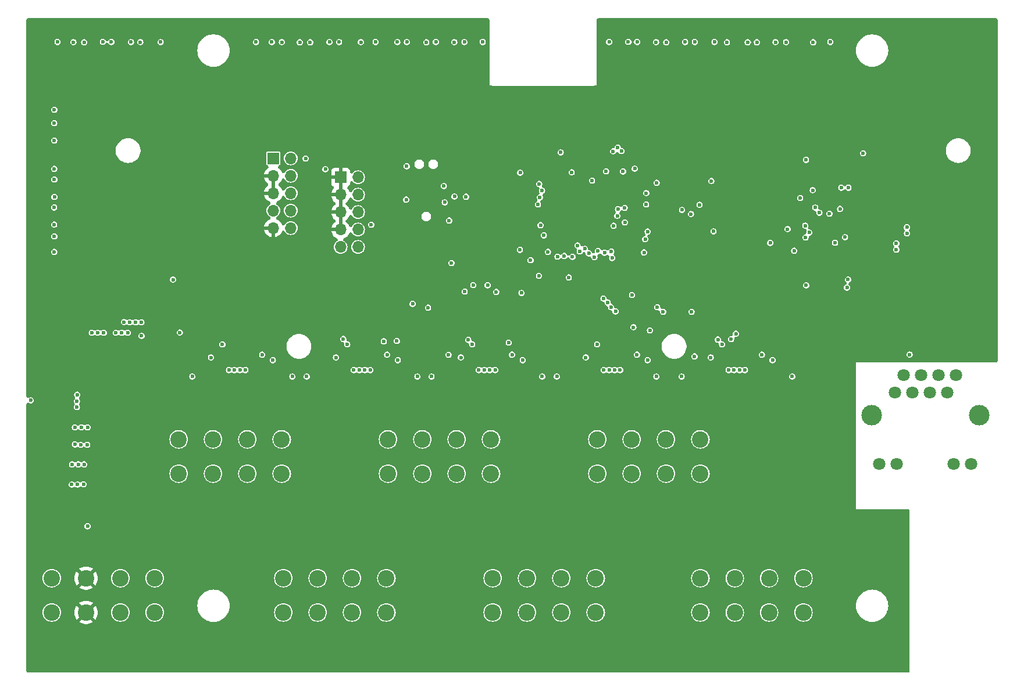
<source format=gbr>
%TF.GenerationSoftware,KiCad,Pcbnew,7.0.8*%
%TF.CreationDate,2024-01-08T11:21:26+02:00*%
%TF.ProjectId,serial_io_expander,73657269-616c-45f6-996f-5f657870616e,R2.1*%
%TF.SameCoordinates,Original*%
%TF.FileFunction,Copper,L2,Inr*%
%TF.FilePolarity,Positive*%
%FSLAX46Y46*%
G04 Gerber Fmt 4.6, Leading zero omitted, Abs format (unit mm)*
G04 Created by KiCad (PCBNEW 7.0.8) date 2024-01-08 11:21:26*
%MOMM*%
%LPD*%
G01*
G04 APERTURE LIST*
%TA.AperFunction,ComponentPad*%
%ADD10C,2.400000*%
%TD*%
%TA.AperFunction,ComponentPad*%
%ADD11C,1.800000*%
%TD*%
%TA.AperFunction,ComponentPad*%
%ADD12C,3.000000*%
%TD*%
%TA.AperFunction,ComponentPad*%
%ADD13R,1.700000X1.700000*%
%TD*%
%TA.AperFunction,ComponentPad*%
%ADD14O,1.700000X1.700000*%
%TD*%
%TA.AperFunction,ViaPad*%
%ADD15C,0.600000*%
%TD*%
G04 APERTURE END LIST*
D10*
%TO.N,/digital_inputs/IN20*%
%TO.C,J12*%
X143330000Y-110600000D03*
X143330000Y-115600000D03*
%TO.N,/digital_inputs/IN19*%
X148330000Y-110600000D03*
X148330000Y-115600000D03*
%TO.N,/digital_inputs/IN18*%
X153330000Y-110600000D03*
X153330000Y-115600000D03*
%TO.N,/digital_inputs/IN17*%
X158330000Y-110600000D03*
X158330000Y-115600000D03*
%TD*%
D11*
%TO.N,/Ethernet/TX_P*%
%TO.C,J5*%
X186630000Y-103750000D03*
%TO.N,/Ethernet/TX_N*%
X187900000Y-101210000D03*
%TO.N,/Ethernet/RX_P*%
X189170000Y-103750000D03*
%TO.N,/Ethernet/+W6100_3V3_A*%
X190440000Y-101210000D03*
X191710000Y-103750000D03*
%TO.N,/Ethernet/RX_N*%
X192980000Y-101210000D03*
%TO.N,unconnected-(J5-NC-Pad7)*%
X194250000Y-103750000D03*
D12*
%TO.N,Net-(J5-SHIELD)*%
X183225000Y-107050000D03*
D11*
X195520000Y-101210000D03*
D12*
X198925000Y-107050000D03*
D11*
%TO.N,+3.3V*%
X184400000Y-114160000D03*
%TO.N,Net-(RN8-R4.1)*%
X186940000Y-114160000D03*
%TO.N,+3.3V*%
X195210000Y-114160000D03*
%TO.N,Net-(RN8-R3.1)*%
X197750000Y-114160000D03*
%TD*%
D10*
%TO.N,/digital_inputs/IN4*%
%TO.C,J11*%
X82370000Y-110600000D03*
X82370000Y-115600000D03*
%TO.N,/digital_inputs/IN3*%
X87370000Y-110600000D03*
X87370000Y-115600000D03*
%TO.N,/digital_inputs/IN2*%
X92370000Y-110600000D03*
X92370000Y-115600000D03*
%TO.N,/digital_inputs/IN1*%
X97370000Y-110600000D03*
X97370000Y-115600000D03*
%TD*%
D13*
%TO.N,GND*%
%TO.C,J14*%
X105940000Y-72400000D03*
D14*
%TO.N,/DEBUG_TX*%
X108480000Y-72400000D03*
%TO.N,GND*%
X105940000Y-74940000D03*
%TO.N,/DEBUG_RX*%
X108480000Y-74940000D03*
%TO.N,GND*%
X105940000Y-77480000D03*
%TO.N,/TWI_SCL*%
X108480000Y-77480000D03*
%TO.N,GND*%
X105940000Y-80020000D03*
%TO.N,/TWI_SDA*%
X108480000Y-80020000D03*
%TO.N,+3.3V*%
X105940000Y-82560000D03*
X108480000Y-82560000D03*
%TD*%
D10*
%TO.N,/digital_inputs/IN8*%
%TO.C,J9*%
X97610000Y-130840000D03*
X97610000Y-135840000D03*
%TO.N,/digital_inputs/IN7*%
X102610000Y-130840000D03*
X102610000Y-135840000D03*
%TO.N,/digital_inputs/IN6*%
X107610000Y-130840000D03*
X107610000Y-135840000D03*
%TO.N,/digital_inputs/IN5*%
X112610000Y-130840000D03*
X112610000Y-135840000D03*
%TD*%
%TO.N,/digital_inputs/IN16*%
%TO.C,J8*%
X128090000Y-130840000D03*
X128090000Y-135840000D03*
%TO.N,/digital_inputs/IN15*%
X133090000Y-130840000D03*
X133090000Y-135840000D03*
%TO.N,/digital_inputs/IN14*%
X138090000Y-130840000D03*
X138090000Y-135840000D03*
%TO.N,/digital_inputs/IN13*%
X143090000Y-130840000D03*
X143090000Y-135840000D03*
%TD*%
%TO.N,/+PWR*%
%TO.C,J1*%
X63880000Y-130840000D03*
X63880000Y-135840000D03*
%TO.N,GND*%
X68880000Y-130840000D03*
X68880000Y-135840000D03*
%TO.N,/SERIAL_TX*%
X73880000Y-130840000D03*
X73880000Y-135840000D03*
%TO.N,/SERIAL_RX*%
X78880000Y-130840000D03*
X78880000Y-135840000D03*
%TD*%
%TO.N,/digital_inputs/IN12*%
%TO.C,J10*%
X112850000Y-110600000D03*
X112850000Y-115600000D03*
%TO.N,/digital_inputs/IN11*%
X117850000Y-110600000D03*
X117850000Y-115600000D03*
%TO.N,/digital_inputs/IN10*%
X122850000Y-110600000D03*
X122850000Y-115600000D03*
%TO.N,/digital_inputs/IN9*%
X127850000Y-110600000D03*
X127850000Y-115600000D03*
%TD*%
D13*
%TO.N,+3.3V*%
%TO.C,J6*%
X96140000Y-69630000D03*
D14*
%TO.N,/mcu/SWDIO{slash}TMS*%
X98680000Y-69630000D03*
%TO.N,GND*%
X96140000Y-72170000D03*
%TO.N,/mcu/SWCLK{slash}TCK*%
X98680000Y-72170000D03*
%TO.N,GND*%
X96140000Y-74710000D03*
%TO.N,/mcu/SWO{slash}TDO*%
X98680000Y-74710000D03*
%TO.N,unconnected-(J6-KEY-Pad7)*%
X96140000Y-77250000D03*
%TO.N,/mcu/TDI*%
X98680000Y-77250000D03*
%TO.N,GND*%
X96140000Y-79790000D03*
%TO.N,/mcu/RESET*%
X98680000Y-79790000D03*
%TD*%
D10*
%TO.N,/analog_signal_conditioning/AN_D*%
%TO.C,J13*%
X158330000Y-130840000D03*
X158330000Y-135840000D03*
%TO.N,/analog_signal_conditioning/AN_C*%
X163330000Y-130840000D03*
X163330000Y-135840000D03*
%TO.N,/analog_signal_conditioning/AN_B*%
X168330000Y-130840000D03*
X168330000Y-135840000D03*
%TO.N,/analog_signal_conditioning/AN_A*%
X173330000Y-130840000D03*
X173330000Y-135840000D03*
%TD*%
D15*
%TO.N,GND*%
X175500000Y-121350000D03*
X157180000Y-83260000D03*
X185000000Y-144000000D03*
X83000000Y-126000000D03*
X134325000Y-112025000D03*
X143050000Y-74450000D03*
X164800000Y-89000000D03*
X103100000Y-50000000D03*
X169800000Y-113100000D03*
X161450000Y-91875000D03*
X131750000Y-96650000D03*
X64300000Y-109500000D03*
X110400000Y-56200000D03*
X145400000Y-59000000D03*
X155725000Y-61500000D03*
X173625000Y-57125000D03*
X61100000Y-64500000D03*
X172100000Y-113100000D03*
X76100000Y-50000000D03*
X149980000Y-68010000D03*
X180490000Y-69000000D03*
X182600000Y-83190000D03*
X110700000Y-95425000D03*
X164205000Y-70310000D03*
X169800000Y-111000000D03*
X171300000Y-66000000D03*
X158000000Y-144000000D03*
X173930000Y-68810000D03*
X136850000Y-115950000D03*
X156000000Y-123000000D03*
X64100000Y-50000000D03*
X88200000Y-61900000D03*
X85800000Y-75000000D03*
X122000000Y-144000000D03*
X146000000Y-123000000D03*
X153000000Y-134000000D03*
X147880000Y-68535000D03*
X104100000Y-106400000D03*
X135630000Y-84040000D03*
X97850000Y-59025000D03*
X176325000Y-125525000D03*
X146000000Y-126000000D03*
X61100000Y-109500000D03*
X200800000Y-68300000D03*
X150030000Y-84660000D03*
X107000000Y-144000000D03*
X137700000Y-79000000D03*
X71175000Y-75525000D03*
X161300000Y-55400000D03*
X72600000Y-105610000D03*
X149950000Y-102950000D03*
X86885000Y-83120000D03*
X71750000Y-108900000D03*
X179300000Y-111000000D03*
X77000000Y-144000000D03*
X172100000Y-50000000D03*
X61100000Y-73500000D03*
X61200000Y-117500000D03*
X98000000Y-144000000D03*
X178940000Y-70670000D03*
X190340000Y-95290000D03*
X122000000Y-123000000D03*
X92000000Y-123000000D03*
X168200000Y-113100000D03*
X117000000Y-126000000D03*
X76880000Y-98930000D03*
X186630000Y-77650000D03*
X119000000Y-131000000D03*
X155000000Y-144000000D03*
X130860000Y-88020000D03*
X99750000Y-61500000D03*
X192130000Y-75785000D03*
X167100000Y-124350000D03*
X170650000Y-119975000D03*
X173575000Y-106100000D03*
X70875000Y-61525000D03*
X128740000Y-83270000D03*
X177760000Y-77200000D03*
X176000000Y-144000000D03*
X113100000Y-90025000D03*
X164400000Y-111000000D03*
X176430000Y-79385000D03*
X165200000Y-111000000D03*
X159305000Y-70210000D03*
X86250000Y-97000000D03*
X93500000Y-79900000D03*
X85300000Y-107500000D03*
X160550000Y-99600000D03*
X67115000Y-65740000D03*
X196100000Y-50000000D03*
X125225000Y-91925000D03*
X133800000Y-59600000D03*
X177370000Y-70610000D03*
X156000000Y-126000000D03*
X92000000Y-120000000D03*
X194730000Y-86410000D03*
X165630000Y-86010000D03*
X170525000Y-59600000D03*
X97000000Y-126000000D03*
X111800000Y-60300000D03*
X162330000Y-80410000D03*
X200800000Y-89300000D03*
X127000000Y-120000000D03*
X137955000Y-82585000D03*
X124050000Y-90975000D03*
X163500000Y-113100000D03*
X177500000Y-90725000D03*
X112100000Y-50000000D03*
X120120000Y-74580000D03*
X106900000Y-60600000D03*
X103000000Y-116000000D03*
X194290000Y-80260000D03*
X118100000Y-50000000D03*
X130800000Y-59600000D03*
X167400000Y-111000000D03*
X93700000Y-61800000D03*
X86000000Y-144000000D03*
X116925000Y-95250000D03*
X61100000Y-79500000D03*
X200800000Y-77300000D03*
X105075000Y-95550000D03*
X200800000Y-80300000D03*
X157100000Y-50000000D03*
X129850000Y-99350000D03*
X193100000Y-50000000D03*
X79700000Y-61600000D03*
X102000000Y-75000000D03*
X157000000Y-65900000D03*
X71300000Y-114300000D03*
X169000000Y-113100000D03*
X61100000Y-70500000D03*
X71750000Y-111300000D03*
X134800000Y-81390000D03*
X170830000Y-89135000D03*
X183330000Y-74870000D03*
X200800000Y-53300000D03*
X103000000Y-110000000D03*
X72300000Y-114350000D03*
X136900000Y-106500000D03*
X196000000Y-54800000D03*
X179200000Y-113100000D03*
X71750000Y-91700000D03*
X173600000Y-82480000D03*
X88200000Y-80000000D03*
X167000000Y-144000000D03*
X110000000Y-144000000D03*
X178400000Y-113100000D03*
X114500000Y-57300000D03*
X74450000Y-110700000D03*
X92000000Y-144000000D03*
X73200000Y-86600000D03*
X114100000Y-79600000D03*
X119700000Y-95300000D03*
X68225000Y-59625000D03*
X77800000Y-86600000D03*
X153080000Y-69085000D03*
X127000000Y-126000000D03*
X145100000Y-50000000D03*
X170580000Y-85660000D03*
X74000000Y-144000000D03*
X134905000Y-71635000D03*
X177790000Y-80890000D03*
X68000000Y-144000000D03*
X93450000Y-99300000D03*
X200800000Y-92300000D03*
X167950000Y-96600000D03*
X65500000Y-90500000D03*
X76000000Y-82900000D03*
X87750000Y-99650000D03*
X170148750Y-82571250D03*
X191900000Y-54800000D03*
X200800000Y-95300000D03*
X142400000Y-102972500D03*
X115600000Y-78000000D03*
X149630000Y-66760000D03*
X71660000Y-99940000D03*
X150000000Y-134000000D03*
X127150000Y-56775000D03*
X92000000Y-126000000D03*
X154840000Y-74740000D03*
X146000000Y-120000000D03*
X123655000Y-83710000D03*
X151600000Y-107300000D03*
X61100000Y-88500000D03*
X61100000Y-82500000D03*
X111650000Y-99300000D03*
X65700000Y-86700000D03*
X179500000Y-100300000D03*
X61100000Y-50000000D03*
X168100000Y-102950000D03*
X61100000Y-61500000D03*
X164300000Y-113100000D03*
X64500000Y-117400000D03*
X131755000Y-81210000D03*
X117975000Y-61450000D03*
X164300000Y-122575000D03*
X117000000Y-120000000D03*
X61100000Y-52500000D03*
X170000000Y-144000000D03*
X138530000Y-80535000D03*
X70600000Y-79025000D03*
X91100000Y-50000000D03*
X113000000Y-123000000D03*
X155755000Y-70235000D03*
X200800000Y-83300000D03*
X179980000Y-84660000D03*
X61100000Y-76500000D03*
X64400000Y-113500000D03*
X173700000Y-113100000D03*
X145000000Y-55400000D03*
X127280000Y-79810000D03*
X173175000Y-61500000D03*
X149650000Y-59000000D03*
X70100000Y-50000000D03*
X89500000Y-76500000D03*
X79100000Y-50000000D03*
X64960000Y-103370000D03*
X184200000Y-125500000D03*
X172740000Y-85640000D03*
X73100000Y-50000000D03*
X171700000Y-73420000D03*
X106100000Y-50000000D03*
X101900000Y-72800000D03*
X171450000Y-124725000D03*
X146955000Y-73035000D03*
X138970000Y-90260000D03*
X122600000Y-97000000D03*
X158300000Y-88500000D03*
X104000000Y-144000000D03*
X169025000Y-61525000D03*
X75025000Y-61550000D03*
X123900000Y-99750000D03*
X87000000Y-123000000D03*
X130300000Y-106400000D03*
X97100000Y-50000000D03*
X149900000Y-96650000D03*
X153000000Y-131000000D03*
X115100000Y-50000000D03*
X140000000Y-144000000D03*
X62000000Y-144000000D03*
X147800000Y-107800000D03*
X187880000Y-73310000D03*
X140600000Y-62400000D03*
X159000000Y-97100000D03*
X172900000Y-113100000D03*
X147400000Y-57600000D03*
X180030000Y-86285000D03*
X127100000Y-50000000D03*
X179555000Y-66235000D03*
X156000000Y-120000000D03*
X138650000Y-77500000D03*
X199100000Y-50000000D03*
X126030000Y-78510000D03*
X61100000Y-55500000D03*
X139800000Y-59600000D03*
X133800000Y-106400000D03*
X164880000Y-79310000D03*
X137000000Y-144000000D03*
X123625000Y-95525000D03*
X177950000Y-78620000D03*
X122000000Y-126000000D03*
X176800000Y-113100000D03*
X144350000Y-76450000D03*
X187100000Y-50000000D03*
X140600000Y-77400000D03*
X164000000Y-144000000D03*
X161000000Y-144000000D03*
X167400000Y-113100000D03*
X71000000Y-144000000D03*
X72600000Y-103750000D03*
X67100000Y-50000000D03*
X136900000Y-109975000D03*
X165825000Y-127575000D03*
X140800000Y-97000000D03*
X160100000Y-50000000D03*
X127000000Y-123000000D03*
X134855000Y-78285000D03*
X176775000Y-95175000D03*
X162050000Y-124775000D03*
X160550000Y-102950000D03*
X124150000Y-102950000D03*
X186080000Y-66435000D03*
X135000000Y-110000000D03*
X106000000Y-110000000D03*
X125000000Y-144000000D03*
X169500000Y-122275000D03*
X181200000Y-122075000D03*
X200800000Y-50300000D03*
X101000000Y-144000000D03*
X70520000Y-99920000D03*
X162000000Y-60300000D03*
X103000000Y-113000000D03*
X173000000Y-144000000D03*
X139900000Y-106500000D03*
X151000000Y-123000000D03*
X170305000Y-78335000D03*
X163900000Y-65800000D03*
X180455000Y-70685000D03*
X154100000Y-50000000D03*
X128475000Y-91075000D03*
X200800000Y-74300000D03*
X178500000Y-111000000D03*
X162580000Y-74860000D03*
X82100000Y-50000000D03*
X97000000Y-120000000D03*
X174500000Y-111000000D03*
X152330000Y-81535000D03*
X176900000Y-111000000D03*
X179000000Y-144000000D03*
X177236102Y-74303898D03*
X122200000Y-70500000D03*
X193900000Y-56900000D03*
X122000000Y-120000000D03*
X127350000Y-91975000D03*
X183680000Y-84185000D03*
X113150000Y-85950000D03*
X190100000Y-50000000D03*
X153075000Y-59550000D03*
X150000000Y-137000000D03*
X71100000Y-82900000D03*
X149000000Y-144000000D03*
X146400000Y-65800000D03*
X61200000Y-113500000D03*
X74450000Y-109850000D03*
X61100000Y-94500000D03*
X162800000Y-111000000D03*
X177820000Y-79890000D03*
X122000000Y-131000000D03*
X95000000Y-144000000D03*
X147420000Y-74330000D03*
X174500000Y-113100000D03*
X200800000Y-98300000D03*
X148050000Y-99300000D03*
X80000000Y-144000000D03*
X157400000Y-57600000D03*
X71600000Y-127100000D03*
X83000000Y-123000000D03*
X124100000Y-50000000D03*
X151100000Y-50000000D03*
X145400000Y-61400000D03*
X166400000Y-59575000D03*
X172100000Y-111000000D03*
X72450000Y-59600000D03*
X72320000Y-101070000D03*
X139675000Y-112550000D03*
X163600000Y-111000000D03*
X195770000Y-94380000D03*
X174275000Y-91900000D03*
X61100000Y-58500000D03*
X89000000Y-144000000D03*
X154555000Y-79710000D03*
X113500000Y-102950000D03*
X150000000Y-131000000D03*
X80960000Y-79795000D03*
X106200000Y-57100000D03*
X109100000Y-50000000D03*
X69100000Y-90500000D03*
X101225000Y-59625000D03*
X73020000Y-99960000D03*
X92300000Y-77200000D03*
X119000000Y-144000000D03*
X146000000Y-144000000D03*
X113000000Y-144000000D03*
X119200000Y-83000000D03*
X181400000Y-127700000D03*
X162700000Y-113100000D03*
X163100000Y-50000000D03*
X177700000Y-111000000D03*
X187625000Y-124275000D03*
X122230000Y-83910000D03*
X113400000Y-95350000D03*
X142000000Y-126000000D03*
X175100000Y-85780000D03*
X167380000Y-74910000D03*
X142000000Y-120000000D03*
X175100000Y-50000000D03*
X150530000Y-77360000D03*
X176440000Y-76900000D03*
X100100000Y-50000000D03*
X182000000Y-144000000D03*
X71200000Y-116950000D03*
X118100000Y-80700000D03*
X176380000Y-82380000D03*
X85160000Y-79045000D03*
X127680000Y-81485000D03*
X162580000Y-72810000D03*
X113350000Y-96650000D03*
X180600000Y-91425000D03*
X72590000Y-104600000D03*
X176875000Y-100300000D03*
X177600000Y-113100000D03*
X123530000Y-85110000D03*
X140955000Y-80710000D03*
X136800000Y-59600000D03*
X166100000Y-50000000D03*
X183830000Y-69670000D03*
X106500000Y-106400000D03*
X61100000Y-67500000D03*
X128000000Y-144000000D03*
X139725000Y-115950000D03*
X131750000Y-103000000D03*
X164730000Y-82710000D03*
X87800000Y-102950000D03*
X117000000Y-123000000D03*
X67600000Y-127100000D03*
X189750000Y-73140000D03*
X116000000Y-83000000D03*
X73100000Y-77125000D03*
X154000000Y-67400000D03*
X101600000Y-78600000D03*
X120460000Y-71730000D03*
X168975000Y-106050000D03*
X66250000Y-64625000D03*
X169000000Y-111000000D03*
X170200000Y-74590000D03*
X169280000Y-78385000D03*
X142250000Y-78450000D03*
X72300000Y-116950000D03*
X143000000Y-144000000D03*
X128000000Y-74300000D03*
X101200000Y-106400000D03*
X132810000Y-87640000D03*
X144600000Y-65750000D03*
X116000000Y-144000000D03*
X98800000Y-106300000D03*
X162090000Y-78680000D03*
X87000000Y-126000000D03*
X148100000Y-50000000D03*
X183680000Y-87610000D03*
X135000000Y-116000000D03*
X122000000Y-137000000D03*
X83000000Y-144000000D03*
X151000000Y-120000000D03*
X173700000Y-111000000D03*
X74050000Y-99950000D03*
X95300000Y-102950000D03*
X128690000Y-76320000D03*
X83460000Y-82795000D03*
X187100000Y-122175000D03*
X129550000Y-95525000D03*
X176925000Y-104325000D03*
X193355000Y-79085000D03*
X183875000Y-122150000D03*
X200800000Y-62300000D03*
X61200000Y-120900000D03*
X61100000Y-85500000D03*
X116075000Y-59075000D03*
X151375000Y-61475000D03*
X78300000Y-57900000D03*
X119000000Y-137000000D03*
X174720000Y-82570000D03*
X190630000Y-72185000D03*
X156800000Y-108100000D03*
X62650000Y-103380000D03*
X65000000Y-144000000D03*
X153970000Y-78340000D03*
X135630000Y-86760000D03*
X176420000Y-78430000D03*
X61100000Y-91500000D03*
X136775000Y-94725000D03*
X185630000Y-69510000D03*
X152000000Y-144000000D03*
X169100000Y-50000000D03*
X92300000Y-73200000D03*
X153900000Y-71400000D03*
X194270000Y-82530000D03*
X127125000Y-95450000D03*
X142800000Y-59600000D03*
X191205000Y-66135000D03*
X95350000Y-96700000D03*
X97000000Y-123000000D03*
X119000000Y-134000000D03*
X69400000Y-86700000D03*
X88610000Y-85070000D03*
X193405000Y-83735000D03*
X200800000Y-65300000D03*
X113000000Y-120000000D03*
X142650000Y-90110000D03*
X137980000Y-65310000D03*
X187775000Y-128450000D03*
X188000000Y-144000000D03*
X72800000Y-111300000D03*
X182630000Y-85210000D03*
X160100000Y-58900000D03*
X66200000Y-66850000D03*
X157900000Y-62800000D03*
X142000000Y-71525000D03*
X72750000Y-108900000D03*
X179575000Y-104475000D03*
X151000000Y-126000000D03*
X94100000Y-50000000D03*
X160875000Y-127500000D03*
X140810000Y-90510000D03*
X122125000Y-61500000D03*
X88600000Y-72300000D03*
X181840000Y-82540000D03*
X73050000Y-72950000D03*
X113000000Y-126000000D03*
X72310000Y-101950000D03*
X87000000Y-120000000D03*
X104450000Y-97100000D03*
X160200000Y-62700000D03*
X92900000Y-107300000D03*
X120100000Y-78800000D03*
X200800000Y-86300000D03*
X106000000Y-113000000D03*
X122000000Y-134000000D03*
X105950000Y-102950000D03*
X140400000Y-75400000D03*
X89700000Y-107000000D03*
X131000000Y-144000000D03*
X166025000Y-120400000D03*
X179725000Y-95100000D03*
X167780000Y-70210000D03*
X127800000Y-59600000D03*
X200800000Y-71300000D03*
X108075000Y-95350000D03*
X69540000Y-99910000D03*
X64700000Y-120800000D03*
X172900000Y-111000000D03*
X83000000Y-120000000D03*
X165100000Y-113100000D03*
X142200000Y-99650000D03*
X179655000Y-69810000D03*
X106000000Y-116000000D03*
X200800000Y-59300000D03*
X171850000Y-128250000D03*
X86485000Y-84545000D03*
X171580000Y-70210000D03*
X119550000Y-59600000D03*
X106000000Y-99550000D03*
X128680000Y-79460000D03*
X92300000Y-68200000D03*
X168200000Y-111000000D03*
X134000000Y-144000000D03*
X137590000Y-71510000D03*
X142000000Y-123000000D03*
X121100000Y-50000000D03*
X103900000Y-61525000D03*
X178100000Y-50000000D03*
X166200000Y-99300000D03*
X153000000Y-137000000D03*
X200800000Y-56300000D03*
%TO.N,+3.3V*%
X60830000Y-104920000D03*
X101510000Y-52700000D03*
X68610000Y-52700000D03*
X135060000Y-79380000D03*
X93625000Y-52675000D03*
X159920000Y-72930000D03*
X76100000Y-93550000D03*
X168500000Y-81970000D03*
X157520000Y-52670000D03*
X74085000Y-95070000D03*
X123970000Y-52680000D03*
X64250000Y-67025000D03*
X122490000Y-52690000D03*
X79730000Y-52680000D03*
X105720000Y-52680000D03*
X100000000Y-52700000D03*
X75250000Y-93550000D03*
X170810000Y-52690000D03*
X149140000Y-52660000D03*
X64250000Y-64500000D03*
X73210000Y-95070000D03*
X64240000Y-83270000D03*
X174750000Y-52700000D03*
X74960000Y-95070000D03*
X153360000Y-52700000D03*
X64260000Y-62540000D03*
X124005000Y-89060000D03*
X64725000Y-52675000D03*
X148770000Y-71140000D03*
X115590000Y-52680000D03*
X72560000Y-52670000D03*
X165220000Y-52710000D03*
X114200000Y-52680000D03*
X108890000Y-52690000D03*
X70585000Y-95070000D03*
X71330000Y-52650000D03*
X76780000Y-52690000D03*
X147830000Y-52650000D03*
X121750000Y-78700000D03*
X111040000Y-52660000D03*
X169270000Y-52690000D03*
X171990000Y-83100000D03*
X128605000Y-89110000D03*
X134830000Y-86760000D03*
X95920000Y-52680000D03*
X139160000Y-87000000D03*
X162190000Y-52700000D03*
X166560000Y-52710000D03*
X172860000Y-75430000D03*
X69710000Y-95070000D03*
X76950000Y-93550000D03*
X160240000Y-80280000D03*
X160380000Y-52660000D03*
X71460000Y-95070000D03*
X173730000Y-88160000D03*
X177250000Y-52660000D03*
X64230000Y-79280000D03*
X126625000Y-52675000D03*
X119820000Y-52670000D03*
X173700000Y-69860000D03*
X64240000Y-71160000D03*
X67030000Y-52690000D03*
X127345000Y-88150000D03*
X151870000Y-52690000D03*
X118420000Y-52700000D03*
X137980000Y-68770000D03*
X64260000Y-81020000D03*
X76960000Y-95520000D03*
X132050000Y-82980000D03*
X150130000Y-83350000D03*
X75410000Y-52680000D03*
X104320000Y-52680000D03*
X74400000Y-93500000D03*
X64260000Y-72710000D03*
X145040000Y-52670000D03*
X64270000Y-75250000D03*
X64230000Y-76790000D03*
X156100000Y-52670000D03*
X97390000Y-52690000D03*
X125265000Y-88130000D03*
%TO.N,+VIN*%
X69100000Y-123275000D03*
X81540000Y-87315000D03*
%TO.N,/digital_inputs/COLLECTOR14*%
X148380000Y-89560000D03*
X145980000Y-91960000D03*
%TO.N,/mcu/TDI*%
X120975000Y-73675000D03*
X115500000Y-75650000D03*
X147070000Y-71550000D03*
%TO.N,/mcu/SWO{slash}TDO*%
X132090000Y-71735500D03*
X115572710Y-70786528D03*
%TO.N,/mcu/SWDIO{slash}TMS*%
X134850000Y-73370000D03*
X122525000Y-75200000D03*
X103725000Y-71225000D03*
X100850000Y-69650000D03*
%TO.N,/mcu/SWCLK{slash}TCK*%
X134950000Y-75320000D03*
X124200000Y-75225000D03*
%TO.N,/mcu/RESET*%
X142550000Y-72875000D03*
X121100000Y-76050000D03*
%TO.N,/mcu/MCU_TX*%
X138510000Y-83870000D03*
X118675000Y-91400000D03*
%TO.N,/mcu/MCU_RX*%
X137520000Y-83970000D03*
X116425000Y-90850000D03*
%TO.N,/mcu/MCU Supply/+VDDPLL*%
X133600000Y-84480000D03*
X144220000Y-90070000D03*
%TO.N,/mcu/MCU Supply/+VDDCORE*%
X134675000Y-76350000D03*
X144600000Y-71525000D03*
X139700000Y-84000000D03*
X142900000Y-84025000D03*
X147330000Y-78960000D03*
%TO.N,/mcu/ERASE*%
X135270000Y-74360000D03*
%TO.N,/digital_inputs/IN9*%
X128455000Y-100510000D03*
%TO.N,/digital_inputs/IN8*%
X107867500Y-100510000D03*
%TO.N,/digital_inputs/IN7*%
X108667500Y-100510000D03*
%TO.N,/digital_inputs/IN6*%
X109467500Y-100510000D03*
%TO.N,/digital_inputs/IN5*%
X110267500Y-100510000D03*
%TO.N,/digital_inputs/IN4*%
X89680000Y-100510000D03*
%TO.N,/digital_inputs/IN3*%
X90480000Y-100510000D03*
%TO.N,/digital_inputs/IN20*%
X162430000Y-100510000D03*
%TO.N,/digital_inputs/IN2*%
X91280000Y-100510000D03*
%TO.N,/digital_inputs/IN19*%
X163230000Y-100510000D03*
%TO.N,/digital_inputs/IN18*%
X164030000Y-100510000D03*
%TO.N,/digital_inputs/IN17*%
X164830000Y-100510000D03*
%TO.N,/digital_inputs/IN16*%
X144242500Y-100510000D03*
%TO.N,/digital_inputs/IN15*%
X145042500Y-100510000D03*
%TO.N,/digital_inputs/IN14*%
X145842500Y-100510000D03*
%TO.N,/digital_inputs/IN13*%
X146642500Y-100510000D03*
%TO.N,/digital_inputs/IN12*%
X126055000Y-100510000D03*
%TO.N,/digital_inputs/IN11*%
X126855000Y-100510000D03*
%TO.N,/digital_inputs/IN10*%
X127655000Y-100510000D03*
%TO.N,/digital_inputs/IN1*%
X92080000Y-100510000D03*
%TO.N,/digital_inputs/COLLECTOR9*%
X121650000Y-98275000D03*
X142080000Y-83490000D03*
%TO.N,/digital_inputs/COLLECTOR8*%
X141510000Y-82820000D03*
X114130000Y-96260000D03*
%TO.N,/digital_inputs/COLLECTOR7*%
X112230000Y-96310000D03*
X140775000Y-83200000D03*
%TO.N,/digital_inputs/COLLECTOR6*%
X106330000Y-95960000D03*
X140430000Y-82335000D03*
%TO.N,/digital_inputs/COLLECTOR20*%
X163500000Y-95200000D03*
X146330000Y-77060000D03*
%TO.N,/digital_inputs/COLLECTOR19*%
X146230000Y-78010000D03*
X162800000Y-96000000D03*
%TO.N,/digital_inputs/COLLECTOR18*%
X160880000Y-96060000D03*
X145680000Y-79460000D03*
%TO.N,/digital_inputs/COLLECTOR17*%
X157030000Y-92010000D03*
X157480000Y-98510000D03*
%TO.N,/digital_inputs/COLLECTOR16*%
X150980000Y-94710000D03*
X152900000Y-92000000D03*
%TO.N,/digital_inputs/COLLECTOR15*%
X152050000Y-91350000D03*
X148580000Y-94260000D03*
%TO.N,/digital_inputs/COLLECTOR13*%
X145330000Y-91310000D03*
X145480000Y-84160000D03*
%TO.N,/digital_inputs/COLLECTOR12*%
X144830000Y-90660000D03*
X145350000Y-83240000D03*
%TO.N,/digital_inputs/COLLECTOR11*%
X144370000Y-83400000D03*
X130430000Y-96510000D03*
%TO.N,/digital_inputs/COLLECTOR10*%
X124530000Y-96110000D03*
X143425000Y-83150000D03*
%TO.N,/digital_inputs/COLLECTOR1*%
X135530000Y-80860000D03*
X132280000Y-89260000D03*
%TO.N,/VIN_MEAS*%
X136130000Y-83260000D03*
X122090000Y-84890000D03*
%TO.N,/Ethernet/WIZ_MOSI*%
X155655000Y-77150000D03*
X150650000Y-80300000D03*
X174201250Y-80453750D03*
%TO.N,/Ethernet/WIZ_MISO*%
X158205000Y-76400000D03*
X173631250Y-81163750D03*
X150420000Y-76350000D03*
%TO.N,/Ethernet/WIZ_DUPLEX_MODE*%
X151950000Y-73200000D03*
X150450000Y-74700000D03*
%TO.N,/Ethernet/WIZ_COL_DET*%
X175051250Y-76808750D03*
X147300000Y-76850000D03*
%TO.N,/Ethernet/WIZ_CLK*%
X173611250Y-79443750D03*
X150300000Y-81400000D03*
X156955000Y-77750000D03*
%TO.N,/Ethernet/TX_P*%
X186860000Y-82030000D03*
%TO.N,/Ethernet/TX_N*%
X186860000Y-82940000D03*
%TO.N,/Ethernet/RX_P*%
X188400000Y-79680000D03*
%TO.N,/Ethernet/RX_N*%
X188410000Y-80560000D03*
%TO.N,/Ethernet/ETH_LNK*%
X179826250Y-87308750D03*
X177120000Y-77690000D03*
%TO.N,/Ethernet/ETH_ACT*%
X175660000Y-77570000D03*
X179675000Y-88475000D03*
%TO.N,/Ethernet/+W6100_3V3_A*%
X178670000Y-77000000D03*
X188790000Y-98240000D03*
%TO.N,/Ethernet/+W6100_1V2_D*%
X179880000Y-73910000D03*
X171020000Y-79950000D03*
X174690000Y-74280000D03*
X178840000Y-73910000D03*
X177930000Y-81950000D03*
%TO.N,/Ethernet/+W6100_1V2_A*%
X182010000Y-68890000D03*
X179381250Y-81128750D03*
%TO.N,/digital_inputs/quad_input1/+PULLUP*%
X98925000Y-101450000D03*
X84350000Y-101450000D03*
X155600000Y-101450000D03*
X117125000Y-101450000D03*
X151925000Y-101450000D03*
X137425000Y-101450000D03*
X171700000Y-101450000D03*
X119175000Y-101450000D03*
X101000000Y-101450000D03*
X82525000Y-95025000D03*
X135300000Y-101450000D03*
%TO.N,Net-(RN9-R1.1)*%
X96080000Y-99060000D03*
X94530000Y-98260000D03*
%TO.N,Net-(RN9-R3.1)*%
X88730000Y-96760000D03*
X87080000Y-98660000D03*
%TO.N,Net-(RN12-R1.1)*%
X114267500Y-99060000D03*
X112717500Y-98260000D03*
%TO.N,Net-(RN12-R3.1)*%
X106917500Y-96760000D03*
X105267500Y-98660000D03*
%TO.N,Net-(RN14-R1.1)*%
X130905000Y-98260000D03*
X132455000Y-99060000D03*
%TO.N,Net-(RN14-R3.1)*%
X125105000Y-96760000D03*
X123455000Y-98660000D03*
%TO.N,Net-(RN16-R1.1)*%
X167280000Y-98260000D03*
X168830000Y-99060000D03*
%TO.N,Net-(RN16-R3.1)*%
X161480000Y-96760000D03*
X159830000Y-98660000D03*
%TO.N,Net-(RN18-R1.1)*%
X150642500Y-99060000D03*
X149092500Y-98260000D03*
%TO.N,Net-(RN18-R3.1)*%
X141642500Y-98660000D03*
X143292500Y-96760000D03*
%TO.N,/TWI_SDA*%
X139580000Y-71660000D03*
%TO.N,/TWI_SCL*%
X110400000Y-79300000D03*
X145630000Y-68610000D03*
%TO.N,/DEBUG_TX*%
X146834587Y-68564170D03*
%TO.N,/DEBUG_RX*%
X146280000Y-68060000D03*
%TO.N,/power supply/+VIN_PROTECTED*%
X68600000Y-114250000D03*
X69050000Y-111400000D03*
X67750000Y-114250000D03*
X68100000Y-111400000D03*
X67250000Y-108850000D03*
X66850000Y-114250000D03*
X68200000Y-108850000D03*
X67650000Y-117200000D03*
X66800000Y-117200000D03*
X67550000Y-105900000D03*
X67250000Y-111350000D03*
X68500000Y-117150000D03*
X67600000Y-104100000D03*
X67550000Y-105050000D03*
X69100000Y-108850000D03*
%TD*%
%TA.AperFunction,Conductor*%
%TO.N,GND*%
G36*
X106190000Y-79584498D02*
G01*
X106082315Y-79535320D01*
X105975763Y-79520000D01*
X105904237Y-79520000D01*
X105797685Y-79535320D01*
X105690000Y-79584498D01*
X105690000Y-77915501D01*
X105797685Y-77964680D01*
X105904237Y-77980000D01*
X105975763Y-77980000D01*
X106082315Y-77964680D01*
X106190000Y-77915501D01*
X106190000Y-79584498D01*
G37*
%TD.AperFunction*%
%TA.AperFunction,Conductor*%
G36*
X106190000Y-77044498D02*
G01*
X106082315Y-76995320D01*
X105975763Y-76980000D01*
X105904237Y-76980000D01*
X105797685Y-76995320D01*
X105690000Y-77044498D01*
X105690000Y-75375501D01*
X105797685Y-75424680D01*
X105904237Y-75440000D01*
X105975763Y-75440000D01*
X106082315Y-75424680D01*
X106190000Y-75375501D01*
X106190000Y-77044498D01*
G37*
%TD.AperFunction*%
%TA.AperFunction,Conductor*%
G36*
X106190000Y-74504498D02*
G01*
X106082315Y-74455320D01*
X105975763Y-74440000D01*
X105904237Y-74440000D01*
X105797685Y-74455320D01*
X105690000Y-74504498D01*
X105690000Y-72835501D01*
X105797685Y-72884680D01*
X105904237Y-72900000D01*
X105975763Y-72900000D01*
X106082315Y-72884680D01*
X106190000Y-72835501D01*
X106190000Y-74504498D01*
G37*
%TD.AperFunction*%
%TA.AperFunction,Conductor*%
G36*
X96390000Y-74274498D02*
G01*
X96282315Y-74225320D01*
X96175763Y-74210000D01*
X96104237Y-74210000D01*
X95997685Y-74225320D01*
X95890000Y-74274498D01*
X95890000Y-72605501D01*
X95997685Y-72654680D01*
X96104237Y-72670000D01*
X96175763Y-72670000D01*
X96282315Y-72654680D01*
X96390000Y-72605501D01*
X96390000Y-74274498D01*
G37*
%TD.AperFunction*%
%TA.AperFunction,Conductor*%
G36*
X127446288Y-49218954D02*
G01*
X127527070Y-49272930D01*
X127581046Y-49353712D01*
X127600000Y-49449000D01*
X127600000Y-59000000D01*
X127600001Y-59000000D01*
X127832260Y-59000000D01*
X127927548Y-59018954D01*
X127953417Y-59032318D01*
X128050560Y-59079099D01*
X128063649Y-59085403D01*
X128173607Y-59110500D01*
X128173610Y-59110500D01*
X142686390Y-59110500D01*
X142686393Y-59110500D01*
X142796351Y-59085403D01*
X142796353Y-59085402D01*
X142910566Y-59030400D01*
X142911348Y-59032025D01*
X142986034Y-59003518D01*
X143027740Y-59000000D01*
X143199999Y-59000000D01*
X143200000Y-59000000D01*
X143200000Y-53922400D01*
X180974457Y-53922400D01*
X180994608Y-54229858D01*
X180994610Y-54229870D01*
X181054720Y-54532059D01*
X181054721Y-54532066D01*
X181153760Y-54823821D01*
X181153767Y-54823840D01*
X181290034Y-55100160D01*
X181290035Y-55100161D01*
X181290040Y-55100171D01*
X181461222Y-55356364D01*
X181664380Y-55588020D01*
X181896036Y-55791178D01*
X182152229Y-55962360D01*
X182152238Y-55962364D01*
X182152239Y-55962365D01*
X182428559Y-56098632D01*
X182428566Y-56098634D01*
X182428573Y-56098638D01*
X182572559Y-56147514D01*
X182720333Y-56197678D01*
X182720336Y-56197678D01*
X182720341Y-56197680D01*
X182965082Y-56246362D01*
X183022529Y-56257789D01*
X183022534Y-56257789D01*
X183022540Y-56257791D01*
X183253059Y-56272900D01*
X183253065Y-56272900D01*
X183406935Y-56272900D01*
X183406941Y-56272900D01*
X183637460Y-56257791D01*
X183939659Y-56197680D01*
X183939664Y-56197678D01*
X183939666Y-56197678D01*
X184017344Y-56171309D01*
X184231427Y-56098638D01*
X184231436Y-56098633D01*
X184231440Y-56098632D01*
X184367333Y-56031616D01*
X184507771Y-55962360D01*
X184763964Y-55791178D01*
X184995620Y-55588020D01*
X185198778Y-55356364D01*
X185369960Y-55100172D01*
X185506238Y-54823827D01*
X185605280Y-54532059D01*
X185665391Y-54229860D01*
X185685543Y-53922400D01*
X185665391Y-53614940D01*
X185605280Y-53312741D01*
X185605278Y-53312736D01*
X185605278Y-53312733D01*
X185553601Y-53160500D01*
X185506238Y-53020973D01*
X185506234Y-53020966D01*
X185506232Y-53020959D01*
X185369965Y-52744639D01*
X185369964Y-52744638D01*
X185369960Y-52744629D01*
X185198778Y-52488436D01*
X184995620Y-52256780D01*
X184763964Y-52053622D01*
X184507771Y-51882440D01*
X184507766Y-51882437D01*
X184507760Y-51882434D01*
X184231440Y-51746167D01*
X184231428Y-51746162D01*
X184231427Y-51746162D01*
X184223836Y-51743585D01*
X183939666Y-51647121D01*
X183939659Y-51647120D01*
X183637470Y-51587010D01*
X183637458Y-51587008D01*
X183478759Y-51576607D01*
X183406941Y-51571900D01*
X183253059Y-51571900D01*
X183184785Y-51576374D01*
X183022541Y-51587008D01*
X183022529Y-51587010D01*
X182720340Y-51647120D01*
X182720333Y-51647121D01*
X182428578Y-51746160D01*
X182428559Y-51746167D01*
X182152239Y-51882434D01*
X182152222Y-51882444D01*
X181896040Y-52053619D01*
X181896036Y-52053622D01*
X181729695Y-52199500D01*
X181664381Y-52256779D01*
X181664379Y-52256781D01*
X181647528Y-52275996D01*
X181461222Y-52488436D01*
X181461220Y-52488438D01*
X181461219Y-52488440D01*
X181290044Y-52744621D01*
X181290034Y-52744638D01*
X181153767Y-53020959D01*
X181153760Y-53020978D01*
X181054721Y-53312733D01*
X181054720Y-53312740D01*
X180994610Y-53614929D01*
X180994608Y-53614941D01*
X180974457Y-53922400D01*
X143200000Y-53922400D01*
X143200000Y-52670000D01*
X144584867Y-52670000D01*
X144603303Y-52798226D01*
X144657118Y-52916063D01*
X144741951Y-53013967D01*
X144741953Y-53013968D01*
X144741956Y-53013971D01*
X144850925Y-53084001D01*
X144850929Y-53084003D01*
X144850931Y-53084004D01*
X144850932Y-53084004D01*
X144850936Y-53084006D01*
X144975227Y-53120500D01*
X144975228Y-53120500D01*
X145104773Y-53120500D01*
X145229063Y-53084006D01*
X145229064Y-53084005D01*
X145229069Y-53084004D01*
X145244627Y-53074006D01*
X145338043Y-53013971D01*
X145338043Y-53013970D01*
X145338049Y-53013967D01*
X145422882Y-52916063D01*
X145476697Y-52798226D01*
X145495133Y-52670000D01*
X145492257Y-52650000D01*
X147374867Y-52650000D01*
X147393303Y-52778226D01*
X147447118Y-52896063D01*
X147531951Y-52993967D01*
X147531953Y-52993968D01*
X147531956Y-52993971D01*
X147640925Y-53064001D01*
X147640929Y-53064003D01*
X147640931Y-53064004D01*
X147640932Y-53064004D01*
X147640936Y-53064006D01*
X147765227Y-53100500D01*
X147765228Y-53100500D01*
X147894773Y-53100500D01*
X148019063Y-53064006D01*
X148019064Y-53064005D01*
X148019069Y-53064004D01*
X148050248Y-53043967D01*
X148128043Y-52993971D01*
X148128043Y-52993970D01*
X148128049Y-52993967D01*
X148212882Y-52896063D01*
X148256219Y-52801169D01*
X148313043Y-52722367D01*
X148395699Y-52671309D01*
X148491603Y-52655768D01*
X148586154Y-52678111D01*
X148664958Y-52734936D01*
X148709213Y-52801168D01*
X148757118Y-52906063D01*
X148841951Y-53003967D01*
X148841953Y-53003968D01*
X148841956Y-53003971D01*
X148950925Y-53074001D01*
X148950929Y-53074003D01*
X148950931Y-53074004D01*
X148950932Y-53074004D01*
X148950936Y-53074006D01*
X149075227Y-53110500D01*
X149075228Y-53110500D01*
X149204773Y-53110500D01*
X149329063Y-53074006D01*
X149329064Y-53074005D01*
X149329069Y-53074004D01*
X149344627Y-53064006D01*
X149438043Y-53003971D01*
X149438043Y-53003970D01*
X149438049Y-53003967D01*
X149522882Y-52906063D01*
X149576697Y-52788226D01*
X149590820Y-52690000D01*
X151414867Y-52690000D01*
X151433303Y-52818226D01*
X151487118Y-52936063D01*
X151571951Y-53033967D01*
X151571953Y-53033968D01*
X151571956Y-53033971D01*
X151680925Y-53104001D01*
X151680929Y-53104003D01*
X151680931Y-53104004D01*
X151680932Y-53104004D01*
X151680936Y-53104006D01*
X151805227Y-53140500D01*
X151805228Y-53140500D01*
X151934773Y-53140500D01*
X152059063Y-53104006D01*
X152059064Y-53104005D01*
X152059069Y-53104004D01*
X152064522Y-53100500D01*
X152168043Y-53033971D01*
X152168043Y-53033970D01*
X152168049Y-53033967D01*
X152252882Y-52936063D01*
X152306697Y-52818226D01*
X152323695Y-52700000D01*
X152904867Y-52700000D01*
X152923303Y-52828226D01*
X152977118Y-52946063D01*
X153061951Y-53043967D01*
X153061953Y-53043968D01*
X153061956Y-53043971D01*
X153170925Y-53114001D01*
X153170929Y-53114003D01*
X153170931Y-53114004D01*
X153170932Y-53114004D01*
X153170936Y-53114006D01*
X153295227Y-53150500D01*
X153295228Y-53150500D01*
X153424773Y-53150500D01*
X153549063Y-53114006D01*
X153549064Y-53114005D01*
X153549069Y-53114004D01*
X153554522Y-53110500D01*
X153658043Y-53043971D01*
X153658043Y-53043970D01*
X153658049Y-53043967D01*
X153742882Y-52946063D01*
X153796697Y-52828226D01*
X153815133Y-52700000D01*
X153810820Y-52670000D01*
X155644867Y-52670000D01*
X155663303Y-52798226D01*
X155717118Y-52916063D01*
X155801951Y-53013967D01*
X155801953Y-53013968D01*
X155801956Y-53013971D01*
X155910925Y-53084001D01*
X155910929Y-53084003D01*
X155910931Y-53084004D01*
X155910932Y-53084004D01*
X155910936Y-53084006D01*
X156035227Y-53120500D01*
X156035228Y-53120500D01*
X156164773Y-53120500D01*
X156289063Y-53084006D01*
X156289064Y-53084005D01*
X156289069Y-53084004D01*
X156304627Y-53074006D01*
X156398043Y-53013971D01*
X156398043Y-53013970D01*
X156398049Y-53013967D01*
X156482882Y-52916063D01*
X156536697Y-52798226D01*
X156555133Y-52670000D01*
X157064867Y-52670000D01*
X157083303Y-52798226D01*
X157137118Y-52916063D01*
X157221951Y-53013967D01*
X157221953Y-53013968D01*
X157221956Y-53013971D01*
X157330925Y-53084001D01*
X157330929Y-53084003D01*
X157330931Y-53084004D01*
X157330932Y-53084004D01*
X157330936Y-53084006D01*
X157455227Y-53120500D01*
X157455228Y-53120500D01*
X157584773Y-53120500D01*
X157709063Y-53084006D01*
X157709064Y-53084005D01*
X157709069Y-53084004D01*
X157724627Y-53074006D01*
X157818043Y-53013971D01*
X157818043Y-53013970D01*
X157818049Y-53013967D01*
X157902882Y-52916063D01*
X157956697Y-52798226D01*
X157975133Y-52670000D01*
X157973695Y-52660000D01*
X159924867Y-52660000D01*
X159943303Y-52788226D01*
X159997118Y-52906063D01*
X160081951Y-53003967D01*
X160081953Y-53003968D01*
X160081956Y-53003971D01*
X160190925Y-53074001D01*
X160190929Y-53074003D01*
X160190931Y-53074004D01*
X160190932Y-53074004D01*
X160190936Y-53074006D01*
X160315227Y-53110500D01*
X160315228Y-53110500D01*
X160444773Y-53110500D01*
X160569063Y-53074006D01*
X160569064Y-53074005D01*
X160569069Y-53074004D01*
X160584627Y-53064006D01*
X160678043Y-53003971D01*
X160678043Y-53003970D01*
X160678049Y-53003967D01*
X160762882Y-52906063D01*
X160816697Y-52788226D01*
X160829382Y-52700000D01*
X161734867Y-52700000D01*
X161753303Y-52828226D01*
X161807118Y-52946063D01*
X161891951Y-53043967D01*
X161891953Y-53043968D01*
X161891956Y-53043971D01*
X162000925Y-53114001D01*
X162000929Y-53114003D01*
X162000931Y-53114004D01*
X162000932Y-53114004D01*
X162000936Y-53114006D01*
X162125227Y-53150500D01*
X162125228Y-53150500D01*
X162254773Y-53150500D01*
X162379063Y-53114006D01*
X162379064Y-53114005D01*
X162379069Y-53114004D01*
X162384522Y-53110500D01*
X162488043Y-53043971D01*
X162488043Y-53043970D01*
X162488049Y-53043967D01*
X162572882Y-52946063D01*
X162626697Y-52828226D01*
X162643695Y-52710000D01*
X164764867Y-52710000D01*
X164783303Y-52838226D01*
X164837118Y-52956063D01*
X164921951Y-53053967D01*
X164921953Y-53053968D01*
X164921956Y-53053971D01*
X165030925Y-53124001D01*
X165030929Y-53124003D01*
X165030931Y-53124004D01*
X165030932Y-53124004D01*
X165030936Y-53124006D01*
X165155227Y-53160500D01*
X165155228Y-53160500D01*
X165284773Y-53160500D01*
X165409063Y-53124006D01*
X165409064Y-53124005D01*
X165409069Y-53124004D01*
X165414522Y-53120500D01*
X165518043Y-53053971D01*
X165518043Y-53053970D01*
X165518049Y-53053967D01*
X165602882Y-52956063D01*
X165656697Y-52838226D01*
X165656697Y-52838225D01*
X165663502Y-52823325D01*
X165720328Y-52744522D01*
X165774516Y-52711048D01*
X165771608Y-52708951D01*
X166005482Y-52708951D01*
X166072242Y-52757092D01*
X166116498Y-52823325D01*
X166123302Y-52838225D01*
X166123303Y-52838226D01*
X166177118Y-52956063D01*
X166261951Y-53053967D01*
X166261953Y-53053968D01*
X166261956Y-53053971D01*
X166370925Y-53124001D01*
X166370929Y-53124003D01*
X166370931Y-53124004D01*
X166370932Y-53124004D01*
X166370936Y-53124006D01*
X166495227Y-53160500D01*
X166495228Y-53160500D01*
X166624773Y-53160500D01*
X166749063Y-53124006D01*
X166749064Y-53124005D01*
X166749069Y-53124004D01*
X166754522Y-53120500D01*
X166858043Y-53053971D01*
X166858043Y-53053970D01*
X166858049Y-53053967D01*
X166942882Y-52956063D01*
X166996697Y-52838226D01*
X167015133Y-52710000D01*
X167012257Y-52690000D01*
X168814867Y-52690000D01*
X168833303Y-52818226D01*
X168887118Y-52936063D01*
X168971951Y-53033967D01*
X168971953Y-53033968D01*
X168971956Y-53033971D01*
X169080925Y-53104001D01*
X169080929Y-53104003D01*
X169080931Y-53104004D01*
X169080932Y-53104004D01*
X169080936Y-53104006D01*
X169205227Y-53140500D01*
X169205228Y-53140500D01*
X169334773Y-53140500D01*
X169459063Y-53104006D01*
X169459064Y-53104005D01*
X169459069Y-53104004D01*
X169464522Y-53100500D01*
X169568043Y-53033971D01*
X169568043Y-53033970D01*
X169568049Y-53033967D01*
X169652882Y-52936063D01*
X169706697Y-52818226D01*
X169725133Y-52690000D01*
X170354867Y-52690000D01*
X170373303Y-52818226D01*
X170427118Y-52936063D01*
X170511951Y-53033967D01*
X170511953Y-53033968D01*
X170511956Y-53033971D01*
X170620925Y-53104001D01*
X170620929Y-53104003D01*
X170620931Y-53104004D01*
X170620932Y-53104004D01*
X170620936Y-53104006D01*
X170745227Y-53140500D01*
X170745228Y-53140500D01*
X170874773Y-53140500D01*
X170999063Y-53104006D01*
X170999064Y-53104005D01*
X170999069Y-53104004D01*
X171004522Y-53100500D01*
X171108043Y-53033971D01*
X171108043Y-53033970D01*
X171108049Y-53033967D01*
X171192882Y-52936063D01*
X171246697Y-52818226D01*
X171263695Y-52700000D01*
X174294867Y-52700000D01*
X174313303Y-52828226D01*
X174367118Y-52946063D01*
X174451951Y-53043967D01*
X174451953Y-53043968D01*
X174451956Y-53043971D01*
X174560925Y-53114001D01*
X174560929Y-53114003D01*
X174560931Y-53114004D01*
X174560932Y-53114004D01*
X174560936Y-53114006D01*
X174685227Y-53150500D01*
X174685228Y-53150500D01*
X174814773Y-53150500D01*
X174939063Y-53114006D01*
X174939064Y-53114005D01*
X174939069Y-53114004D01*
X174944522Y-53110500D01*
X175048043Y-53043971D01*
X175048043Y-53043970D01*
X175048049Y-53043967D01*
X175132882Y-52946063D01*
X175186697Y-52828226D01*
X175205133Y-52700000D01*
X175199382Y-52660000D01*
X176794867Y-52660000D01*
X176813303Y-52788226D01*
X176867118Y-52906063D01*
X176951951Y-53003967D01*
X176951953Y-53003968D01*
X176951956Y-53003971D01*
X177060925Y-53074001D01*
X177060929Y-53074003D01*
X177060931Y-53074004D01*
X177060932Y-53074004D01*
X177060936Y-53074006D01*
X177185227Y-53110500D01*
X177185228Y-53110500D01*
X177314773Y-53110500D01*
X177439063Y-53074006D01*
X177439064Y-53074005D01*
X177439069Y-53074004D01*
X177454627Y-53064006D01*
X177548043Y-53003971D01*
X177548043Y-53003970D01*
X177548049Y-53003967D01*
X177632882Y-52906063D01*
X177686697Y-52788226D01*
X177705133Y-52660000D01*
X177686697Y-52531774D01*
X177632882Y-52413937D01*
X177548049Y-52316033D01*
X177548046Y-52316031D01*
X177548043Y-52316028D01*
X177439074Y-52245998D01*
X177439063Y-52245993D01*
X177314773Y-52209500D01*
X177314772Y-52209500D01*
X177185228Y-52209500D01*
X177185227Y-52209500D01*
X177060936Y-52245993D01*
X177060925Y-52245998D01*
X176951956Y-52316028D01*
X176951952Y-52316032D01*
X176867119Y-52413935D01*
X176817870Y-52521774D01*
X176813303Y-52531774D01*
X176794867Y-52660000D01*
X175199382Y-52660000D01*
X175186697Y-52571774D01*
X175132882Y-52453937D01*
X175048049Y-52356033D01*
X175048046Y-52356031D01*
X175048043Y-52356028D01*
X174939074Y-52285998D01*
X174939063Y-52285993D01*
X174814773Y-52249500D01*
X174814772Y-52249500D01*
X174685228Y-52249500D01*
X174685227Y-52249500D01*
X174560936Y-52285993D01*
X174560925Y-52285998D01*
X174451956Y-52356028D01*
X174451952Y-52356032D01*
X174367119Y-52453935D01*
X174313362Y-52571645D01*
X174313303Y-52571774D01*
X174294867Y-52700000D01*
X171263695Y-52700000D01*
X171265133Y-52690000D01*
X171246697Y-52561774D01*
X171192882Y-52443937D01*
X171108049Y-52346033D01*
X171108046Y-52346031D01*
X171108043Y-52346028D01*
X170999074Y-52275998D01*
X170999063Y-52275993D01*
X170874773Y-52239500D01*
X170874772Y-52239500D01*
X170745228Y-52239500D01*
X170745227Y-52239500D01*
X170620936Y-52275993D01*
X170620925Y-52275998D01*
X170511956Y-52346028D01*
X170511952Y-52346032D01*
X170427119Y-52443935D01*
X170377870Y-52551774D01*
X170373303Y-52561774D01*
X170354867Y-52690000D01*
X169725133Y-52690000D01*
X169706697Y-52561774D01*
X169652882Y-52443937D01*
X169568049Y-52346033D01*
X169568046Y-52346031D01*
X169568043Y-52346028D01*
X169459074Y-52275998D01*
X169459063Y-52275993D01*
X169334773Y-52239500D01*
X169334772Y-52239500D01*
X169205228Y-52239500D01*
X169205227Y-52239500D01*
X169080936Y-52275993D01*
X169080925Y-52275998D01*
X168971956Y-52346028D01*
X168971952Y-52346032D01*
X168887119Y-52443935D01*
X168837870Y-52551774D01*
X168833303Y-52561774D01*
X168814867Y-52690000D01*
X167012257Y-52690000D01*
X166996697Y-52581774D01*
X166942882Y-52463937D01*
X166858049Y-52366033D01*
X166858046Y-52366031D01*
X166858043Y-52366028D01*
X166749074Y-52295998D01*
X166749063Y-52295993D01*
X166624773Y-52259500D01*
X166624772Y-52259500D01*
X166495228Y-52259500D01*
X166495227Y-52259500D01*
X166370936Y-52295993D01*
X166370925Y-52295998D01*
X166261956Y-52366028D01*
X166261952Y-52366032D01*
X166177118Y-52463935D01*
X166116498Y-52596675D01*
X166059672Y-52675478D01*
X166005482Y-52708951D01*
X165771608Y-52708951D01*
X165707757Y-52662907D01*
X165663502Y-52596675D01*
X165656696Y-52581773D01*
X165602882Y-52463937D01*
X165602881Y-52463936D01*
X165602881Y-52463935D01*
X165559557Y-52413937D01*
X165518049Y-52366033D01*
X165518046Y-52366031D01*
X165518043Y-52366028D01*
X165409074Y-52295998D01*
X165409063Y-52295993D01*
X165284773Y-52259500D01*
X165284772Y-52259500D01*
X165155228Y-52259500D01*
X165155227Y-52259500D01*
X165030936Y-52295993D01*
X165030925Y-52295998D01*
X164921956Y-52366028D01*
X164921952Y-52366032D01*
X164837119Y-52463935D01*
X164786369Y-52575061D01*
X164783303Y-52581774D01*
X164764867Y-52710000D01*
X162643695Y-52710000D01*
X162645133Y-52700000D01*
X162626697Y-52571774D01*
X162572882Y-52453937D01*
X162488049Y-52356033D01*
X162488046Y-52356031D01*
X162488043Y-52356028D01*
X162379074Y-52285998D01*
X162379063Y-52285993D01*
X162254773Y-52249500D01*
X162254772Y-52249500D01*
X162125228Y-52249500D01*
X162125227Y-52249500D01*
X162000936Y-52285993D01*
X162000925Y-52285998D01*
X161891956Y-52356028D01*
X161891952Y-52356032D01*
X161807119Y-52453935D01*
X161753362Y-52571645D01*
X161753303Y-52571774D01*
X161734867Y-52700000D01*
X160829382Y-52700000D01*
X160835133Y-52660000D01*
X160816697Y-52531774D01*
X160762882Y-52413937D01*
X160678049Y-52316033D01*
X160678046Y-52316031D01*
X160678043Y-52316028D01*
X160569074Y-52245998D01*
X160569063Y-52245993D01*
X160444773Y-52209500D01*
X160444772Y-52209500D01*
X160315228Y-52209500D01*
X160315227Y-52209500D01*
X160190936Y-52245993D01*
X160190925Y-52245998D01*
X160081956Y-52316028D01*
X160081952Y-52316032D01*
X159997119Y-52413935D01*
X159947870Y-52521774D01*
X159943303Y-52531774D01*
X159924867Y-52660000D01*
X157973695Y-52660000D01*
X157956697Y-52541774D01*
X157902882Y-52423937D01*
X157818049Y-52326033D01*
X157818046Y-52326031D01*
X157818043Y-52326028D01*
X157709074Y-52255998D01*
X157709063Y-52255993D01*
X157584773Y-52219500D01*
X157584772Y-52219500D01*
X157455228Y-52219500D01*
X157455227Y-52219500D01*
X157330936Y-52255993D01*
X157330925Y-52255998D01*
X157221956Y-52326028D01*
X157221952Y-52326032D01*
X157137119Y-52423935D01*
X157137118Y-52423936D01*
X157137118Y-52423937D01*
X157134835Y-52428937D01*
X157087870Y-52531774D01*
X157083303Y-52541774D01*
X157064867Y-52670000D01*
X156555133Y-52670000D01*
X156536697Y-52541774D01*
X156482882Y-52423937D01*
X156398049Y-52326033D01*
X156398046Y-52326031D01*
X156398043Y-52326028D01*
X156289074Y-52255998D01*
X156289063Y-52255993D01*
X156164773Y-52219500D01*
X156164772Y-52219500D01*
X156035228Y-52219500D01*
X156035227Y-52219500D01*
X155910936Y-52255993D01*
X155910925Y-52255998D01*
X155801956Y-52326028D01*
X155801952Y-52326032D01*
X155717119Y-52423935D01*
X155717118Y-52423936D01*
X155717118Y-52423937D01*
X155714835Y-52428937D01*
X155667870Y-52531774D01*
X155663303Y-52541774D01*
X155644867Y-52670000D01*
X153810820Y-52670000D01*
X153796697Y-52571774D01*
X153742882Y-52453937D01*
X153658049Y-52356033D01*
X153658046Y-52356031D01*
X153658043Y-52356028D01*
X153549074Y-52285998D01*
X153549063Y-52285993D01*
X153424773Y-52249500D01*
X153424772Y-52249500D01*
X153295228Y-52249500D01*
X153295227Y-52249500D01*
X153170936Y-52285993D01*
X153170925Y-52285998D01*
X153061956Y-52356028D01*
X153061952Y-52356032D01*
X152977119Y-52453935D01*
X152923362Y-52571645D01*
X152923303Y-52571774D01*
X152904867Y-52700000D01*
X152323695Y-52700000D01*
X152325133Y-52690000D01*
X152306697Y-52561774D01*
X152252882Y-52443937D01*
X152168049Y-52346033D01*
X152168046Y-52346031D01*
X152168043Y-52346028D01*
X152059074Y-52275998D01*
X152059063Y-52275993D01*
X151934773Y-52239500D01*
X151934772Y-52239500D01*
X151805228Y-52239500D01*
X151805227Y-52239500D01*
X151680936Y-52275993D01*
X151680925Y-52275998D01*
X151571956Y-52346028D01*
X151571952Y-52346032D01*
X151487119Y-52443935D01*
X151437870Y-52551774D01*
X151433303Y-52561774D01*
X151414867Y-52690000D01*
X149590820Y-52690000D01*
X149595133Y-52660000D01*
X149576697Y-52531774D01*
X149522882Y-52413937D01*
X149438049Y-52316033D01*
X149438046Y-52316031D01*
X149438043Y-52316028D01*
X149329074Y-52245998D01*
X149329063Y-52245993D01*
X149204773Y-52209500D01*
X149204772Y-52209500D01*
X149075228Y-52209500D01*
X149075227Y-52209500D01*
X148950936Y-52245993D01*
X148950925Y-52245998D01*
X148841956Y-52316028D01*
X148841952Y-52316032D01*
X148757117Y-52413937D01*
X148713780Y-52508831D01*
X148656954Y-52587634D01*
X148574297Y-52638691D01*
X148478393Y-52654231D01*
X148383842Y-52631887D01*
X148305039Y-52575061D01*
X148260785Y-52508829D01*
X148259061Y-52505054D01*
X148212882Y-52403937D01*
X148128049Y-52306033D01*
X148128046Y-52306031D01*
X148128043Y-52306028D01*
X148019074Y-52235998D01*
X148019063Y-52235993D01*
X147894773Y-52199500D01*
X147894772Y-52199500D01*
X147765228Y-52199500D01*
X147765227Y-52199500D01*
X147640936Y-52235993D01*
X147640925Y-52235998D01*
X147531956Y-52306028D01*
X147531952Y-52306032D01*
X147447119Y-52403935D01*
X147399215Y-52508829D01*
X147393303Y-52521774D01*
X147374867Y-52650000D01*
X145492257Y-52650000D01*
X145476697Y-52541774D01*
X145422882Y-52423937D01*
X145338049Y-52326033D01*
X145338046Y-52326031D01*
X145338043Y-52326028D01*
X145229074Y-52255998D01*
X145229063Y-52255993D01*
X145104773Y-52219500D01*
X145104772Y-52219500D01*
X144975228Y-52219500D01*
X144975227Y-52219500D01*
X144850936Y-52255993D01*
X144850925Y-52255998D01*
X144741956Y-52326028D01*
X144741952Y-52326032D01*
X144657119Y-52423935D01*
X144657118Y-52423936D01*
X144657118Y-52423937D01*
X144654835Y-52428937D01*
X144607870Y-52531774D01*
X144603303Y-52541774D01*
X144584867Y-52670000D01*
X143200000Y-52670000D01*
X143200000Y-49449000D01*
X143218954Y-49353712D01*
X143272930Y-49272930D01*
X143353712Y-49218954D01*
X143449000Y-49200000D01*
X201351000Y-49200000D01*
X201446288Y-49218954D01*
X201527070Y-49272930D01*
X201581046Y-49353712D01*
X201600000Y-49449000D01*
X201600000Y-99151000D01*
X201581046Y-99246288D01*
X201527070Y-99327070D01*
X201446288Y-99381046D01*
X201351000Y-99400000D01*
X181000000Y-99400000D01*
X181000000Y-120800000D01*
X188550500Y-120800000D01*
X188645788Y-120818954D01*
X188726570Y-120872930D01*
X188780546Y-120953712D01*
X188799500Y-121049000D01*
X188799500Y-144351000D01*
X188780546Y-144446288D01*
X188726570Y-144527070D01*
X188645788Y-144581046D01*
X188550500Y-144600000D01*
X60449500Y-144600000D01*
X60354212Y-144581046D01*
X60273430Y-144527070D01*
X60219454Y-144446288D01*
X60200500Y-144351000D01*
X60200500Y-135840005D01*
X62524341Y-135840005D01*
X62544935Y-136075401D01*
X62544937Y-136075408D01*
X62606097Y-136303663D01*
X62705965Y-136517830D01*
X62841505Y-136711401D01*
X63008599Y-136878495D01*
X63202170Y-137014035D01*
X63416337Y-137113903D01*
X63644592Y-137175063D01*
X63644595Y-137175063D01*
X63644598Y-137175064D01*
X63879995Y-137195659D01*
X63880000Y-137195659D01*
X63880005Y-137195659D01*
X64115401Y-137175064D01*
X64115403Y-137175063D01*
X64115408Y-137175063D01*
X64343663Y-137113903D01*
X64557830Y-137014035D01*
X64751401Y-136878495D01*
X64918495Y-136711401D01*
X65054035Y-136517830D01*
X65153903Y-136303663D01*
X65215063Y-136075408D01*
X65215064Y-136075401D01*
X65235659Y-135840005D01*
X65235659Y-135840000D01*
X67175233Y-135840000D01*
X67194275Y-136094085D01*
X67250969Y-136342484D01*
X67344054Y-136579663D01*
X67344062Y-136579679D01*
X67471449Y-136800320D01*
X67471452Y-136800325D01*
X67513452Y-136852992D01*
X68354070Y-136012373D01*
X68356884Y-136025915D01*
X68426442Y-136160156D01*
X68529638Y-136270652D01*
X68658819Y-136349209D01*
X68710002Y-136363549D01*
X67866814Y-137206738D01*
X68027613Y-137316370D01*
X68027618Y-137316372D01*
X68257170Y-137426919D01*
X68500652Y-137502024D01*
X68752601Y-137540000D01*
X69007399Y-137540000D01*
X69259347Y-137502024D01*
X69502823Y-137426921D01*
X69732382Y-137316372D01*
X69893184Y-137206738D01*
X69051567Y-136365121D01*
X69168458Y-136314349D01*
X69285739Y-136218934D01*
X69372928Y-136095415D01*
X69403355Y-136009801D01*
X70246546Y-136852992D01*
X70288546Y-136800326D01*
X70415937Y-136579679D01*
X70415945Y-136579663D01*
X70509030Y-136342484D01*
X70565724Y-136094085D01*
X70584766Y-135840005D01*
X72524341Y-135840005D01*
X72544935Y-136075401D01*
X72544937Y-136075408D01*
X72606097Y-136303663D01*
X72705965Y-136517830D01*
X72841505Y-136711401D01*
X73008599Y-136878495D01*
X73202170Y-137014035D01*
X73416337Y-137113903D01*
X73644592Y-137175063D01*
X73644595Y-137175063D01*
X73644598Y-137175064D01*
X73879995Y-137195659D01*
X73880000Y-137195659D01*
X73880005Y-137195659D01*
X74115401Y-137175064D01*
X74115403Y-137175063D01*
X74115408Y-137175063D01*
X74343663Y-137113903D01*
X74557830Y-137014035D01*
X74751401Y-136878495D01*
X74918495Y-136711401D01*
X75054035Y-136517830D01*
X75153903Y-136303663D01*
X75215063Y-136075408D01*
X75215064Y-136075401D01*
X75235659Y-135840005D01*
X77524341Y-135840005D01*
X77544935Y-136075401D01*
X77544937Y-136075408D01*
X77606097Y-136303663D01*
X77705965Y-136517830D01*
X77841505Y-136711401D01*
X78008599Y-136878495D01*
X78202170Y-137014035D01*
X78416337Y-137113903D01*
X78644592Y-137175063D01*
X78644595Y-137175063D01*
X78644598Y-137175064D01*
X78879995Y-137195659D01*
X78880000Y-137195659D01*
X78880005Y-137195659D01*
X79115401Y-137175064D01*
X79115403Y-137175063D01*
X79115408Y-137175063D01*
X79343663Y-137113903D01*
X79557830Y-137014035D01*
X79751401Y-136878495D01*
X79918495Y-136711401D01*
X80054035Y-136517830D01*
X80153903Y-136303663D01*
X80215063Y-136075408D01*
X80215064Y-136075401D01*
X80235659Y-135840005D01*
X80235659Y-135839994D01*
X80215064Y-135604598D01*
X80215063Y-135604595D01*
X80215063Y-135604592D01*
X80153903Y-135376337D01*
X80054035Y-135162171D01*
X79918495Y-134968599D01*
X79822296Y-134872400D01*
X85074457Y-134872400D01*
X85094608Y-135179858D01*
X85094610Y-135179870D01*
X85154720Y-135482059D01*
X85154721Y-135482066D01*
X85253760Y-135773821D01*
X85253767Y-135773840D01*
X85390034Y-136050160D01*
X85390035Y-136050161D01*
X85390040Y-136050171D01*
X85561222Y-136306364D01*
X85764380Y-136538020D01*
X85996036Y-136741178D01*
X86252229Y-136912360D01*
X86252238Y-136912364D01*
X86252239Y-136912365D01*
X86528559Y-137048632D01*
X86528566Y-137048634D01*
X86528573Y-137048638D01*
X86672559Y-137097514D01*
X86820333Y-137147678D01*
X86820336Y-137147678D01*
X86820341Y-137147680D01*
X87061548Y-137195659D01*
X87122529Y-137207789D01*
X87122534Y-137207789D01*
X87122540Y-137207791D01*
X87353059Y-137222900D01*
X87353065Y-137222900D01*
X87506935Y-137222900D01*
X87506941Y-137222900D01*
X87737460Y-137207791D01*
X88039659Y-137147680D01*
X88039664Y-137147678D01*
X88039666Y-137147678D01*
X88117344Y-137121309D01*
X88331427Y-137048638D01*
X88331436Y-137048633D01*
X88331440Y-137048632D01*
X88467333Y-136981616D01*
X88607771Y-136912360D01*
X88863964Y-136741178D01*
X89095620Y-136538020D01*
X89298778Y-136306364D01*
X89469960Y-136050172D01*
X89573603Y-135840005D01*
X96254341Y-135840005D01*
X96274935Y-136075401D01*
X96274937Y-136075408D01*
X96336097Y-136303663D01*
X96435965Y-136517830D01*
X96571505Y-136711401D01*
X96738599Y-136878495D01*
X96932170Y-137014035D01*
X97146337Y-137113903D01*
X97374592Y-137175063D01*
X97374595Y-137175063D01*
X97374598Y-137175064D01*
X97609995Y-137195659D01*
X97610000Y-137195659D01*
X97610005Y-137195659D01*
X97845401Y-137175064D01*
X97845403Y-137175063D01*
X97845408Y-137175063D01*
X98073663Y-137113903D01*
X98287830Y-137014035D01*
X98481401Y-136878495D01*
X98648495Y-136711401D01*
X98784035Y-136517830D01*
X98883903Y-136303663D01*
X98945063Y-136075408D01*
X98945064Y-136075401D01*
X98965659Y-135840005D01*
X101254341Y-135840005D01*
X101274935Y-136075401D01*
X101274937Y-136075408D01*
X101336097Y-136303663D01*
X101435965Y-136517830D01*
X101571505Y-136711401D01*
X101738599Y-136878495D01*
X101932170Y-137014035D01*
X102146337Y-137113903D01*
X102374592Y-137175063D01*
X102374595Y-137175063D01*
X102374598Y-137175064D01*
X102609995Y-137195659D01*
X102610000Y-137195659D01*
X102610005Y-137195659D01*
X102845401Y-137175064D01*
X102845403Y-137175063D01*
X102845408Y-137175063D01*
X103073663Y-137113903D01*
X103287830Y-137014035D01*
X103481401Y-136878495D01*
X103648495Y-136711401D01*
X103784035Y-136517830D01*
X103883903Y-136303663D01*
X103945063Y-136075408D01*
X103945064Y-136075401D01*
X103965659Y-135840005D01*
X106254341Y-135840005D01*
X106274935Y-136075401D01*
X106274937Y-136075408D01*
X106336097Y-136303663D01*
X106435965Y-136517830D01*
X106571505Y-136711401D01*
X106738599Y-136878495D01*
X106932170Y-137014035D01*
X107146337Y-137113903D01*
X107374592Y-137175063D01*
X107374595Y-137175063D01*
X107374598Y-137175064D01*
X107609995Y-137195659D01*
X107610000Y-137195659D01*
X107610005Y-137195659D01*
X107845401Y-137175064D01*
X107845403Y-137175063D01*
X107845408Y-137175063D01*
X108073663Y-137113903D01*
X108287830Y-137014035D01*
X108481401Y-136878495D01*
X108648495Y-136711401D01*
X108784035Y-136517830D01*
X108883903Y-136303663D01*
X108945063Y-136075408D01*
X108945064Y-136075401D01*
X108965659Y-135840005D01*
X111254341Y-135840005D01*
X111274935Y-136075401D01*
X111274937Y-136075408D01*
X111336097Y-136303663D01*
X111435965Y-136517830D01*
X111571505Y-136711401D01*
X111738599Y-136878495D01*
X111932170Y-137014035D01*
X112146337Y-137113903D01*
X112374592Y-137175063D01*
X112374595Y-137175063D01*
X112374598Y-137175064D01*
X112609995Y-137195659D01*
X112610000Y-137195659D01*
X112610005Y-137195659D01*
X112845401Y-137175064D01*
X112845403Y-137175063D01*
X112845408Y-137175063D01*
X113073663Y-137113903D01*
X113287830Y-137014035D01*
X113481401Y-136878495D01*
X113648495Y-136711401D01*
X113784035Y-136517830D01*
X113883903Y-136303663D01*
X113945063Y-136075408D01*
X113945064Y-136075401D01*
X113965659Y-135840005D01*
X126734341Y-135840005D01*
X126754935Y-136075401D01*
X126754937Y-136075408D01*
X126816097Y-136303663D01*
X126915965Y-136517830D01*
X127051505Y-136711401D01*
X127218599Y-136878495D01*
X127412170Y-137014035D01*
X127626337Y-137113903D01*
X127854592Y-137175063D01*
X127854595Y-137175063D01*
X127854598Y-137175064D01*
X128089995Y-137195659D01*
X128090000Y-137195659D01*
X128090005Y-137195659D01*
X128325401Y-137175064D01*
X128325403Y-137175063D01*
X128325408Y-137175063D01*
X128553663Y-137113903D01*
X128767830Y-137014035D01*
X128961401Y-136878495D01*
X129128495Y-136711401D01*
X129264035Y-136517830D01*
X129363903Y-136303663D01*
X129425063Y-136075408D01*
X129425064Y-136075401D01*
X129445659Y-135840005D01*
X131734341Y-135840005D01*
X131754935Y-136075401D01*
X131754937Y-136075408D01*
X131816097Y-136303663D01*
X131915965Y-136517830D01*
X132051505Y-136711401D01*
X132218599Y-136878495D01*
X132412170Y-137014035D01*
X132626337Y-137113903D01*
X132854592Y-137175063D01*
X132854595Y-137175063D01*
X132854598Y-137175064D01*
X133089995Y-137195659D01*
X133090000Y-137195659D01*
X133090005Y-137195659D01*
X133325401Y-137175064D01*
X133325403Y-137175063D01*
X133325408Y-137175063D01*
X133553663Y-137113903D01*
X133767830Y-137014035D01*
X133961401Y-136878495D01*
X134128495Y-136711401D01*
X134264035Y-136517830D01*
X134363903Y-136303663D01*
X134425063Y-136075408D01*
X134425064Y-136075401D01*
X134445659Y-135840005D01*
X136734341Y-135840005D01*
X136754935Y-136075401D01*
X136754937Y-136075408D01*
X136816097Y-136303663D01*
X136915965Y-136517830D01*
X137051505Y-136711401D01*
X137218599Y-136878495D01*
X137412170Y-137014035D01*
X137626337Y-137113903D01*
X137854592Y-137175063D01*
X137854595Y-137175063D01*
X137854598Y-137175064D01*
X138089995Y-137195659D01*
X138090000Y-137195659D01*
X138090005Y-137195659D01*
X138325401Y-137175064D01*
X138325403Y-137175063D01*
X138325408Y-137175063D01*
X138553663Y-137113903D01*
X138767830Y-137014035D01*
X138961401Y-136878495D01*
X139128495Y-136711401D01*
X139264035Y-136517830D01*
X139363903Y-136303663D01*
X139425063Y-136075408D01*
X139425064Y-136075401D01*
X139445659Y-135840005D01*
X141734341Y-135840005D01*
X141754935Y-136075401D01*
X141754937Y-136075408D01*
X141816097Y-136303663D01*
X141915965Y-136517830D01*
X142051505Y-136711401D01*
X142218599Y-136878495D01*
X142412170Y-137014035D01*
X142626337Y-137113903D01*
X142854592Y-137175063D01*
X142854595Y-137175063D01*
X142854598Y-137175064D01*
X143089995Y-137195659D01*
X143090000Y-137195659D01*
X143090005Y-137195659D01*
X143325401Y-137175064D01*
X143325403Y-137175063D01*
X143325408Y-137175063D01*
X143553663Y-137113903D01*
X143767830Y-137014035D01*
X143961401Y-136878495D01*
X144128495Y-136711401D01*
X144264035Y-136517830D01*
X144363903Y-136303663D01*
X144425063Y-136075408D01*
X144425064Y-136075401D01*
X144445659Y-135840005D01*
X156974341Y-135840005D01*
X156994935Y-136075401D01*
X156994937Y-136075408D01*
X157056097Y-136303663D01*
X157155965Y-136517830D01*
X157291505Y-136711401D01*
X157458599Y-136878495D01*
X157652170Y-137014035D01*
X157866337Y-137113903D01*
X158094592Y-137175063D01*
X158094595Y-137175063D01*
X158094598Y-137175064D01*
X158329995Y-137195659D01*
X158330000Y-137195659D01*
X158330005Y-137195659D01*
X158565401Y-137175064D01*
X158565403Y-137175063D01*
X158565408Y-137175063D01*
X158793663Y-137113903D01*
X159007830Y-137014035D01*
X159201401Y-136878495D01*
X159368495Y-136711401D01*
X159504035Y-136517830D01*
X159603903Y-136303663D01*
X159665063Y-136075408D01*
X159665064Y-136075401D01*
X159685659Y-135840005D01*
X161974341Y-135840005D01*
X161994935Y-136075401D01*
X161994937Y-136075408D01*
X162056097Y-136303663D01*
X162155965Y-136517830D01*
X162291505Y-136711401D01*
X162458599Y-136878495D01*
X162652170Y-137014035D01*
X162866337Y-137113903D01*
X163094592Y-137175063D01*
X163094595Y-137175063D01*
X163094598Y-137175064D01*
X163329995Y-137195659D01*
X163330000Y-137195659D01*
X163330005Y-137195659D01*
X163565401Y-137175064D01*
X163565403Y-137175063D01*
X163565408Y-137175063D01*
X163793663Y-137113903D01*
X164007830Y-137014035D01*
X164201401Y-136878495D01*
X164368495Y-136711401D01*
X164504035Y-136517830D01*
X164603903Y-136303663D01*
X164665063Y-136075408D01*
X164665064Y-136075401D01*
X164685659Y-135840005D01*
X166974341Y-135840005D01*
X166994935Y-136075401D01*
X166994937Y-136075408D01*
X167056097Y-136303663D01*
X167155965Y-136517830D01*
X167291505Y-136711401D01*
X167458599Y-136878495D01*
X167652170Y-137014035D01*
X167866337Y-137113903D01*
X168094592Y-137175063D01*
X168094595Y-137175063D01*
X168094598Y-137175064D01*
X168329995Y-137195659D01*
X168330000Y-137195659D01*
X168330005Y-137195659D01*
X168565401Y-137175064D01*
X168565403Y-137175063D01*
X168565408Y-137175063D01*
X168793663Y-137113903D01*
X169007830Y-137014035D01*
X169201401Y-136878495D01*
X169368495Y-136711401D01*
X169504035Y-136517830D01*
X169603903Y-136303663D01*
X169665063Y-136075408D01*
X169665064Y-136075401D01*
X169685659Y-135840005D01*
X171974341Y-135840005D01*
X171994935Y-136075401D01*
X171994937Y-136075408D01*
X172056097Y-136303663D01*
X172155965Y-136517830D01*
X172291505Y-136711401D01*
X172458599Y-136878495D01*
X172652170Y-137014035D01*
X172866337Y-137113903D01*
X173094592Y-137175063D01*
X173094595Y-137175063D01*
X173094598Y-137175064D01*
X173329995Y-137195659D01*
X173330000Y-137195659D01*
X173330005Y-137195659D01*
X173565401Y-137175064D01*
X173565403Y-137175063D01*
X173565408Y-137175063D01*
X173793663Y-137113903D01*
X174007830Y-137014035D01*
X174201401Y-136878495D01*
X174368495Y-136711401D01*
X174504035Y-136517830D01*
X174603903Y-136303663D01*
X174665063Y-136075408D01*
X174665064Y-136075401D01*
X174685659Y-135840005D01*
X174685659Y-135839994D01*
X174665064Y-135604598D01*
X174665063Y-135604595D01*
X174665063Y-135604592D01*
X174603903Y-135376337D01*
X174504035Y-135162171D01*
X174368495Y-134968599D01*
X174272296Y-134872400D01*
X180974457Y-134872400D01*
X180994608Y-135179858D01*
X180994610Y-135179870D01*
X181054720Y-135482059D01*
X181054721Y-135482066D01*
X181153760Y-135773821D01*
X181153767Y-135773840D01*
X181290034Y-136050160D01*
X181290035Y-136050161D01*
X181290040Y-136050171D01*
X181461222Y-136306364D01*
X181664380Y-136538020D01*
X181896036Y-136741178D01*
X182152229Y-136912360D01*
X182152238Y-136912364D01*
X182152239Y-136912365D01*
X182428559Y-137048632D01*
X182428566Y-137048634D01*
X182428573Y-137048638D01*
X182572559Y-137097514D01*
X182720333Y-137147678D01*
X182720336Y-137147678D01*
X182720341Y-137147680D01*
X182961548Y-137195659D01*
X183022529Y-137207789D01*
X183022534Y-137207789D01*
X183022540Y-137207791D01*
X183253059Y-137222900D01*
X183253065Y-137222900D01*
X183406935Y-137222900D01*
X183406941Y-137222900D01*
X183637460Y-137207791D01*
X183939659Y-137147680D01*
X183939664Y-137147678D01*
X183939666Y-137147678D01*
X184017344Y-137121309D01*
X184231427Y-137048638D01*
X184231436Y-137048633D01*
X184231440Y-137048632D01*
X184367333Y-136981616D01*
X184507771Y-136912360D01*
X184763964Y-136741178D01*
X184995620Y-136538020D01*
X185198778Y-136306364D01*
X185369960Y-136050172D01*
X185473608Y-135839994D01*
X185506232Y-135773840D01*
X185506233Y-135773836D01*
X185506238Y-135773827D01*
X185592454Y-135519844D01*
X185605278Y-135482066D01*
X185605278Y-135482064D01*
X185605280Y-135482059D01*
X185665391Y-135179860D01*
X185685543Y-134872400D01*
X185665391Y-134564940D01*
X185605280Y-134262741D01*
X185605278Y-134262736D01*
X185605278Y-134262733D01*
X185555114Y-134114959D01*
X185506238Y-133970973D01*
X185506234Y-133970966D01*
X185506232Y-133970959D01*
X185369965Y-133694639D01*
X185369964Y-133694638D01*
X185369960Y-133694629D01*
X185198778Y-133438436D01*
X184995620Y-133206780D01*
X184763964Y-133003622D01*
X184507771Y-132832440D01*
X184507766Y-132832437D01*
X184507760Y-132832434D01*
X184231440Y-132696167D01*
X184231428Y-132696162D01*
X184231427Y-132696162D01*
X184223836Y-132693585D01*
X183939666Y-132597121D01*
X183939659Y-132597120D01*
X183637470Y-132537010D01*
X183637458Y-132537008D01*
X183478759Y-132526607D01*
X183406941Y-132521900D01*
X183253059Y-132521900D01*
X183184785Y-132526374D01*
X183022541Y-132537008D01*
X183022529Y-132537010D01*
X182720340Y-132597120D01*
X182720333Y-132597121D01*
X182428578Y-132696160D01*
X182428559Y-132696167D01*
X182152239Y-132832434D01*
X182152222Y-132832444D01*
X181896040Y-133003619D01*
X181896036Y-133003622D01*
X181664380Y-133206780D01*
X181461222Y-133438436D01*
X181461220Y-133438438D01*
X181461219Y-133438440D01*
X181290044Y-133694621D01*
X181290034Y-133694638D01*
X181153767Y-133970959D01*
X181153760Y-133970978D01*
X181054721Y-134262733D01*
X181054720Y-134262740D01*
X180994610Y-134564929D01*
X180994608Y-134564941D01*
X180974457Y-134872400D01*
X174272296Y-134872400D01*
X174201401Y-134801505D01*
X174007830Y-134665965D01*
X173793663Y-134566097D01*
X173793660Y-134566096D01*
X173565401Y-134504935D01*
X173330005Y-134484341D01*
X173329995Y-134484341D01*
X173094598Y-134504935D01*
X172866335Y-134566097D01*
X172866333Y-134566098D01*
X172652177Y-134665961D01*
X172652169Y-134665965D01*
X172458600Y-134801504D01*
X172291504Y-134968600D01*
X172155965Y-135162169D01*
X172155961Y-135162177D01*
X172056098Y-135376333D01*
X172056097Y-135376335D01*
X171994935Y-135604598D01*
X171974341Y-135839994D01*
X171974341Y-135840005D01*
X169685659Y-135840005D01*
X169685659Y-135839994D01*
X169665064Y-135604598D01*
X169665063Y-135604595D01*
X169665063Y-135604592D01*
X169603903Y-135376337D01*
X169504035Y-135162171D01*
X169368495Y-134968599D01*
X169201401Y-134801505D01*
X169007830Y-134665965D01*
X168793663Y-134566097D01*
X168793660Y-134566096D01*
X168565401Y-134504935D01*
X168330005Y-134484341D01*
X168329995Y-134484341D01*
X168094598Y-134504935D01*
X167866335Y-134566097D01*
X167866333Y-134566098D01*
X167652177Y-134665961D01*
X167652169Y-134665965D01*
X167458600Y-134801504D01*
X167291504Y-134968600D01*
X167155965Y-135162169D01*
X167155961Y-135162177D01*
X167056098Y-135376333D01*
X167056097Y-135376335D01*
X166994935Y-135604598D01*
X166974341Y-135839994D01*
X166974341Y-135840005D01*
X164685659Y-135840005D01*
X164685659Y-135839994D01*
X164665064Y-135604598D01*
X164665063Y-135604595D01*
X164665063Y-135604592D01*
X164603903Y-135376337D01*
X164504035Y-135162171D01*
X164368495Y-134968599D01*
X164201401Y-134801505D01*
X164007830Y-134665965D01*
X163793663Y-134566097D01*
X163793660Y-134566096D01*
X163565401Y-134504935D01*
X163330005Y-134484341D01*
X163329995Y-134484341D01*
X163094598Y-134504935D01*
X162866335Y-134566097D01*
X162866333Y-134566098D01*
X162652177Y-134665961D01*
X162652169Y-134665965D01*
X162458600Y-134801504D01*
X162291504Y-134968600D01*
X162155965Y-135162169D01*
X162155961Y-135162177D01*
X162056098Y-135376333D01*
X162056097Y-135376335D01*
X161994935Y-135604598D01*
X161974341Y-135839994D01*
X161974341Y-135840005D01*
X159685659Y-135840005D01*
X159685659Y-135839994D01*
X159665064Y-135604598D01*
X159665063Y-135604595D01*
X159665063Y-135604592D01*
X159603903Y-135376337D01*
X159504035Y-135162171D01*
X159368495Y-134968599D01*
X159201401Y-134801505D01*
X159007830Y-134665965D01*
X158793663Y-134566097D01*
X158793660Y-134566096D01*
X158565401Y-134504935D01*
X158330005Y-134484341D01*
X158329995Y-134484341D01*
X158094598Y-134504935D01*
X157866335Y-134566097D01*
X157866333Y-134566098D01*
X157652177Y-134665961D01*
X157652169Y-134665965D01*
X157458600Y-134801504D01*
X157291504Y-134968600D01*
X157155965Y-135162169D01*
X157155961Y-135162177D01*
X157056098Y-135376333D01*
X157056097Y-135376335D01*
X156994935Y-135604598D01*
X156974341Y-135839994D01*
X156974341Y-135840005D01*
X144445659Y-135840005D01*
X144445659Y-135839994D01*
X144425064Y-135604598D01*
X144425063Y-135604595D01*
X144425063Y-135604592D01*
X144363903Y-135376337D01*
X144264035Y-135162171D01*
X144128495Y-134968599D01*
X143961401Y-134801505D01*
X143767830Y-134665965D01*
X143553663Y-134566097D01*
X143553660Y-134566096D01*
X143325401Y-134504935D01*
X143090005Y-134484341D01*
X143089995Y-134484341D01*
X142854598Y-134504935D01*
X142626335Y-134566097D01*
X142626333Y-134566098D01*
X142412177Y-134665961D01*
X142412169Y-134665965D01*
X142218600Y-134801504D01*
X142051504Y-134968600D01*
X141915965Y-135162169D01*
X141915961Y-135162177D01*
X141816098Y-135376333D01*
X141816097Y-135376335D01*
X141754935Y-135604598D01*
X141734341Y-135839994D01*
X141734341Y-135840005D01*
X139445659Y-135840005D01*
X139445659Y-135839994D01*
X139425064Y-135604598D01*
X139425063Y-135604595D01*
X139425063Y-135604592D01*
X139363903Y-135376337D01*
X139264035Y-135162171D01*
X139128495Y-134968599D01*
X138961401Y-134801505D01*
X138767830Y-134665965D01*
X138553663Y-134566097D01*
X138553660Y-134566096D01*
X138325401Y-134504935D01*
X138090005Y-134484341D01*
X138089995Y-134484341D01*
X137854598Y-134504935D01*
X137626335Y-134566097D01*
X137626333Y-134566098D01*
X137412177Y-134665961D01*
X137412169Y-134665965D01*
X137218600Y-134801504D01*
X137051504Y-134968600D01*
X136915965Y-135162169D01*
X136915961Y-135162177D01*
X136816098Y-135376333D01*
X136816097Y-135376335D01*
X136754935Y-135604598D01*
X136734341Y-135839994D01*
X136734341Y-135840005D01*
X134445659Y-135840005D01*
X134445659Y-135839994D01*
X134425064Y-135604598D01*
X134425063Y-135604595D01*
X134425063Y-135604592D01*
X134363903Y-135376337D01*
X134264035Y-135162171D01*
X134128495Y-134968599D01*
X133961401Y-134801505D01*
X133767830Y-134665965D01*
X133553663Y-134566097D01*
X133553660Y-134566096D01*
X133325401Y-134504935D01*
X133090005Y-134484341D01*
X133089995Y-134484341D01*
X132854598Y-134504935D01*
X132626335Y-134566097D01*
X132626333Y-134566098D01*
X132412177Y-134665961D01*
X132412169Y-134665965D01*
X132218600Y-134801504D01*
X132051504Y-134968600D01*
X131915965Y-135162169D01*
X131915961Y-135162177D01*
X131816098Y-135376333D01*
X131816097Y-135376335D01*
X131754935Y-135604598D01*
X131734341Y-135839994D01*
X131734341Y-135840005D01*
X129445659Y-135840005D01*
X129445659Y-135839994D01*
X129425064Y-135604598D01*
X129425063Y-135604595D01*
X129425063Y-135604592D01*
X129363903Y-135376337D01*
X129264035Y-135162171D01*
X129128495Y-134968599D01*
X128961401Y-134801505D01*
X128767830Y-134665965D01*
X128553663Y-134566097D01*
X128553660Y-134566096D01*
X128325401Y-134504935D01*
X128090005Y-134484341D01*
X128089995Y-134484341D01*
X127854598Y-134504935D01*
X127626335Y-134566097D01*
X127626333Y-134566098D01*
X127412177Y-134665961D01*
X127412169Y-134665965D01*
X127218600Y-134801504D01*
X127051504Y-134968600D01*
X126915965Y-135162169D01*
X126915961Y-135162177D01*
X126816098Y-135376333D01*
X126816097Y-135376335D01*
X126754935Y-135604598D01*
X126734341Y-135839994D01*
X126734341Y-135840005D01*
X113965659Y-135840005D01*
X113965659Y-135839994D01*
X113945064Y-135604598D01*
X113945063Y-135604595D01*
X113945063Y-135604592D01*
X113883903Y-135376337D01*
X113784035Y-135162171D01*
X113648495Y-134968599D01*
X113481401Y-134801505D01*
X113287830Y-134665965D01*
X113073663Y-134566097D01*
X113073660Y-134566096D01*
X112845401Y-134504935D01*
X112610005Y-134484341D01*
X112609995Y-134484341D01*
X112374598Y-134504935D01*
X112146335Y-134566097D01*
X112146333Y-134566098D01*
X111932177Y-134665961D01*
X111932169Y-134665965D01*
X111738600Y-134801504D01*
X111571504Y-134968600D01*
X111435965Y-135162169D01*
X111435961Y-135162177D01*
X111336098Y-135376333D01*
X111336097Y-135376335D01*
X111274935Y-135604598D01*
X111254341Y-135839994D01*
X111254341Y-135840005D01*
X108965659Y-135840005D01*
X108965659Y-135839994D01*
X108945064Y-135604598D01*
X108945063Y-135604595D01*
X108945063Y-135604592D01*
X108883903Y-135376337D01*
X108784035Y-135162171D01*
X108648495Y-134968599D01*
X108481401Y-134801505D01*
X108287830Y-134665965D01*
X108073663Y-134566097D01*
X108073660Y-134566096D01*
X107845401Y-134504935D01*
X107610005Y-134484341D01*
X107609995Y-134484341D01*
X107374598Y-134504935D01*
X107146335Y-134566097D01*
X107146333Y-134566098D01*
X106932177Y-134665961D01*
X106932169Y-134665965D01*
X106738600Y-134801504D01*
X106571504Y-134968600D01*
X106435965Y-135162169D01*
X106435961Y-135162177D01*
X106336098Y-135376333D01*
X106336097Y-135376335D01*
X106274935Y-135604598D01*
X106254341Y-135839994D01*
X106254341Y-135840005D01*
X103965659Y-135840005D01*
X103965659Y-135839994D01*
X103945064Y-135604598D01*
X103945063Y-135604595D01*
X103945063Y-135604592D01*
X103883903Y-135376337D01*
X103784035Y-135162171D01*
X103648495Y-134968599D01*
X103481401Y-134801505D01*
X103287830Y-134665965D01*
X103073663Y-134566097D01*
X103073660Y-134566096D01*
X102845401Y-134504935D01*
X102610005Y-134484341D01*
X102609995Y-134484341D01*
X102374598Y-134504935D01*
X102146335Y-134566097D01*
X102146333Y-134566098D01*
X101932177Y-134665961D01*
X101932169Y-134665965D01*
X101738600Y-134801504D01*
X101571504Y-134968600D01*
X101435965Y-135162169D01*
X101435961Y-135162177D01*
X101336098Y-135376333D01*
X101336097Y-135376335D01*
X101274935Y-135604598D01*
X101254341Y-135839994D01*
X101254341Y-135840005D01*
X98965659Y-135840005D01*
X98965659Y-135839994D01*
X98945064Y-135604598D01*
X98945063Y-135604595D01*
X98945063Y-135604592D01*
X98883903Y-135376337D01*
X98784035Y-135162171D01*
X98648495Y-134968599D01*
X98481401Y-134801505D01*
X98287830Y-134665965D01*
X98073663Y-134566097D01*
X98073660Y-134566096D01*
X97845401Y-134504935D01*
X97610005Y-134484341D01*
X97609995Y-134484341D01*
X97374598Y-134504935D01*
X97146335Y-134566097D01*
X97146333Y-134566098D01*
X96932177Y-134665961D01*
X96932169Y-134665965D01*
X96738600Y-134801504D01*
X96571504Y-134968600D01*
X96435965Y-135162169D01*
X96435961Y-135162177D01*
X96336098Y-135376333D01*
X96336097Y-135376335D01*
X96274935Y-135604598D01*
X96254341Y-135839994D01*
X96254341Y-135840005D01*
X89573603Y-135840005D01*
X89573608Y-135839994D01*
X89606232Y-135773840D01*
X89606233Y-135773836D01*
X89606238Y-135773827D01*
X89692454Y-135519844D01*
X89705278Y-135482066D01*
X89705278Y-135482064D01*
X89705280Y-135482059D01*
X89765391Y-135179860D01*
X89785543Y-134872400D01*
X89765391Y-134564940D01*
X89705280Y-134262741D01*
X89705278Y-134262736D01*
X89705278Y-134262733D01*
X89655114Y-134114959D01*
X89606238Y-133970973D01*
X89606234Y-133970966D01*
X89606232Y-133970959D01*
X89469965Y-133694639D01*
X89469964Y-133694638D01*
X89469960Y-133694629D01*
X89298778Y-133438436D01*
X89095620Y-133206780D01*
X88863964Y-133003622D01*
X88607771Y-132832440D01*
X88607766Y-132832437D01*
X88607760Y-132832434D01*
X88331440Y-132696167D01*
X88331428Y-132696162D01*
X88331427Y-132696162D01*
X88323836Y-132693585D01*
X88039666Y-132597121D01*
X88039659Y-132597120D01*
X87737470Y-132537010D01*
X87737458Y-132537008D01*
X87578759Y-132526607D01*
X87506941Y-132521900D01*
X87353059Y-132521900D01*
X87284785Y-132526374D01*
X87122541Y-132537008D01*
X87122529Y-132537010D01*
X86820340Y-132597120D01*
X86820333Y-132597121D01*
X86528578Y-132696160D01*
X86528559Y-132696167D01*
X86252239Y-132832434D01*
X86252222Y-132832444D01*
X85996040Y-133003619D01*
X85996036Y-133003622D01*
X85764380Y-133206780D01*
X85561222Y-133438436D01*
X85561220Y-133438438D01*
X85561219Y-133438440D01*
X85390044Y-133694621D01*
X85390034Y-133694638D01*
X85253767Y-133970959D01*
X85253760Y-133970978D01*
X85154721Y-134262733D01*
X85154720Y-134262740D01*
X85094610Y-134564929D01*
X85094608Y-134564941D01*
X85074457Y-134872400D01*
X79822296Y-134872400D01*
X79751401Y-134801505D01*
X79557830Y-134665965D01*
X79343663Y-134566097D01*
X79343660Y-134566096D01*
X79115401Y-134504935D01*
X78880005Y-134484341D01*
X78879995Y-134484341D01*
X78644598Y-134504935D01*
X78416335Y-134566097D01*
X78416333Y-134566098D01*
X78202177Y-134665961D01*
X78202169Y-134665965D01*
X78008600Y-134801504D01*
X77841504Y-134968600D01*
X77705965Y-135162169D01*
X77705961Y-135162177D01*
X77606098Y-135376333D01*
X77606097Y-135376335D01*
X77544935Y-135604598D01*
X77524341Y-135839994D01*
X77524341Y-135840005D01*
X75235659Y-135840005D01*
X75235659Y-135839994D01*
X75215064Y-135604598D01*
X75215063Y-135604595D01*
X75215063Y-135604592D01*
X75153903Y-135376337D01*
X75054035Y-135162171D01*
X74918495Y-134968599D01*
X74751401Y-134801505D01*
X74557830Y-134665965D01*
X74343663Y-134566097D01*
X74343660Y-134566096D01*
X74115401Y-134504935D01*
X73880005Y-134484341D01*
X73879995Y-134484341D01*
X73644598Y-134504935D01*
X73416335Y-134566097D01*
X73416333Y-134566098D01*
X73202177Y-134665961D01*
X73202169Y-134665965D01*
X73008600Y-134801504D01*
X72841504Y-134968600D01*
X72705965Y-135162169D01*
X72705961Y-135162177D01*
X72606098Y-135376333D01*
X72606097Y-135376335D01*
X72544935Y-135604598D01*
X72524341Y-135839994D01*
X72524341Y-135840005D01*
X70584766Y-135840005D01*
X70584766Y-135840000D01*
X70565724Y-135585914D01*
X70509030Y-135337515D01*
X70415945Y-135100336D01*
X70415937Y-135100320D01*
X70288548Y-134879676D01*
X70246544Y-134827005D01*
X69405929Y-135667622D01*
X69403116Y-135654085D01*
X69333558Y-135519844D01*
X69230362Y-135409348D01*
X69101181Y-135330791D01*
X69049994Y-135316449D01*
X69893184Y-134473260D01*
X69732384Y-134363628D01*
X69502823Y-134253078D01*
X69259347Y-134177975D01*
X69007399Y-134140000D01*
X68752601Y-134140000D01*
X68500652Y-134177975D01*
X68257170Y-134253080D01*
X68027625Y-134363623D01*
X68027615Y-134363629D01*
X67866814Y-134473260D01*
X68708432Y-135314878D01*
X68591542Y-135365651D01*
X68474261Y-135461066D01*
X68387072Y-135584585D01*
X68356644Y-135670198D01*
X67513452Y-134827006D01*
X67471453Y-134879674D01*
X67344062Y-135100320D01*
X67344054Y-135100336D01*
X67250969Y-135337515D01*
X67194275Y-135585914D01*
X67175233Y-135840000D01*
X65235659Y-135840000D01*
X65235659Y-135839994D01*
X65215064Y-135604598D01*
X65215063Y-135604595D01*
X65215063Y-135604592D01*
X65153903Y-135376337D01*
X65054035Y-135162171D01*
X64918495Y-134968599D01*
X64751401Y-134801505D01*
X64557830Y-134665965D01*
X64343663Y-134566097D01*
X64343660Y-134566096D01*
X64115401Y-134504935D01*
X63880005Y-134484341D01*
X63879995Y-134484341D01*
X63644598Y-134504935D01*
X63416335Y-134566097D01*
X63416333Y-134566098D01*
X63202177Y-134665961D01*
X63202169Y-134665965D01*
X63008600Y-134801504D01*
X62841504Y-134968600D01*
X62705965Y-135162169D01*
X62705961Y-135162177D01*
X62606098Y-135376333D01*
X62606097Y-135376335D01*
X62544935Y-135604598D01*
X62524341Y-135839994D01*
X62524341Y-135840005D01*
X60200500Y-135840005D01*
X60200500Y-130840005D01*
X62524341Y-130840005D01*
X62544935Y-131075401D01*
X62544937Y-131075408D01*
X62606097Y-131303663D01*
X62705965Y-131517830D01*
X62841505Y-131711401D01*
X63008599Y-131878495D01*
X63202170Y-132014035D01*
X63416337Y-132113903D01*
X63644592Y-132175063D01*
X63644595Y-132175063D01*
X63644598Y-132175064D01*
X63879995Y-132195659D01*
X63880000Y-132195659D01*
X63880005Y-132195659D01*
X64115401Y-132175064D01*
X64115403Y-132175063D01*
X64115408Y-132175063D01*
X64343663Y-132113903D01*
X64557830Y-132014035D01*
X64751401Y-131878495D01*
X64918495Y-131711401D01*
X65054035Y-131517830D01*
X65153903Y-131303663D01*
X65215063Y-131075408D01*
X65215064Y-131075401D01*
X65235659Y-130840005D01*
X65235659Y-130840000D01*
X67175233Y-130840000D01*
X67194275Y-131094085D01*
X67250969Y-131342484D01*
X67344054Y-131579663D01*
X67344062Y-131579679D01*
X67471449Y-131800320D01*
X67471452Y-131800325D01*
X67513452Y-131852992D01*
X68354070Y-131012373D01*
X68356884Y-131025915D01*
X68426442Y-131160156D01*
X68529638Y-131270652D01*
X68658819Y-131349209D01*
X68710002Y-131363549D01*
X67866814Y-132206738D01*
X68027613Y-132316370D01*
X68027618Y-132316372D01*
X68257170Y-132426919D01*
X68500652Y-132502024D01*
X68752601Y-132540000D01*
X69007399Y-132540000D01*
X69259347Y-132502024D01*
X69502823Y-132426921D01*
X69732382Y-132316372D01*
X69893184Y-132206738D01*
X69051567Y-131365121D01*
X69168458Y-131314349D01*
X69285739Y-131218934D01*
X69372928Y-131095415D01*
X69403355Y-131009801D01*
X70246546Y-131852992D01*
X70288546Y-131800326D01*
X70415937Y-131579679D01*
X70415945Y-131579663D01*
X70509030Y-131342484D01*
X70565724Y-131094085D01*
X70584766Y-130840005D01*
X72524341Y-130840005D01*
X72544935Y-131075401D01*
X72544937Y-131075408D01*
X72606097Y-131303663D01*
X72705965Y-131517830D01*
X72841505Y-131711401D01*
X73008599Y-131878495D01*
X73202170Y-132014035D01*
X73416337Y-132113903D01*
X73644592Y-132175063D01*
X73644595Y-132175063D01*
X73644598Y-132175064D01*
X73879995Y-132195659D01*
X73880000Y-132195659D01*
X73880005Y-132195659D01*
X74115401Y-132175064D01*
X74115403Y-132175063D01*
X74115408Y-132175063D01*
X74343663Y-132113903D01*
X74557830Y-132014035D01*
X74751401Y-131878495D01*
X74918495Y-131711401D01*
X75054035Y-131517830D01*
X75153903Y-131303663D01*
X75215063Y-131075408D01*
X75215064Y-131075401D01*
X75235659Y-130840005D01*
X77524341Y-130840005D01*
X77544935Y-131075401D01*
X77544937Y-131075408D01*
X77606097Y-131303663D01*
X77705965Y-131517830D01*
X77841505Y-131711401D01*
X78008599Y-131878495D01*
X78202170Y-132014035D01*
X78416337Y-132113903D01*
X78644592Y-132175063D01*
X78644595Y-132175063D01*
X78644598Y-132175064D01*
X78879995Y-132195659D01*
X78880000Y-132195659D01*
X78880005Y-132195659D01*
X79115401Y-132175064D01*
X79115403Y-132175063D01*
X79115408Y-132175063D01*
X79343663Y-132113903D01*
X79557830Y-132014035D01*
X79751401Y-131878495D01*
X79918495Y-131711401D01*
X80054035Y-131517830D01*
X80153903Y-131303663D01*
X80215063Y-131075408D01*
X80215064Y-131075401D01*
X80235659Y-130840005D01*
X96254341Y-130840005D01*
X96274935Y-131075401D01*
X96274937Y-131075408D01*
X96336097Y-131303663D01*
X96435965Y-131517830D01*
X96571505Y-131711401D01*
X96738599Y-131878495D01*
X96932170Y-132014035D01*
X97146337Y-132113903D01*
X97374592Y-132175063D01*
X97374595Y-132175063D01*
X97374598Y-132175064D01*
X97609995Y-132195659D01*
X97610000Y-132195659D01*
X97610005Y-132195659D01*
X97845401Y-132175064D01*
X97845403Y-132175063D01*
X97845408Y-132175063D01*
X98073663Y-132113903D01*
X98287830Y-132014035D01*
X98481401Y-131878495D01*
X98648495Y-131711401D01*
X98784035Y-131517830D01*
X98883903Y-131303663D01*
X98945063Y-131075408D01*
X98945064Y-131075401D01*
X98965659Y-130840005D01*
X101254341Y-130840005D01*
X101274935Y-131075401D01*
X101274937Y-131075408D01*
X101336097Y-131303663D01*
X101435965Y-131517830D01*
X101571505Y-131711401D01*
X101738599Y-131878495D01*
X101932170Y-132014035D01*
X102146337Y-132113903D01*
X102374592Y-132175063D01*
X102374595Y-132175063D01*
X102374598Y-132175064D01*
X102609995Y-132195659D01*
X102610000Y-132195659D01*
X102610005Y-132195659D01*
X102845401Y-132175064D01*
X102845403Y-132175063D01*
X102845408Y-132175063D01*
X103073663Y-132113903D01*
X103287830Y-132014035D01*
X103481401Y-131878495D01*
X103648495Y-131711401D01*
X103784035Y-131517830D01*
X103883903Y-131303663D01*
X103945063Y-131075408D01*
X103945064Y-131075401D01*
X103965659Y-130840005D01*
X106254341Y-130840005D01*
X106274935Y-131075401D01*
X106274937Y-131075408D01*
X106336097Y-131303663D01*
X106435965Y-131517830D01*
X106571505Y-131711401D01*
X106738599Y-131878495D01*
X106932170Y-132014035D01*
X107146337Y-132113903D01*
X107374592Y-132175063D01*
X107374595Y-132175063D01*
X107374598Y-132175064D01*
X107609995Y-132195659D01*
X107610000Y-132195659D01*
X107610005Y-132195659D01*
X107845401Y-132175064D01*
X107845403Y-132175063D01*
X107845408Y-132175063D01*
X108073663Y-132113903D01*
X108287830Y-132014035D01*
X108481401Y-131878495D01*
X108648495Y-131711401D01*
X108784035Y-131517830D01*
X108883903Y-131303663D01*
X108945063Y-131075408D01*
X108945064Y-131075401D01*
X108965659Y-130840005D01*
X111254341Y-130840005D01*
X111274935Y-131075401D01*
X111274937Y-131075408D01*
X111336097Y-131303663D01*
X111435965Y-131517830D01*
X111571505Y-131711401D01*
X111738599Y-131878495D01*
X111932170Y-132014035D01*
X112146337Y-132113903D01*
X112374592Y-132175063D01*
X112374595Y-132175063D01*
X112374598Y-132175064D01*
X112609995Y-132195659D01*
X112610000Y-132195659D01*
X112610005Y-132195659D01*
X112845401Y-132175064D01*
X112845403Y-132175063D01*
X112845408Y-132175063D01*
X113073663Y-132113903D01*
X113287830Y-132014035D01*
X113481401Y-131878495D01*
X113648495Y-131711401D01*
X113784035Y-131517830D01*
X113883903Y-131303663D01*
X113945063Y-131075408D01*
X113945064Y-131075401D01*
X113965659Y-130840005D01*
X126734341Y-130840005D01*
X126754935Y-131075401D01*
X126754937Y-131075408D01*
X126816097Y-131303663D01*
X126915965Y-131517830D01*
X127051505Y-131711401D01*
X127218599Y-131878495D01*
X127412170Y-132014035D01*
X127626337Y-132113903D01*
X127854592Y-132175063D01*
X127854595Y-132175063D01*
X127854598Y-132175064D01*
X128089995Y-132195659D01*
X128090000Y-132195659D01*
X128090005Y-132195659D01*
X128325401Y-132175064D01*
X128325403Y-132175063D01*
X128325408Y-132175063D01*
X128553663Y-132113903D01*
X128767830Y-132014035D01*
X128961401Y-131878495D01*
X129128495Y-131711401D01*
X129264035Y-131517830D01*
X129363903Y-131303663D01*
X129425063Y-131075408D01*
X129425064Y-131075401D01*
X129445659Y-130840005D01*
X131734341Y-130840005D01*
X131754935Y-131075401D01*
X131754937Y-131075408D01*
X131816097Y-131303663D01*
X131915965Y-131517830D01*
X132051505Y-131711401D01*
X132218599Y-131878495D01*
X132412170Y-132014035D01*
X132626337Y-132113903D01*
X132854592Y-132175063D01*
X132854595Y-132175063D01*
X132854598Y-132175064D01*
X133089995Y-132195659D01*
X133090000Y-132195659D01*
X133090005Y-132195659D01*
X133325401Y-132175064D01*
X133325403Y-132175063D01*
X133325408Y-132175063D01*
X133553663Y-132113903D01*
X133767830Y-132014035D01*
X133961401Y-131878495D01*
X134128495Y-131711401D01*
X134264035Y-131517830D01*
X134363903Y-131303663D01*
X134425063Y-131075408D01*
X134425064Y-131075401D01*
X134445659Y-130840005D01*
X136734341Y-130840005D01*
X136754935Y-131075401D01*
X136754937Y-131075408D01*
X136816097Y-131303663D01*
X136915965Y-131517830D01*
X137051505Y-131711401D01*
X137218599Y-131878495D01*
X137412170Y-132014035D01*
X137626337Y-132113903D01*
X137854592Y-132175063D01*
X137854595Y-132175063D01*
X137854598Y-132175064D01*
X138089995Y-132195659D01*
X138090000Y-132195659D01*
X138090005Y-132195659D01*
X138325401Y-132175064D01*
X138325403Y-132175063D01*
X138325408Y-132175063D01*
X138553663Y-132113903D01*
X138767830Y-132014035D01*
X138961401Y-131878495D01*
X139128495Y-131711401D01*
X139264035Y-131517830D01*
X139363903Y-131303663D01*
X139425063Y-131075408D01*
X139425064Y-131075401D01*
X139445659Y-130840005D01*
X141734341Y-130840005D01*
X141754935Y-131075401D01*
X141754937Y-131075408D01*
X141816097Y-131303663D01*
X141915965Y-131517830D01*
X142051505Y-131711401D01*
X142218599Y-131878495D01*
X142412170Y-132014035D01*
X142626337Y-132113903D01*
X142854592Y-132175063D01*
X142854595Y-132175063D01*
X142854598Y-132175064D01*
X143089995Y-132195659D01*
X143090000Y-132195659D01*
X143090005Y-132195659D01*
X143325401Y-132175064D01*
X143325403Y-132175063D01*
X143325408Y-132175063D01*
X143553663Y-132113903D01*
X143767830Y-132014035D01*
X143961401Y-131878495D01*
X144128495Y-131711401D01*
X144264035Y-131517830D01*
X144363903Y-131303663D01*
X144425063Y-131075408D01*
X144425064Y-131075401D01*
X144445659Y-130840005D01*
X156974341Y-130840005D01*
X156994935Y-131075401D01*
X156994937Y-131075408D01*
X157056097Y-131303663D01*
X157155965Y-131517830D01*
X157291505Y-131711401D01*
X157458599Y-131878495D01*
X157652170Y-132014035D01*
X157866337Y-132113903D01*
X158094592Y-132175063D01*
X158094595Y-132175063D01*
X158094598Y-132175064D01*
X158329995Y-132195659D01*
X158330000Y-132195659D01*
X158330005Y-132195659D01*
X158565401Y-132175064D01*
X158565403Y-132175063D01*
X158565408Y-132175063D01*
X158793663Y-132113903D01*
X159007830Y-132014035D01*
X159201401Y-131878495D01*
X159368495Y-131711401D01*
X159504035Y-131517830D01*
X159603903Y-131303663D01*
X159665063Y-131075408D01*
X159665064Y-131075401D01*
X159685659Y-130840005D01*
X161974341Y-130840005D01*
X161994935Y-131075401D01*
X161994937Y-131075408D01*
X162056097Y-131303663D01*
X162155965Y-131517830D01*
X162291505Y-131711401D01*
X162458599Y-131878495D01*
X162652170Y-132014035D01*
X162866337Y-132113903D01*
X163094592Y-132175063D01*
X163094595Y-132175063D01*
X163094598Y-132175064D01*
X163329995Y-132195659D01*
X163330000Y-132195659D01*
X163330005Y-132195659D01*
X163565401Y-132175064D01*
X163565403Y-132175063D01*
X163565408Y-132175063D01*
X163793663Y-132113903D01*
X164007830Y-132014035D01*
X164201401Y-131878495D01*
X164368495Y-131711401D01*
X164504035Y-131517830D01*
X164603903Y-131303663D01*
X164665063Y-131075408D01*
X164665064Y-131075401D01*
X164685659Y-130840005D01*
X166974341Y-130840005D01*
X166994935Y-131075401D01*
X166994937Y-131075408D01*
X167056097Y-131303663D01*
X167155965Y-131517830D01*
X167291505Y-131711401D01*
X167458599Y-131878495D01*
X167652170Y-132014035D01*
X167866337Y-132113903D01*
X168094592Y-132175063D01*
X168094595Y-132175063D01*
X168094598Y-132175064D01*
X168329995Y-132195659D01*
X168330000Y-132195659D01*
X168330005Y-132195659D01*
X168565401Y-132175064D01*
X168565403Y-132175063D01*
X168565408Y-132175063D01*
X168793663Y-132113903D01*
X169007830Y-132014035D01*
X169201401Y-131878495D01*
X169368495Y-131711401D01*
X169504035Y-131517830D01*
X169603903Y-131303663D01*
X169665063Y-131075408D01*
X169665064Y-131075401D01*
X169685659Y-130840005D01*
X171974341Y-130840005D01*
X171994935Y-131075401D01*
X171994937Y-131075408D01*
X172056097Y-131303663D01*
X172155965Y-131517830D01*
X172291505Y-131711401D01*
X172458599Y-131878495D01*
X172652170Y-132014035D01*
X172866337Y-132113903D01*
X173094592Y-132175063D01*
X173094595Y-132175063D01*
X173094598Y-132175064D01*
X173329995Y-132195659D01*
X173330000Y-132195659D01*
X173330005Y-132195659D01*
X173565401Y-132175064D01*
X173565403Y-132175063D01*
X173565408Y-132175063D01*
X173793663Y-132113903D01*
X174007830Y-132014035D01*
X174201401Y-131878495D01*
X174368495Y-131711401D01*
X174504035Y-131517830D01*
X174603903Y-131303663D01*
X174665063Y-131075408D01*
X174665064Y-131075401D01*
X174685659Y-130840005D01*
X174685659Y-130839994D01*
X174665064Y-130604598D01*
X174665063Y-130604595D01*
X174665063Y-130604592D01*
X174603903Y-130376337D01*
X174504035Y-130162171D01*
X174368495Y-129968599D01*
X174201401Y-129801505D01*
X174007830Y-129665965D01*
X173793663Y-129566097D01*
X173793660Y-129566096D01*
X173565401Y-129504935D01*
X173330005Y-129484341D01*
X173329995Y-129484341D01*
X173094598Y-129504935D01*
X172866335Y-129566097D01*
X172866333Y-129566098D01*
X172652177Y-129665961D01*
X172652169Y-129665965D01*
X172458600Y-129801504D01*
X172291504Y-129968600D01*
X172155965Y-130162169D01*
X172155961Y-130162177D01*
X172056098Y-130376333D01*
X172056097Y-130376335D01*
X171994935Y-130604598D01*
X171974341Y-130839994D01*
X171974341Y-130840005D01*
X169685659Y-130840005D01*
X169685659Y-130839994D01*
X169665064Y-130604598D01*
X169665063Y-130604595D01*
X169665063Y-130604592D01*
X169603903Y-130376337D01*
X169504035Y-130162171D01*
X169368495Y-129968599D01*
X169201401Y-129801505D01*
X169007830Y-129665965D01*
X168793663Y-129566097D01*
X168793660Y-129566096D01*
X168565401Y-129504935D01*
X168330005Y-129484341D01*
X168329995Y-129484341D01*
X168094598Y-129504935D01*
X167866335Y-129566097D01*
X167866333Y-129566098D01*
X167652177Y-129665961D01*
X167652169Y-129665965D01*
X167458600Y-129801504D01*
X167291504Y-129968600D01*
X167155965Y-130162169D01*
X167155961Y-130162177D01*
X167056098Y-130376333D01*
X167056097Y-130376335D01*
X166994935Y-130604598D01*
X166974341Y-130839994D01*
X166974341Y-130840005D01*
X164685659Y-130840005D01*
X164685659Y-130839994D01*
X164665064Y-130604598D01*
X164665063Y-130604595D01*
X164665063Y-130604592D01*
X164603903Y-130376337D01*
X164504035Y-130162171D01*
X164368495Y-129968599D01*
X164201401Y-129801505D01*
X164007830Y-129665965D01*
X163793663Y-129566097D01*
X163793660Y-129566096D01*
X163565401Y-129504935D01*
X163330005Y-129484341D01*
X163329995Y-129484341D01*
X163094598Y-129504935D01*
X162866335Y-129566097D01*
X162866333Y-129566098D01*
X162652177Y-129665961D01*
X162652169Y-129665965D01*
X162458600Y-129801504D01*
X162291504Y-129968600D01*
X162155965Y-130162169D01*
X162155961Y-130162177D01*
X162056098Y-130376333D01*
X162056097Y-130376335D01*
X161994935Y-130604598D01*
X161974341Y-130839994D01*
X161974341Y-130840005D01*
X159685659Y-130840005D01*
X159685659Y-130839994D01*
X159665064Y-130604598D01*
X159665063Y-130604595D01*
X159665063Y-130604592D01*
X159603903Y-130376337D01*
X159504035Y-130162171D01*
X159368495Y-129968599D01*
X159201401Y-129801505D01*
X159007830Y-129665965D01*
X158793663Y-129566097D01*
X158793660Y-129566096D01*
X158565401Y-129504935D01*
X158330005Y-129484341D01*
X158329995Y-129484341D01*
X158094598Y-129504935D01*
X157866335Y-129566097D01*
X157866333Y-129566098D01*
X157652177Y-129665961D01*
X157652169Y-129665965D01*
X157458600Y-129801504D01*
X157291504Y-129968600D01*
X157155965Y-130162169D01*
X157155961Y-130162177D01*
X157056098Y-130376333D01*
X157056097Y-130376335D01*
X156994935Y-130604598D01*
X156974341Y-130839994D01*
X156974341Y-130840005D01*
X144445659Y-130840005D01*
X144445659Y-130839994D01*
X144425064Y-130604598D01*
X144425063Y-130604595D01*
X144425063Y-130604592D01*
X144363903Y-130376337D01*
X144264035Y-130162171D01*
X144128495Y-129968599D01*
X143961401Y-129801505D01*
X143767830Y-129665965D01*
X143553663Y-129566097D01*
X143553660Y-129566096D01*
X143325401Y-129504935D01*
X143090005Y-129484341D01*
X143089995Y-129484341D01*
X142854598Y-129504935D01*
X142626335Y-129566097D01*
X142626333Y-129566098D01*
X142412177Y-129665961D01*
X142412169Y-129665965D01*
X142218600Y-129801504D01*
X142051504Y-129968600D01*
X141915965Y-130162169D01*
X141915961Y-130162177D01*
X141816098Y-130376333D01*
X141816097Y-130376335D01*
X141754935Y-130604598D01*
X141734341Y-130839994D01*
X141734341Y-130840005D01*
X139445659Y-130840005D01*
X139445659Y-130839994D01*
X139425064Y-130604598D01*
X139425063Y-130604595D01*
X139425063Y-130604592D01*
X139363903Y-130376337D01*
X139264035Y-130162171D01*
X139128495Y-129968599D01*
X138961401Y-129801505D01*
X138767830Y-129665965D01*
X138553663Y-129566097D01*
X138553660Y-129566096D01*
X138325401Y-129504935D01*
X138090005Y-129484341D01*
X138089995Y-129484341D01*
X137854598Y-129504935D01*
X137626335Y-129566097D01*
X137626333Y-129566098D01*
X137412177Y-129665961D01*
X137412169Y-129665965D01*
X137218600Y-129801504D01*
X137051504Y-129968600D01*
X136915965Y-130162169D01*
X136915961Y-130162177D01*
X136816098Y-130376333D01*
X136816097Y-130376335D01*
X136754935Y-130604598D01*
X136734341Y-130839994D01*
X136734341Y-130840005D01*
X134445659Y-130840005D01*
X134445659Y-130839994D01*
X134425064Y-130604598D01*
X134425063Y-130604595D01*
X134425063Y-130604592D01*
X134363903Y-130376337D01*
X134264035Y-130162171D01*
X134128495Y-129968599D01*
X133961401Y-129801505D01*
X133767830Y-129665965D01*
X133553663Y-129566097D01*
X133553660Y-129566096D01*
X133325401Y-129504935D01*
X133090005Y-129484341D01*
X133089995Y-129484341D01*
X132854598Y-129504935D01*
X132626335Y-129566097D01*
X132626333Y-129566098D01*
X132412177Y-129665961D01*
X132412169Y-129665965D01*
X132218600Y-129801504D01*
X132051504Y-129968600D01*
X131915965Y-130162169D01*
X131915961Y-130162177D01*
X131816098Y-130376333D01*
X131816097Y-130376335D01*
X131754935Y-130604598D01*
X131734341Y-130839994D01*
X131734341Y-130840005D01*
X129445659Y-130840005D01*
X129445659Y-130839994D01*
X129425064Y-130604598D01*
X129425063Y-130604595D01*
X129425063Y-130604592D01*
X129363903Y-130376337D01*
X129264035Y-130162171D01*
X129128495Y-129968599D01*
X128961401Y-129801505D01*
X128767830Y-129665965D01*
X128553663Y-129566097D01*
X128553660Y-129566096D01*
X128325401Y-129504935D01*
X128090005Y-129484341D01*
X128089995Y-129484341D01*
X127854598Y-129504935D01*
X127626335Y-129566097D01*
X127626333Y-129566098D01*
X127412177Y-129665961D01*
X127412169Y-129665965D01*
X127218600Y-129801504D01*
X127051504Y-129968600D01*
X126915965Y-130162169D01*
X126915961Y-130162177D01*
X126816098Y-130376333D01*
X126816097Y-130376335D01*
X126754935Y-130604598D01*
X126734341Y-130839994D01*
X126734341Y-130840005D01*
X113965659Y-130840005D01*
X113965659Y-130839994D01*
X113945064Y-130604598D01*
X113945063Y-130604595D01*
X113945063Y-130604592D01*
X113883903Y-130376337D01*
X113784035Y-130162171D01*
X113648495Y-129968599D01*
X113481401Y-129801505D01*
X113287830Y-129665965D01*
X113073663Y-129566097D01*
X113073660Y-129566096D01*
X112845401Y-129504935D01*
X112610005Y-129484341D01*
X112609995Y-129484341D01*
X112374598Y-129504935D01*
X112146335Y-129566097D01*
X112146333Y-129566098D01*
X111932177Y-129665961D01*
X111932169Y-129665965D01*
X111738600Y-129801504D01*
X111571504Y-129968600D01*
X111435965Y-130162169D01*
X111435961Y-130162177D01*
X111336098Y-130376333D01*
X111336097Y-130376335D01*
X111274935Y-130604598D01*
X111254341Y-130839994D01*
X111254341Y-130840005D01*
X108965659Y-130840005D01*
X108965659Y-130839994D01*
X108945064Y-130604598D01*
X108945063Y-130604595D01*
X108945063Y-130604592D01*
X108883903Y-130376337D01*
X108784035Y-130162171D01*
X108648495Y-129968599D01*
X108481401Y-129801505D01*
X108287830Y-129665965D01*
X108073663Y-129566097D01*
X108073660Y-129566096D01*
X107845401Y-129504935D01*
X107610005Y-129484341D01*
X107609995Y-129484341D01*
X107374598Y-129504935D01*
X107146335Y-129566097D01*
X107146333Y-129566098D01*
X106932177Y-129665961D01*
X106932169Y-129665965D01*
X106738600Y-129801504D01*
X106571504Y-129968600D01*
X106435965Y-130162169D01*
X106435961Y-130162177D01*
X106336098Y-130376333D01*
X106336097Y-130376335D01*
X106274935Y-130604598D01*
X106254341Y-130839994D01*
X106254341Y-130840005D01*
X103965659Y-130840005D01*
X103965659Y-130839994D01*
X103945064Y-130604598D01*
X103945063Y-130604595D01*
X103945063Y-130604592D01*
X103883903Y-130376337D01*
X103784035Y-130162171D01*
X103648495Y-129968599D01*
X103481401Y-129801505D01*
X103287830Y-129665965D01*
X103073663Y-129566097D01*
X103073660Y-129566096D01*
X102845401Y-129504935D01*
X102610005Y-129484341D01*
X102609995Y-129484341D01*
X102374598Y-129504935D01*
X102146335Y-129566097D01*
X102146333Y-129566098D01*
X101932177Y-129665961D01*
X101932169Y-129665965D01*
X101738600Y-129801504D01*
X101571504Y-129968600D01*
X101435965Y-130162169D01*
X101435961Y-130162177D01*
X101336098Y-130376333D01*
X101336097Y-130376335D01*
X101274935Y-130604598D01*
X101254341Y-130839994D01*
X101254341Y-130840005D01*
X98965659Y-130840005D01*
X98965659Y-130839994D01*
X98945064Y-130604598D01*
X98945063Y-130604595D01*
X98945063Y-130604592D01*
X98883903Y-130376337D01*
X98784035Y-130162171D01*
X98648495Y-129968599D01*
X98481401Y-129801505D01*
X98287830Y-129665965D01*
X98073663Y-129566097D01*
X98073660Y-129566096D01*
X97845401Y-129504935D01*
X97610005Y-129484341D01*
X97609995Y-129484341D01*
X97374598Y-129504935D01*
X97146335Y-129566097D01*
X97146333Y-129566098D01*
X96932177Y-129665961D01*
X96932169Y-129665965D01*
X96738600Y-129801504D01*
X96571504Y-129968600D01*
X96435965Y-130162169D01*
X96435961Y-130162177D01*
X96336098Y-130376333D01*
X96336097Y-130376335D01*
X96274935Y-130604598D01*
X96254341Y-130839994D01*
X96254341Y-130840005D01*
X80235659Y-130840005D01*
X80235659Y-130839994D01*
X80215064Y-130604598D01*
X80215063Y-130604595D01*
X80215063Y-130604592D01*
X80153903Y-130376337D01*
X80054035Y-130162171D01*
X79918495Y-129968599D01*
X79751401Y-129801505D01*
X79557830Y-129665965D01*
X79343663Y-129566097D01*
X79343660Y-129566096D01*
X79115401Y-129504935D01*
X78880005Y-129484341D01*
X78879995Y-129484341D01*
X78644598Y-129504935D01*
X78416335Y-129566097D01*
X78416333Y-129566098D01*
X78202177Y-129665961D01*
X78202169Y-129665965D01*
X78008600Y-129801504D01*
X77841504Y-129968600D01*
X77705965Y-130162169D01*
X77705961Y-130162177D01*
X77606098Y-130376333D01*
X77606097Y-130376335D01*
X77544935Y-130604598D01*
X77524341Y-130839994D01*
X77524341Y-130840005D01*
X75235659Y-130840005D01*
X75235659Y-130839994D01*
X75215064Y-130604598D01*
X75215063Y-130604595D01*
X75215063Y-130604592D01*
X75153903Y-130376337D01*
X75054035Y-130162171D01*
X74918495Y-129968599D01*
X74751401Y-129801505D01*
X74557830Y-129665965D01*
X74343663Y-129566097D01*
X74343660Y-129566096D01*
X74115401Y-129504935D01*
X73880005Y-129484341D01*
X73879995Y-129484341D01*
X73644598Y-129504935D01*
X73416335Y-129566097D01*
X73416333Y-129566098D01*
X73202177Y-129665961D01*
X73202169Y-129665965D01*
X73008600Y-129801504D01*
X72841504Y-129968600D01*
X72705965Y-130162169D01*
X72705961Y-130162177D01*
X72606098Y-130376333D01*
X72606097Y-130376335D01*
X72544935Y-130604598D01*
X72524341Y-130839994D01*
X72524341Y-130840005D01*
X70584766Y-130840005D01*
X70584766Y-130840000D01*
X70565724Y-130585914D01*
X70509030Y-130337515D01*
X70415945Y-130100336D01*
X70415937Y-130100320D01*
X70288548Y-129879676D01*
X70246544Y-129827005D01*
X69405929Y-130667622D01*
X69403116Y-130654085D01*
X69333558Y-130519844D01*
X69230362Y-130409348D01*
X69101181Y-130330791D01*
X69049994Y-130316449D01*
X69893184Y-129473260D01*
X69732384Y-129363628D01*
X69502823Y-129253078D01*
X69259347Y-129177975D01*
X69007399Y-129140000D01*
X68752601Y-129140000D01*
X68500652Y-129177975D01*
X68257170Y-129253080D01*
X68027625Y-129363623D01*
X68027615Y-129363629D01*
X67866814Y-129473260D01*
X68708432Y-130314878D01*
X68591542Y-130365651D01*
X68474261Y-130461066D01*
X68387072Y-130584585D01*
X68356644Y-130670198D01*
X67513452Y-129827006D01*
X67471453Y-129879674D01*
X67344062Y-130100320D01*
X67344054Y-130100336D01*
X67250969Y-130337515D01*
X67194275Y-130585914D01*
X67175233Y-130840000D01*
X65235659Y-130840000D01*
X65235659Y-130839994D01*
X65215064Y-130604598D01*
X65215063Y-130604595D01*
X65215063Y-130604592D01*
X65153903Y-130376337D01*
X65054035Y-130162171D01*
X64918495Y-129968599D01*
X64751401Y-129801505D01*
X64557830Y-129665965D01*
X64343663Y-129566097D01*
X64343660Y-129566096D01*
X64115401Y-129504935D01*
X63880005Y-129484341D01*
X63879995Y-129484341D01*
X63644598Y-129504935D01*
X63416335Y-129566097D01*
X63416333Y-129566098D01*
X63202177Y-129665961D01*
X63202169Y-129665965D01*
X63008600Y-129801504D01*
X62841504Y-129968600D01*
X62705965Y-130162169D01*
X62705961Y-130162177D01*
X62606098Y-130376333D01*
X62606097Y-130376335D01*
X62544935Y-130604598D01*
X62524341Y-130839994D01*
X62524341Y-130840005D01*
X60200500Y-130840005D01*
X60200500Y-123275000D01*
X68644867Y-123275000D01*
X68663303Y-123403226D01*
X68717118Y-123521063D01*
X68801951Y-123618967D01*
X68801953Y-123618968D01*
X68801956Y-123618971D01*
X68910925Y-123689001D01*
X68910929Y-123689003D01*
X68910931Y-123689004D01*
X68910932Y-123689004D01*
X68910936Y-123689006D01*
X69035227Y-123725500D01*
X69035228Y-123725500D01*
X69164773Y-123725500D01*
X69289063Y-123689006D01*
X69289064Y-123689005D01*
X69289069Y-123689004D01*
X69398049Y-123618967D01*
X69482882Y-123521063D01*
X69536697Y-123403226D01*
X69555133Y-123275000D01*
X69536697Y-123146774D01*
X69482882Y-123028937D01*
X69398049Y-122931033D01*
X69398046Y-122931031D01*
X69398043Y-122931028D01*
X69289074Y-122860998D01*
X69289063Y-122860993D01*
X69164773Y-122824500D01*
X69164772Y-122824500D01*
X69035228Y-122824500D01*
X69035227Y-122824500D01*
X68910936Y-122860993D01*
X68910925Y-122860998D01*
X68801956Y-122931028D01*
X68801952Y-122931032D01*
X68717119Y-123028935D01*
X68717118Y-123028936D01*
X68717118Y-123028937D01*
X68663303Y-123146774D01*
X68644867Y-123275000D01*
X60200500Y-123275000D01*
X60200500Y-117200000D01*
X66344867Y-117200000D01*
X66363303Y-117328226D01*
X66417118Y-117446063D01*
X66501951Y-117543967D01*
X66501953Y-117543968D01*
X66501956Y-117543971D01*
X66610925Y-117614001D01*
X66610929Y-117614003D01*
X66610931Y-117614004D01*
X66610932Y-117614004D01*
X66610936Y-117614006D01*
X66735227Y-117650500D01*
X66735228Y-117650500D01*
X66864773Y-117650500D01*
X66989063Y-117614006D01*
X66989064Y-117614005D01*
X66989069Y-117614004D01*
X67090382Y-117548894D01*
X67180789Y-117513323D01*
X67277928Y-117515057D01*
X67359617Y-117548893D01*
X67426466Y-117591855D01*
X67460929Y-117614003D01*
X67460936Y-117614006D01*
X67585227Y-117650500D01*
X67585228Y-117650500D01*
X67714773Y-117650500D01*
X67839063Y-117614006D01*
X67839064Y-117614005D01*
X67839069Y-117614004D01*
X67916873Y-117564003D01*
X67948043Y-117543971D01*
X67948043Y-117543970D01*
X67948049Y-117543967D01*
X67948053Y-117543962D01*
X67948419Y-117543646D01*
X67949569Y-117542990D01*
X67963032Y-117534339D01*
X67963495Y-117535059D01*
X68032842Y-117495565D01*
X68129239Y-117483451D01*
X68222933Y-117509149D01*
X68246110Y-117522346D01*
X68310929Y-117564003D01*
X68310936Y-117564006D01*
X68435227Y-117600500D01*
X68435228Y-117600500D01*
X68564773Y-117600500D01*
X68689063Y-117564006D01*
X68689064Y-117564005D01*
X68689069Y-117564004D01*
X68720248Y-117543967D01*
X68798043Y-117493971D01*
X68798043Y-117493970D01*
X68798049Y-117493967D01*
X68882882Y-117396063D01*
X68936697Y-117278226D01*
X68955133Y-117150000D01*
X68936697Y-117021774D01*
X68882882Y-116903937D01*
X68798049Y-116806033D01*
X68798046Y-116806031D01*
X68798043Y-116806028D01*
X68689074Y-116735998D01*
X68689063Y-116735993D01*
X68564773Y-116699500D01*
X68564772Y-116699500D01*
X68435228Y-116699500D01*
X68435227Y-116699500D01*
X68310936Y-116735993D01*
X68310925Y-116735998D01*
X68201952Y-116806031D01*
X68201566Y-116806366D01*
X68200384Y-116807038D01*
X68186968Y-116815661D01*
X68186505Y-116814941D01*
X68117139Y-116854440D01*
X68020741Y-116866546D01*
X67927048Y-116840841D01*
X67903890Y-116827653D01*
X67839074Y-116785998D01*
X67839063Y-116785993D01*
X67714773Y-116749500D01*
X67714772Y-116749500D01*
X67585228Y-116749500D01*
X67585227Y-116749500D01*
X67460936Y-116785993D01*
X67460931Y-116785996D01*
X67359619Y-116851105D01*
X67269210Y-116886676D01*
X67172070Y-116884941D01*
X67090381Y-116851105D01*
X67074410Y-116840841D01*
X66989069Y-116785996D01*
X66989067Y-116785995D01*
X66989063Y-116785993D01*
X66864773Y-116749500D01*
X66864772Y-116749500D01*
X66735228Y-116749500D01*
X66735227Y-116749500D01*
X66610936Y-116785993D01*
X66610925Y-116785998D01*
X66501956Y-116856028D01*
X66501952Y-116856032D01*
X66417119Y-116953935D01*
X66386138Y-117021774D01*
X66363303Y-117071774D01*
X66344867Y-117200000D01*
X60200500Y-117200000D01*
X60200500Y-115600005D01*
X81014341Y-115600005D01*
X81034935Y-115835401D01*
X81034937Y-115835408D01*
X81096097Y-116063663D01*
X81195965Y-116277830D01*
X81331505Y-116471401D01*
X81498599Y-116638495D01*
X81692170Y-116774035D01*
X81906337Y-116873903D01*
X82134592Y-116935063D01*
X82134595Y-116935063D01*
X82134598Y-116935064D01*
X82369995Y-116955659D01*
X82370000Y-116955659D01*
X82370005Y-116955659D01*
X82605401Y-116935064D01*
X82605403Y-116935063D01*
X82605408Y-116935063D01*
X82833663Y-116873903D01*
X83047830Y-116774035D01*
X83241401Y-116638495D01*
X83408495Y-116471401D01*
X83544035Y-116277830D01*
X83643903Y-116063663D01*
X83705063Y-115835408D01*
X83725659Y-115600005D01*
X86014341Y-115600005D01*
X86034935Y-115835401D01*
X86034937Y-115835408D01*
X86096097Y-116063663D01*
X86195965Y-116277830D01*
X86331505Y-116471401D01*
X86498599Y-116638495D01*
X86692170Y-116774035D01*
X86906337Y-116873903D01*
X87134592Y-116935063D01*
X87134595Y-116935063D01*
X87134598Y-116935064D01*
X87369995Y-116955659D01*
X87370000Y-116955659D01*
X87370005Y-116955659D01*
X87605401Y-116935064D01*
X87605403Y-116935063D01*
X87605408Y-116935063D01*
X87833663Y-116873903D01*
X88047830Y-116774035D01*
X88241401Y-116638495D01*
X88408495Y-116471401D01*
X88544035Y-116277830D01*
X88643903Y-116063663D01*
X88705063Y-115835408D01*
X88725659Y-115600005D01*
X91014341Y-115600005D01*
X91034935Y-115835401D01*
X91034937Y-115835408D01*
X91096097Y-116063663D01*
X91195965Y-116277830D01*
X91331505Y-116471401D01*
X91498599Y-116638495D01*
X91692170Y-116774035D01*
X91906337Y-116873903D01*
X92134592Y-116935063D01*
X92134595Y-116935063D01*
X92134598Y-116935064D01*
X92369995Y-116955659D01*
X92370000Y-116955659D01*
X92370005Y-116955659D01*
X92605401Y-116935064D01*
X92605403Y-116935063D01*
X92605408Y-116935063D01*
X92833663Y-116873903D01*
X93047830Y-116774035D01*
X93241401Y-116638495D01*
X93408495Y-116471401D01*
X93544035Y-116277830D01*
X93643903Y-116063663D01*
X93705063Y-115835408D01*
X93725659Y-115600005D01*
X96014341Y-115600005D01*
X96034935Y-115835401D01*
X96034937Y-115835408D01*
X96096097Y-116063663D01*
X96195965Y-116277830D01*
X96331505Y-116471401D01*
X96498599Y-116638495D01*
X96692170Y-116774035D01*
X96906337Y-116873903D01*
X97134592Y-116935063D01*
X97134595Y-116935063D01*
X97134598Y-116935064D01*
X97369995Y-116955659D01*
X97370000Y-116955659D01*
X97370005Y-116955659D01*
X97605401Y-116935064D01*
X97605403Y-116935063D01*
X97605408Y-116935063D01*
X97833663Y-116873903D01*
X98047830Y-116774035D01*
X98241401Y-116638495D01*
X98408495Y-116471401D01*
X98544035Y-116277830D01*
X98643903Y-116063663D01*
X98705063Y-115835408D01*
X98725659Y-115600005D01*
X111494341Y-115600005D01*
X111514935Y-115835401D01*
X111514937Y-115835408D01*
X111576097Y-116063663D01*
X111675965Y-116277830D01*
X111811505Y-116471401D01*
X111978599Y-116638495D01*
X112172170Y-116774035D01*
X112386337Y-116873903D01*
X112614592Y-116935063D01*
X112614595Y-116935063D01*
X112614598Y-116935064D01*
X112849995Y-116955659D01*
X112850000Y-116955659D01*
X112850005Y-116955659D01*
X113085401Y-116935064D01*
X113085403Y-116935063D01*
X113085408Y-116935063D01*
X113313663Y-116873903D01*
X113527830Y-116774035D01*
X113721401Y-116638495D01*
X113888495Y-116471401D01*
X114024035Y-116277830D01*
X114123903Y-116063663D01*
X114185063Y-115835408D01*
X114205659Y-115600005D01*
X116494341Y-115600005D01*
X116514935Y-115835401D01*
X116514937Y-115835408D01*
X116576097Y-116063663D01*
X116675965Y-116277830D01*
X116811505Y-116471401D01*
X116978599Y-116638495D01*
X117172170Y-116774035D01*
X117386337Y-116873903D01*
X117614592Y-116935063D01*
X117614595Y-116935063D01*
X117614598Y-116935064D01*
X117849995Y-116955659D01*
X117850000Y-116955659D01*
X117850005Y-116955659D01*
X118085401Y-116935064D01*
X118085403Y-116935063D01*
X118085408Y-116935063D01*
X118313663Y-116873903D01*
X118527830Y-116774035D01*
X118721401Y-116638495D01*
X118888495Y-116471401D01*
X119024035Y-116277830D01*
X119123903Y-116063663D01*
X119185063Y-115835408D01*
X119205659Y-115600005D01*
X121494341Y-115600005D01*
X121514935Y-115835401D01*
X121514937Y-115835408D01*
X121576097Y-116063663D01*
X121675965Y-116277830D01*
X121811505Y-116471401D01*
X121978599Y-116638495D01*
X122172170Y-116774035D01*
X122386337Y-116873903D01*
X122614592Y-116935063D01*
X122614595Y-116935063D01*
X122614598Y-116935064D01*
X122849995Y-116955659D01*
X122850000Y-116955659D01*
X122850005Y-116955659D01*
X123085401Y-116935064D01*
X123085403Y-116935063D01*
X123085408Y-116935063D01*
X123313663Y-116873903D01*
X123527830Y-116774035D01*
X123721401Y-116638495D01*
X123888495Y-116471401D01*
X124024035Y-116277830D01*
X124123903Y-116063663D01*
X124185063Y-115835408D01*
X124205659Y-115600005D01*
X126494341Y-115600005D01*
X126514935Y-115835401D01*
X126514937Y-115835408D01*
X126576097Y-116063663D01*
X126675965Y-116277830D01*
X126811505Y-116471401D01*
X126978599Y-116638495D01*
X127172170Y-116774035D01*
X127386337Y-116873903D01*
X127614592Y-116935063D01*
X127614595Y-116935063D01*
X127614598Y-116935064D01*
X127849995Y-116955659D01*
X127850000Y-116955659D01*
X127850005Y-116955659D01*
X128085401Y-116935064D01*
X128085403Y-116935063D01*
X128085408Y-116935063D01*
X128313663Y-116873903D01*
X128527830Y-116774035D01*
X128721401Y-116638495D01*
X128888495Y-116471401D01*
X129024035Y-116277830D01*
X129123903Y-116063663D01*
X129185063Y-115835408D01*
X129205659Y-115600005D01*
X141974341Y-115600005D01*
X141994935Y-115835401D01*
X141994937Y-115835408D01*
X142056097Y-116063663D01*
X142155965Y-116277830D01*
X142291505Y-116471401D01*
X142458599Y-116638495D01*
X142652170Y-116774035D01*
X142866337Y-116873903D01*
X143094592Y-116935063D01*
X143094595Y-116935063D01*
X143094598Y-116935064D01*
X143329995Y-116955659D01*
X143330000Y-116955659D01*
X143330005Y-116955659D01*
X143565401Y-116935064D01*
X143565403Y-116935063D01*
X143565408Y-116935063D01*
X143793663Y-116873903D01*
X144007830Y-116774035D01*
X144201401Y-116638495D01*
X144368495Y-116471401D01*
X144504035Y-116277830D01*
X144603903Y-116063663D01*
X144665063Y-115835408D01*
X144685659Y-115600005D01*
X146974341Y-115600005D01*
X146994935Y-115835401D01*
X146994937Y-115835408D01*
X147056097Y-116063663D01*
X147155965Y-116277830D01*
X147291505Y-116471401D01*
X147458599Y-116638495D01*
X147652170Y-116774035D01*
X147866337Y-116873903D01*
X148094592Y-116935063D01*
X148094595Y-116935063D01*
X148094598Y-116935064D01*
X148329995Y-116955659D01*
X148330000Y-116955659D01*
X148330005Y-116955659D01*
X148565401Y-116935064D01*
X148565403Y-116935063D01*
X148565408Y-116935063D01*
X148793663Y-116873903D01*
X149007830Y-116774035D01*
X149201401Y-116638495D01*
X149368495Y-116471401D01*
X149504035Y-116277830D01*
X149603903Y-116063663D01*
X149665063Y-115835408D01*
X149685659Y-115600005D01*
X151974341Y-115600005D01*
X151994935Y-115835401D01*
X151994937Y-115835408D01*
X152056097Y-116063663D01*
X152155965Y-116277830D01*
X152291505Y-116471401D01*
X152458599Y-116638495D01*
X152652170Y-116774035D01*
X152866337Y-116873903D01*
X153094592Y-116935063D01*
X153094595Y-116935063D01*
X153094598Y-116935064D01*
X153329995Y-116955659D01*
X153330000Y-116955659D01*
X153330005Y-116955659D01*
X153565401Y-116935064D01*
X153565403Y-116935063D01*
X153565408Y-116935063D01*
X153793663Y-116873903D01*
X154007830Y-116774035D01*
X154201401Y-116638495D01*
X154368495Y-116471401D01*
X154504035Y-116277830D01*
X154603903Y-116063663D01*
X154665063Y-115835408D01*
X154685659Y-115600005D01*
X156974341Y-115600005D01*
X156994935Y-115835401D01*
X156994937Y-115835408D01*
X157056097Y-116063663D01*
X157155965Y-116277830D01*
X157291505Y-116471401D01*
X157458599Y-116638495D01*
X157652170Y-116774035D01*
X157866337Y-116873903D01*
X158094592Y-116935063D01*
X158094595Y-116935063D01*
X158094598Y-116935064D01*
X158329995Y-116955659D01*
X158330000Y-116955659D01*
X158330005Y-116955659D01*
X158565401Y-116935064D01*
X158565403Y-116935063D01*
X158565408Y-116935063D01*
X158793663Y-116873903D01*
X159007830Y-116774035D01*
X159201401Y-116638495D01*
X159368495Y-116471401D01*
X159504035Y-116277830D01*
X159603903Y-116063663D01*
X159665063Y-115835408D01*
X159685659Y-115600000D01*
X159685659Y-115599994D01*
X159665064Y-115364598D01*
X159665063Y-115364595D01*
X159665063Y-115364592D01*
X159603903Y-115136337D01*
X159504035Y-114922171D01*
X159368495Y-114728599D01*
X159201401Y-114561505D01*
X159175554Y-114543407D01*
X159007830Y-114425965D01*
X159007821Y-114425961D01*
X158793663Y-114326097D01*
X158793660Y-114326096D01*
X158565401Y-114264935D01*
X158330005Y-114244341D01*
X158329995Y-114244341D01*
X158094598Y-114264935D01*
X157866335Y-114326097D01*
X157866333Y-114326098D01*
X157652177Y-114425961D01*
X157652169Y-114425965D01*
X157458600Y-114561504D01*
X157291504Y-114728600D01*
X157155965Y-114922169D01*
X157155961Y-114922177D01*
X157056098Y-115136333D01*
X157056097Y-115136335D01*
X156994935Y-115364598D01*
X156974341Y-115599994D01*
X156974341Y-115600005D01*
X154685659Y-115600005D01*
X154685659Y-115600000D01*
X154685659Y-115599994D01*
X154665064Y-115364598D01*
X154665063Y-115364595D01*
X154665063Y-115364592D01*
X154603903Y-115136337D01*
X154504035Y-114922171D01*
X154368495Y-114728599D01*
X154201401Y-114561505D01*
X154175554Y-114543407D01*
X154007830Y-114425965D01*
X154007821Y-114425961D01*
X153793663Y-114326097D01*
X153793660Y-114326096D01*
X153565401Y-114264935D01*
X153330005Y-114244341D01*
X153329995Y-114244341D01*
X153094598Y-114264935D01*
X152866335Y-114326097D01*
X152866333Y-114326098D01*
X152652177Y-114425961D01*
X152652169Y-114425965D01*
X152458600Y-114561504D01*
X152291504Y-114728600D01*
X152155965Y-114922169D01*
X152155961Y-114922177D01*
X152056098Y-115136333D01*
X152056097Y-115136335D01*
X151994935Y-115364598D01*
X151974341Y-115599994D01*
X151974341Y-115600005D01*
X149685659Y-115600005D01*
X149685659Y-115600000D01*
X149685659Y-115599994D01*
X149665064Y-115364598D01*
X149665063Y-115364595D01*
X149665063Y-115364592D01*
X149603903Y-115136337D01*
X149504035Y-114922171D01*
X149368495Y-114728599D01*
X149201401Y-114561505D01*
X149175554Y-114543407D01*
X149007830Y-114425965D01*
X149007821Y-114425961D01*
X148793663Y-114326097D01*
X148793660Y-114326096D01*
X148565401Y-114264935D01*
X148330005Y-114244341D01*
X148329995Y-114244341D01*
X148094598Y-114264935D01*
X147866335Y-114326097D01*
X147866333Y-114326098D01*
X147652177Y-114425961D01*
X147652169Y-114425965D01*
X147458600Y-114561504D01*
X147291504Y-114728600D01*
X147155965Y-114922169D01*
X147155961Y-114922177D01*
X147056098Y-115136333D01*
X147056097Y-115136335D01*
X146994935Y-115364598D01*
X146974341Y-115599994D01*
X146974341Y-115600005D01*
X144685659Y-115600005D01*
X144685659Y-115600000D01*
X144685659Y-115599994D01*
X144665064Y-115364598D01*
X144665063Y-115364595D01*
X144665063Y-115364592D01*
X144603903Y-115136337D01*
X144504035Y-114922171D01*
X144368495Y-114728599D01*
X144201401Y-114561505D01*
X144175554Y-114543407D01*
X144007830Y-114425965D01*
X144007821Y-114425961D01*
X143793663Y-114326097D01*
X143793660Y-114326096D01*
X143565401Y-114264935D01*
X143330005Y-114244341D01*
X143329995Y-114244341D01*
X143094598Y-114264935D01*
X142866335Y-114326097D01*
X142866333Y-114326098D01*
X142652177Y-114425961D01*
X142652169Y-114425965D01*
X142458600Y-114561504D01*
X142291504Y-114728600D01*
X142155965Y-114922169D01*
X142155961Y-114922177D01*
X142056098Y-115136333D01*
X142056097Y-115136335D01*
X141994935Y-115364598D01*
X141974341Y-115599994D01*
X141974341Y-115600005D01*
X129205659Y-115600005D01*
X129205659Y-115600000D01*
X129205659Y-115599994D01*
X129185064Y-115364598D01*
X129185063Y-115364595D01*
X129185063Y-115364592D01*
X129123903Y-115136337D01*
X129024035Y-114922171D01*
X128888495Y-114728599D01*
X128721401Y-114561505D01*
X128695554Y-114543407D01*
X128527830Y-114425965D01*
X128527821Y-114425961D01*
X128313663Y-114326097D01*
X128313660Y-114326096D01*
X128085401Y-114264935D01*
X127850005Y-114244341D01*
X127849995Y-114244341D01*
X127614598Y-114264935D01*
X127386335Y-114326097D01*
X127386333Y-114326098D01*
X127172177Y-114425961D01*
X127172169Y-114425965D01*
X126978600Y-114561504D01*
X126811504Y-114728600D01*
X126675965Y-114922169D01*
X126675961Y-114922177D01*
X126576098Y-115136333D01*
X126576097Y-115136335D01*
X126514935Y-115364598D01*
X126494341Y-115599994D01*
X126494341Y-115600005D01*
X124205659Y-115600005D01*
X124205659Y-115600000D01*
X124205659Y-115599994D01*
X124185064Y-115364598D01*
X124185063Y-115364595D01*
X124185063Y-115364592D01*
X124123903Y-115136337D01*
X124024035Y-114922171D01*
X123888495Y-114728599D01*
X123721401Y-114561505D01*
X123695554Y-114543407D01*
X123527830Y-114425965D01*
X123527821Y-114425961D01*
X123313663Y-114326097D01*
X123313660Y-114326096D01*
X123085401Y-114264935D01*
X122850005Y-114244341D01*
X122849995Y-114244341D01*
X122614598Y-114264935D01*
X122386335Y-114326097D01*
X122386333Y-114326098D01*
X122172177Y-114425961D01*
X122172169Y-114425965D01*
X121978600Y-114561504D01*
X121811504Y-114728600D01*
X121675965Y-114922169D01*
X121675961Y-114922177D01*
X121576098Y-115136333D01*
X121576097Y-115136335D01*
X121514935Y-115364598D01*
X121494341Y-115599994D01*
X121494341Y-115600005D01*
X119205659Y-115600005D01*
X119205659Y-115600000D01*
X119205659Y-115599994D01*
X119185064Y-115364598D01*
X119185063Y-115364595D01*
X119185063Y-115364592D01*
X119123903Y-115136337D01*
X119024035Y-114922171D01*
X118888495Y-114728599D01*
X118721401Y-114561505D01*
X118695554Y-114543407D01*
X118527830Y-114425965D01*
X118527821Y-114425961D01*
X118313663Y-114326097D01*
X118313660Y-114326096D01*
X118085401Y-114264935D01*
X117850005Y-114244341D01*
X117849995Y-114244341D01*
X117614598Y-114264935D01*
X117386335Y-114326097D01*
X117386333Y-114326098D01*
X117172177Y-114425961D01*
X117172169Y-114425965D01*
X116978600Y-114561504D01*
X116811504Y-114728600D01*
X116675965Y-114922169D01*
X116675961Y-114922177D01*
X116576098Y-115136333D01*
X116576097Y-115136335D01*
X116514935Y-115364598D01*
X116494341Y-115599994D01*
X116494341Y-115600005D01*
X114205659Y-115600005D01*
X114205659Y-115600000D01*
X114205659Y-115599994D01*
X114185064Y-115364598D01*
X114185063Y-115364595D01*
X114185063Y-115364592D01*
X114123903Y-115136337D01*
X114024035Y-114922171D01*
X113888495Y-114728599D01*
X113721401Y-114561505D01*
X113695554Y-114543407D01*
X113527830Y-114425965D01*
X113527821Y-114425961D01*
X113313663Y-114326097D01*
X113313660Y-114326096D01*
X113085401Y-114264935D01*
X112850005Y-114244341D01*
X112849995Y-114244341D01*
X112614598Y-114264935D01*
X112386335Y-114326097D01*
X112386333Y-114326098D01*
X112172177Y-114425961D01*
X112172169Y-114425965D01*
X111978600Y-114561504D01*
X111811504Y-114728600D01*
X111675965Y-114922169D01*
X111675961Y-114922177D01*
X111576098Y-115136333D01*
X111576097Y-115136335D01*
X111514935Y-115364598D01*
X111494341Y-115599994D01*
X111494341Y-115600005D01*
X98725659Y-115600005D01*
X98725659Y-115600000D01*
X98725659Y-115599994D01*
X98705064Y-115364598D01*
X98705063Y-115364595D01*
X98705063Y-115364592D01*
X98643903Y-115136337D01*
X98544035Y-114922171D01*
X98408495Y-114728599D01*
X98241401Y-114561505D01*
X98215554Y-114543407D01*
X98047830Y-114425965D01*
X98047821Y-114425961D01*
X97833663Y-114326097D01*
X97833660Y-114326096D01*
X97605401Y-114264935D01*
X97370005Y-114244341D01*
X97369995Y-114244341D01*
X97134598Y-114264935D01*
X96906335Y-114326097D01*
X96906333Y-114326098D01*
X96692177Y-114425961D01*
X96692169Y-114425965D01*
X96498600Y-114561504D01*
X96331504Y-114728600D01*
X96195965Y-114922169D01*
X96195961Y-114922177D01*
X96096098Y-115136333D01*
X96096097Y-115136335D01*
X96034935Y-115364598D01*
X96014341Y-115599994D01*
X96014341Y-115600005D01*
X93725659Y-115600005D01*
X93725659Y-115600000D01*
X93725659Y-115599994D01*
X93705064Y-115364598D01*
X93705063Y-115364595D01*
X93705063Y-115364592D01*
X93643903Y-115136337D01*
X93544035Y-114922171D01*
X93408495Y-114728599D01*
X93241401Y-114561505D01*
X93215554Y-114543407D01*
X93047830Y-114425965D01*
X93047821Y-114425961D01*
X92833663Y-114326097D01*
X92833660Y-114326096D01*
X92605401Y-114264935D01*
X92370005Y-114244341D01*
X92369995Y-114244341D01*
X92134598Y-114264935D01*
X91906335Y-114326097D01*
X91906333Y-114326098D01*
X91692177Y-114425961D01*
X91692169Y-114425965D01*
X91498600Y-114561504D01*
X91331504Y-114728600D01*
X91195965Y-114922169D01*
X91195961Y-114922177D01*
X91096098Y-115136333D01*
X91096097Y-115136335D01*
X91034935Y-115364598D01*
X91014341Y-115599994D01*
X91014341Y-115600005D01*
X88725659Y-115600005D01*
X88725659Y-115600000D01*
X88725659Y-115599994D01*
X88705064Y-115364598D01*
X88705063Y-115364595D01*
X88705063Y-115364592D01*
X88643903Y-115136337D01*
X88544035Y-114922171D01*
X88408495Y-114728599D01*
X88241401Y-114561505D01*
X88215554Y-114543407D01*
X88047830Y-114425965D01*
X88047821Y-114425961D01*
X87833663Y-114326097D01*
X87833660Y-114326096D01*
X87605401Y-114264935D01*
X87370005Y-114244341D01*
X87369995Y-114244341D01*
X87134598Y-114264935D01*
X86906335Y-114326097D01*
X86906333Y-114326098D01*
X86692177Y-114425961D01*
X86692169Y-114425965D01*
X86498600Y-114561504D01*
X86331504Y-114728600D01*
X86195965Y-114922169D01*
X86195961Y-114922177D01*
X86096098Y-115136333D01*
X86096097Y-115136335D01*
X86034935Y-115364598D01*
X86014341Y-115599994D01*
X86014341Y-115600005D01*
X83725659Y-115600005D01*
X83725659Y-115600000D01*
X83725659Y-115599994D01*
X83705064Y-115364598D01*
X83705063Y-115364595D01*
X83705063Y-115364592D01*
X83643903Y-115136337D01*
X83544035Y-114922171D01*
X83408495Y-114728599D01*
X83241401Y-114561505D01*
X83215554Y-114543407D01*
X83047830Y-114425965D01*
X83047821Y-114425961D01*
X82833663Y-114326097D01*
X82833660Y-114326096D01*
X82605401Y-114264935D01*
X82370005Y-114244341D01*
X82369995Y-114244341D01*
X82134598Y-114264935D01*
X81906335Y-114326097D01*
X81906333Y-114326098D01*
X81692177Y-114425961D01*
X81692169Y-114425965D01*
X81498600Y-114561504D01*
X81331504Y-114728600D01*
X81195965Y-114922169D01*
X81195961Y-114922177D01*
X81096098Y-115136333D01*
X81096097Y-115136335D01*
X81034935Y-115364598D01*
X81014341Y-115599994D01*
X81014341Y-115600005D01*
X60200500Y-115600005D01*
X60200500Y-114250000D01*
X66394867Y-114250000D01*
X66413303Y-114378226D01*
X66467118Y-114496063D01*
X66551951Y-114593967D01*
X66551953Y-114593968D01*
X66551956Y-114593971D01*
X66660925Y-114664001D01*
X66660929Y-114664003D01*
X66660931Y-114664004D01*
X66660932Y-114664004D01*
X66660936Y-114664006D01*
X66785227Y-114700500D01*
X66785228Y-114700500D01*
X66914773Y-114700500D01*
X67039063Y-114664006D01*
X67039064Y-114664005D01*
X67039069Y-114664004D01*
X67039074Y-114664001D01*
X67163032Y-114584339D01*
X67165101Y-114587559D01*
X67221333Y-114555528D01*
X67317728Y-114543407D01*
X67411425Y-114569097D01*
X67436147Y-114585615D01*
X67436968Y-114584339D01*
X67560925Y-114664001D01*
X67560929Y-114664003D01*
X67560931Y-114664004D01*
X67560932Y-114664004D01*
X67560936Y-114664006D01*
X67685227Y-114700500D01*
X67685228Y-114700500D01*
X67814773Y-114700500D01*
X67939063Y-114664006D01*
X67939064Y-114664005D01*
X67939069Y-114664004D01*
X68040382Y-114598894D01*
X68130789Y-114563323D01*
X68227928Y-114565057D01*
X68309617Y-114598893D01*
X68376466Y-114641855D01*
X68410929Y-114664003D01*
X68410936Y-114664006D01*
X68535227Y-114700500D01*
X68535228Y-114700500D01*
X68664773Y-114700500D01*
X68789063Y-114664006D01*
X68789064Y-114664005D01*
X68789069Y-114664004D01*
X68898049Y-114593967D01*
X68982882Y-114496063D01*
X69036697Y-114378226D01*
X69055133Y-114250000D01*
X69036697Y-114121774D01*
X68982882Y-114003937D01*
X68898049Y-113906033D01*
X68898046Y-113906031D01*
X68898043Y-113906028D01*
X68789074Y-113835998D01*
X68789063Y-113835993D01*
X68664773Y-113799500D01*
X68664772Y-113799500D01*
X68535228Y-113799500D01*
X68535227Y-113799500D01*
X68410936Y-113835993D01*
X68410931Y-113835996D01*
X68309619Y-113901105D01*
X68219210Y-113936676D01*
X68122070Y-113934941D01*
X68040381Y-113901105D01*
X68028029Y-113893167D01*
X67939069Y-113835996D01*
X67939067Y-113835995D01*
X67939063Y-113835993D01*
X67814773Y-113799500D01*
X67814772Y-113799500D01*
X67685228Y-113799500D01*
X67685227Y-113799500D01*
X67560936Y-113835993D01*
X67560925Y-113835998D01*
X67436968Y-113915661D01*
X67434900Y-113912443D01*
X67378610Y-113944490D01*
X67282211Y-113956588D01*
X67188521Y-113930875D01*
X67163849Y-113914389D01*
X67163032Y-113915661D01*
X67039074Y-113835998D01*
X67039063Y-113835993D01*
X66914773Y-113799500D01*
X66914772Y-113799500D01*
X66785228Y-113799500D01*
X66785227Y-113799500D01*
X66660936Y-113835993D01*
X66660925Y-113835998D01*
X66551956Y-113906028D01*
X66551952Y-113906032D01*
X66467119Y-114003935D01*
X66467118Y-114003936D01*
X66467118Y-114003937D01*
X66413303Y-114121774D01*
X66394867Y-114250000D01*
X60200500Y-114250000D01*
X60200500Y-111350000D01*
X66794867Y-111350000D01*
X66813303Y-111478226D01*
X66867118Y-111596063D01*
X66951951Y-111693967D01*
X66951953Y-111693968D01*
X66951956Y-111693971D01*
X67060925Y-111764001D01*
X67060929Y-111764003D01*
X67060931Y-111764004D01*
X67060932Y-111764004D01*
X67060936Y-111764006D01*
X67185227Y-111800500D01*
X67185228Y-111800500D01*
X67314773Y-111800500D01*
X67439063Y-111764006D01*
X67439064Y-111764005D01*
X67439069Y-111764004D01*
X67503889Y-111722346D01*
X67594297Y-111686775D01*
X67691436Y-111688508D01*
X67780518Y-111727283D01*
X67801574Y-111743640D01*
X67801956Y-111743971D01*
X67910925Y-111814001D01*
X67910929Y-111814003D01*
X67910931Y-111814004D01*
X67910932Y-111814004D01*
X67910936Y-111814006D01*
X68035227Y-111850500D01*
X68035228Y-111850500D01*
X68164773Y-111850500D01*
X68289063Y-111814006D01*
X68289064Y-111814005D01*
X68289069Y-111814004D01*
X68366876Y-111764001D01*
X68398043Y-111743971D01*
X68398043Y-111743970D01*
X68398049Y-111743967D01*
X68398053Y-111743962D01*
X68411503Y-111732308D01*
X68414327Y-111735567D01*
X68463411Y-111697391D01*
X68557089Y-111671632D01*
X68653493Y-111683683D01*
X68737948Y-111731708D01*
X68738879Y-111732639D01*
X68751956Y-111743971D01*
X68860925Y-111814001D01*
X68860929Y-111814003D01*
X68860931Y-111814004D01*
X68860932Y-111814004D01*
X68860936Y-111814006D01*
X68985227Y-111850500D01*
X68985228Y-111850500D01*
X69114773Y-111850500D01*
X69239063Y-111814006D01*
X69239064Y-111814005D01*
X69239069Y-111814004D01*
X69316876Y-111764001D01*
X69348043Y-111743971D01*
X69348043Y-111743970D01*
X69348049Y-111743967D01*
X69432882Y-111646063D01*
X69486697Y-111528226D01*
X69505133Y-111400000D01*
X69486697Y-111271774D01*
X69432882Y-111153937D01*
X69348049Y-111056033D01*
X69348046Y-111056031D01*
X69348043Y-111056028D01*
X69239074Y-110985998D01*
X69239063Y-110985993D01*
X69114773Y-110949500D01*
X69114772Y-110949500D01*
X68985228Y-110949500D01*
X68985227Y-110949500D01*
X68860936Y-110985993D01*
X68860925Y-110985998D01*
X68751956Y-111056028D01*
X68738497Y-111067692D01*
X68735681Y-111064442D01*
X68686368Y-111102719D01*
X68592664Y-111128385D01*
X68496272Y-111116238D01*
X68411865Y-111068129D01*
X68410940Y-111067204D01*
X68398043Y-111056028D01*
X68289074Y-110985998D01*
X68289063Y-110985993D01*
X68164773Y-110949500D01*
X68164772Y-110949500D01*
X68035228Y-110949500D01*
X68035227Y-110949500D01*
X67910936Y-110985993D01*
X67910927Y-110985997D01*
X67846108Y-111027654D01*
X67755699Y-111063225D01*
X67658559Y-111061490D01*
X67569478Y-111022714D01*
X67548426Y-111006360D01*
X67548043Y-111006028D01*
X67439074Y-110935998D01*
X67439063Y-110935993D01*
X67314773Y-110899500D01*
X67314772Y-110899500D01*
X67185228Y-110899500D01*
X67185227Y-110899500D01*
X67060936Y-110935993D01*
X67060925Y-110935998D01*
X66951956Y-111006028D01*
X66951952Y-111006032D01*
X66867119Y-111103935D01*
X66813583Y-111221161D01*
X66813303Y-111221774D01*
X66794867Y-111350000D01*
X60200500Y-111350000D01*
X60200500Y-110600005D01*
X81014341Y-110600005D01*
X81034935Y-110835401D01*
X81095979Y-111063225D01*
X81096097Y-111063663D01*
X81195965Y-111277830D01*
X81331505Y-111471401D01*
X81498599Y-111638495D01*
X81692170Y-111774035D01*
X81906337Y-111873903D01*
X82134592Y-111935063D01*
X82134595Y-111935063D01*
X82134598Y-111935064D01*
X82369995Y-111955659D01*
X82370000Y-111955659D01*
X82370005Y-111955659D01*
X82605401Y-111935064D01*
X82605403Y-111935063D01*
X82605408Y-111935063D01*
X82833663Y-111873903D01*
X83047830Y-111774035D01*
X83241401Y-111638495D01*
X83408495Y-111471401D01*
X83544035Y-111277830D01*
X83643903Y-111063663D01*
X83705063Y-110835408D01*
X83725659Y-110600005D01*
X86014341Y-110600005D01*
X86034935Y-110835401D01*
X86095979Y-111063225D01*
X86096097Y-111063663D01*
X86195965Y-111277830D01*
X86331505Y-111471401D01*
X86498599Y-111638495D01*
X86692170Y-111774035D01*
X86906337Y-111873903D01*
X87134592Y-111935063D01*
X87134595Y-111935063D01*
X87134598Y-111935064D01*
X87369995Y-111955659D01*
X87370000Y-111955659D01*
X87370005Y-111955659D01*
X87605401Y-111935064D01*
X87605403Y-111935063D01*
X87605408Y-111935063D01*
X87833663Y-111873903D01*
X88047830Y-111774035D01*
X88241401Y-111638495D01*
X88408495Y-111471401D01*
X88544035Y-111277830D01*
X88643903Y-111063663D01*
X88705063Y-110835408D01*
X88725659Y-110600005D01*
X91014341Y-110600005D01*
X91034935Y-110835401D01*
X91095979Y-111063225D01*
X91096097Y-111063663D01*
X91195965Y-111277830D01*
X91331505Y-111471401D01*
X91498599Y-111638495D01*
X91692170Y-111774035D01*
X91906337Y-111873903D01*
X92134592Y-111935063D01*
X92134595Y-111935063D01*
X92134598Y-111935064D01*
X92369995Y-111955659D01*
X92370000Y-111955659D01*
X92370005Y-111955659D01*
X92605401Y-111935064D01*
X92605403Y-111935063D01*
X92605408Y-111935063D01*
X92833663Y-111873903D01*
X93047830Y-111774035D01*
X93241401Y-111638495D01*
X93408495Y-111471401D01*
X93544035Y-111277830D01*
X93643903Y-111063663D01*
X93705063Y-110835408D01*
X93725659Y-110600005D01*
X96014341Y-110600005D01*
X96034935Y-110835401D01*
X96095979Y-111063225D01*
X96096097Y-111063663D01*
X96195965Y-111277830D01*
X96331505Y-111471401D01*
X96498599Y-111638495D01*
X96692170Y-111774035D01*
X96906337Y-111873903D01*
X97134592Y-111935063D01*
X97134595Y-111935063D01*
X97134598Y-111935064D01*
X97369995Y-111955659D01*
X97370000Y-111955659D01*
X97370005Y-111955659D01*
X97605401Y-111935064D01*
X97605403Y-111935063D01*
X97605408Y-111935063D01*
X97833663Y-111873903D01*
X98047830Y-111774035D01*
X98241401Y-111638495D01*
X98408495Y-111471401D01*
X98544035Y-111277830D01*
X98643903Y-111063663D01*
X98705063Y-110835408D01*
X98725659Y-110600005D01*
X111494341Y-110600005D01*
X111514935Y-110835401D01*
X111575979Y-111063225D01*
X111576097Y-111063663D01*
X111675965Y-111277830D01*
X111811505Y-111471401D01*
X111978599Y-111638495D01*
X112172170Y-111774035D01*
X112386337Y-111873903D01*
X112614592Y-111935063D01*
X112614595Y-111935063D01*
X112614598Y-111935064D01*
X112849995Y-111955659D01*
X112850000Y-111955659D01*
X112850005Y-111955659D01*
X113085401Y-111935064D01*
X113085403Y-111935063D01*
X113085408Y-111935063D01*
X113313663Y-111873903D01*
X113527830Y-111774035D01*
X113721401Y-111638495D01*
X113888495Y-111471401D01*
X114024035Y-111277830D01*
X114123903Y-111063663D01*
X114185063Y-110835408D01*
X114205659Y-110600005D01*
X116494341Y-110600005D01*
X116514935Y-110835401D01*
X116575979Y-111063225D01*
X116576097Y-111063663D01*
X116675965Y-111277830D01*
X116811505Y-111471401D01*
X116978599Y-111638495D01*
X117172170Y-111774035D01*
X117386337Y-111873903D01*
X117614592Y-111935063D01*
X117614595Y-111935063D01*
X117614598Y-111935064D01*
X117849995Y-111955659D01*
X117850000Y-111955659D01*
X117850005Y-111955659D01*
X118085401Y-111935064D01*
X118085403Y-111935063D01*
X118085408Y-111935063D01*
X118313663Y-111873903D01*
X118527830Y-111774035D01*
X118721401Y-111638495D01*
X118888495Y-111471401D01*
X119024035Y-111277830D01*
X119123903Y-111063663D01*
X119185063Y-110835408D01*
X119205659Y-110600005D01*
X121494341Y-110600005D01*
X121514935Y-110835401D01*
X121575979Y-111063225D01*
X121576097Y-111063663D01*
X121675965Y-111277830D01*
X121811505Y-111471401D01*
X121978599Y-111638495D01*
X122172170Y-111774035D01*
X122386337Y-111873903D01*
X122614592Y-111935063D01*
X122614595Y-111935063D01*
X122614598Y-111935064D01*
X122849995Y-111955659D01*
X122850000Y-111955659D01*
X122850005Y-111955659D01*
X123085401Y-111935064D01*
X123085403Y-111935063D01*
X123085408Y-111935063D01*
X123313663Y-111873903D01*
X123527830Y-111774035D01*
X123721401Y-111638495D01*
X123888495Y-111471401D01*
X124024035Y-111277830D01*
X124123903Y-111063663D01*
X124185063Y-110835408D01*
X124205659Y-110600005D01*
X126494341Y-110600005D01*
X126514935Y-110835401D01*
X126575979Y-111063225D01*
X126576097Y-111063663D01*
X126675965Y-111277830D01*
X126811505Y-111471401D01*
X126978599Y-111638495D01*
X127172170Y-111774035D01*
X127386337Y-111873903D01*
X127614592Y-111935063D01*
X127614595Y-111935063D01*
X127614598Y-111935064D01*
X127849995Y-111955659D01*
X127850000Y-111955659D01*
X127850005Y-111955659D01*
X128085401Y-111935064D01*
X128085403Y-111935063D01*
X128085408Y-111935063D01*
X128313663Y-111873903D01*
X128527830Y-111774035D01*
X128721401Y-111638495D01*
X128888495Y-111471401D01*
X129024035Y-111277830D01*
X129123903Y-111063663D01*
X129185063Y-110835408D01*
X129205659Y-110600005D01*
X141974341Y-110600005D01*
X141994935Y-110835401D01*
X142055979Y-111063225D01*
X142056097Y-111063663D01*
X142155965Y-111277830D01*
X142291505Y-111471401D01*
X142458599Y-111638495D01*
X142652170Y-111774035D01*
X142866337Y-111873903D01*
X143094592Y-111935063D01*
X143094595Y-111935063D01*
X143094598Y-111935064D01*
X143329995Y-111955659D01*
X143330000Y-111955659D01*
X143330005Y-111955659D01*
X143565401Y-111935064D01*
X143565403Y-111935063D01*
X143565408Y-111935063D01*
X143793663Y-111873903D01*
X144007830Y-111774035D01*
X144201401Y-111638495D01*
X144368495Y-111471401D01*
X144504035Y-111277830D01*
X144603903Y-111063663D01*
X144665063Y-110835408D01*
X144685659Y-110600005D01*
X146974341Y-110600005D01*
X146994935Y-110835401D01*
X147055979Y-111063225D01*
X147056097Y-111063663D01*
X147155965Y-111277830D01*
X147291505Y-111471401D01*
X147458599Y-111638495D01*
X147652170Y-111774035D01*
X147866337Y-111873903D01*
X148094592Y-111935063D01*
X148094595Y-111935063D01*
X148094598Y-111935064D01*
X148329995Y-111955659D01*
X148330000Y-111955659D01*
X148330005Y-111955659D01*
X148565401Y-111935064D01*
X148565403Y-111935063D01*
X148565408Y-111935063D01*
X148793663Y-111873903D01*
X149007830Y-111774035D01*
X149201401Y-111638495D01*
X149368495Y-111471401D01*
X149504035Y-111277830D01*
X149603903Y-111063663D01*
X149665063Y-110835408D01*
X149685659Y-110600005D01*
X151974341Y-110600005D01*
X151994935Y-110835401D01*
X152055979Y-111063225D01*
X152056097Y-111063663D01*
X152155965Y-111277830D01*
X152291505Y-111471401D01*
X152458599Y-111638495D01*
X152652170Y-111774035D01*
X152866337Y-111873903D01*
X153094592Y-111935063D01*
X153094595Y-111935063D01*
X153094598Y-111935064D01*
X153329995Y-111955659D01*
X153330000Y-111955659D01*
X153330005Y-111955659D01*
X153565401Y-111935064D01*
X153565403Y-111935063D01*
X153565408Y-111935063D01*
X153793663Y-111873903D01*
X154007830Y-111774035D01*
X154201401Y-111638495D01*
X154368495Y-111471401D01*
X154504035Y-111277830D01*
X154603903Y-111063663D01*
X154665063Y-110835408D01*
X154685659Y-110600005D01*
X156974341Y-110600005D01*
X156994935Y-110835401D01*
X157055979Y-111063225D01*
X157056097Y-111063663D01*
X157155965Y-111277830D01*
X157291505Y-111471401D01*
X157458599Y-111638495D01*
X157652170Y-111774035D01*
X157866337Y-111873903D01*
X158094592Y-111935063D01*
X158094595Y-111935063D01*
X158094598Y-111935064D01*
X158329995Y-111955659D01*
X158330000Y-111955659D01*
X158330005Y-111955659D01*
X158565401Y-111935064D01*
X158565403Y-111935063D01*
X158565408Y-111935063D01*
X158793663Y-111873903D01*
X159007830Y-111774035D01*
X159201401Y-111638495D01*
X159368495Y-111471401D01*
X159504035Y-111277830D01*
X159603903Y-111063663D01*
X159665063Y-110835408D01*
X159685659Y-110600000D01*
X159685659Y-110599994D01*
X159665064Y-110364598D01*
X159665063Y-110364595D01*
X159665063Y-110364592D01*
X159603903Y-110136337D01*
X159504035Y-109922171D01*
X159368495Y-109728599D01*
X159201401Y-109561505D01*
X159007830Y-109425965D01*
X158793663Y-109326097D01*
X158793660Y-109326096D01*
X158565401Y-109264935D01*
X158330005Y-109244341D01*
X158329995Y-109244341D01*
X158094598Y-109264935D01*
X157866335Y-109326097D01*
X157866333Y-109326098D01*
X157652177Y-109425961D01*
X157652169Y-109425965D01*
X157458600Y-109561504D01*
X157291504Y-109728600D01*
X157155965Y-109922169D01*
X157155961Y-109922177D01*
X157056098Y-110136333D01*
X157056097Y-110136335D01*
X156994935Y-110364598D01*
X156974341Y-110599994D01*
X156974341Y-110600005D01*
X154685659Y-110600005D01*
X154685659Y-110600000D01*
X154685659Y-110599994D01*
X154665064Y-110364598D01*
X154665063Y-110364595D01*
X154665063Y-110364592D01*
X154603903Y-110136337D01*
X154504035Y-109922171D01*
X154368495Y-109728599D01*
X154201401Y-109561505D01*
X154007830Y-109425965D01*
X153793663Y-109326097D01*
X153793660Y-109326096D01*
X153565401Y-109264935D01*
X153330005Y-109244341D01*
X153329995Y-109244341D01*
X153094598Y-109264935D01*
X152866335Y-109326097D01*
X152866333Y-109326098D01*
X152652177Y-109425961D01*
X152652169Y-109425965D01*
X152458600Y-109561504D01*
X152291504Y-109728600D01*
X152155965Y-109922169D01*
X152155961Y-109922177D01*
X152056098Y-110136333D01*
X152056097Y-110136335D01*
X151994935Y-110364598D01*
X151974341Y-110599994D01*
X151974341Y-110600005D01*
X149685659Y-110600005D01*
X149685659Y-110600000D01*
X149685659Y-110599994D01*
X149665064Y-110364598D01*
X149665063Y-110364595D01*
X149665063Y-110364592D01*
X149603903Y-110136337D01*
X149504035Y-109922171D01*
X149368495Y-109728599D01*
X149201401Y-109561505D01*
X149007830Y-109425965D01*
X148793663Y-109326097D01*
X148793660Y-109326096D01*
X148565401Y-109264935D01*
X148330005Y-109244341D01*
X148329995Y-109244341D01*
X148094598Y-109264935D01*
X147866335Y-109326097D01*
X147866333Y-109326098D01*
X147652177Y-109425961D01*
X147652169Y-109425965D01*
X147458600Y-109561504D01*
X147291504Y-109728600D01*
X147155965Y-109922169D01*
X147155961Y-109922177D01*
X147056098Y-110136333D01*
X147056097Y-110136335D01*
X146994935Y-110364598D01*
X146974341Y-110599994D01*
X146974341Y-110600005D01*
X144685659Y-110600005D01*
X144685659Y-110600000D01*
X144685659Y-110599994D01*
X144665064Y-110364598D01*
X144665063Y-110364595D01*
X144665063Y-110364592D01*
X144603903Y-110136337D01*
X144504035Y-109922171D01*
X144368495Y-109728599D01*
X144201401Y-109561505D01*
X144007830Y-109425965D01*
X143793663Y-109326097D01*
X143793660Y-109326096D01*
X143565401Y-109264935D01*
X143330005Y-109244341D01*
X143329995Y-109244341D01*
X143094598Y-109264935D01*
X142866335Y-109326097D01*
X142866333Y-109326098D01*
X142652177Y-109425961D01*
X142652169Y-109425965D01*
X142458600Y-109561504D01*
X142291504Y-109728600D01*
X142155965Y-109922169D01*
X142155961Y-109922177D01*
X142056098Y-110136333D01*
X142056097Y-110136335D01*
X141994935Y-110364598D01*
X141974341Y-110599994D01*
X141974341Y-110600005D01*
X129205659Y-110600005D01*
X129205659Y-110600000D01*
X129205659Y-110599994D01*
X129185064Y-110364598D01*
X129185063Y-110364595D01*
X129185063Y-110364592D01*
X129123903Y-110136337D01*
X129024035Y-109922171D01*
X128888495Y-109728599D01*
X128721401Y-109561505D01*
X128527830Y-109425965D01*
X128313663Y-109326097D01*
X128313660Y-109326096D01*
X128085401Y-109264935D01*
X127850005Y-109244341D01*
X127849995Y-109244341D01*
X127614598Y-109264935D01*
X127386335Y-109326097D01*
X127386333Y-109326098D01*
X127172177Y-109425961D01*
X127172169Y-109425965D01*
X126978600Y-109561504D01*
X126811504Y-109728600D01*
X126675965Y-109922169D01*
X126675961Y-109922177D01*
X126576098Y-110136333D01*
X126576097Y-110136335D01*
X126514935Y-110364598D01*
X126494341Y-110599994D01*
X126494341Y-110600005D01*
X124205659Y-110600005D01*
X124205659Y-110600000D01*
X124205659Y-110599994D01*
X124185064Y-110364598D01*
X124185063Y-110364595D01*
X124185063Y-110364592D01*
X124123903Y-110136337D01*
X124024035Y-109922171D01*
X123888495Y-109728599D01*
X123721401Y-109561505D01*
X123527830Y-109425965D01*
X123313663Y-109326097D01*
X123313660Y-109326096D01*
X123085401Y-109264935D01*
X122850005Y-109244341D01*
X122849995Y-109244341D01*
X122614598Y-109264935D01*
X122386335Y-109326097D01*
X122386333Y-109326098D01*
X122172177Y-109425961D01*
X122172169Y-109425965D01*
X121978600Y-109561504D01*
X121811504Y-109728600D01*
X121675965Y-109922169D01*
X121675961Y-109922177D01*
X121576098Y-110136333D01*
X121576097Y-110136335D01*
X121514935Y-110364598D01*
X121494341Y-110599994D01*
X121494341Y-110600005D01*
X119205659Y-110600005D01*
X119205659Y-110600000D01*
X119205659Y-110599994D01*
X119185064Y-110364598D01*
X119185063Y-110364595D01*
X119185063Y-110364592D01*
X119123903Y-110136337D01*
X119024035Y-109922171D01*
X118888495Y-109728599D01*
X118721401Y-109561505D01*
X118527830Y-109425965D01*
X118313663Y-109326097D01*
X118313660Y-109326096D01*
X118085401Y-109264935D01*
X117850005Y-109244341D01*
X117849995Y-109244341D01*
X117614598Y-109264935D01*
X117386335Y-109326097D01*
X117386333Y-109326098D01*
X117172177Y-109425961D01*
X117172169Y-109425965D01*
X116978600Y-109561504D01*
X116811504Y-109728600D01*
X116675965Y-109922169D01*
X116675961Y-109922177D01*
X116576098Y-110136333D01*
X116576097Y-110136335D01*
X116514935Y-110364598D01*
X116494341Y-110599994D01*
X116494341Y-110600005D01*
X114205659Y-110600005D01*
X114205659Y-110600000D01*
X114205659Y-110599994D01*
X114185064Y-110364598D01*
X114185063Y-110364595D01*
X114185063Y-110364592D01*
X114123903Y-110136337D01*
X114024035Y-109922171D01*
X113888495Y-109728599D01*
X113721401Y-109561505D01*
X113527830Y-109425965D01*
X113313663Y-109326097D01*
X113313660Y-109326096D01*
X113085401Y-109264935D01*
X112850005Y-109244341D01*
X112849995Y-109244341D01*
X112614598Y-109264935D01*
X112386335Y-109326097D01*
X112386333Y-109326098D01*
X112172177Y-109425961D01*
X112172169Y-109425965D01*
X111978600Y-109561504D01*
X111811504Y-109728600D01*
X111675965Y-109922169D01*
X111675961Y-109922177D01*
X111576098Y-110136333D01*
X111576097Y-110136335D01*
X111514935Y-110364598D01*
X111494341Y-110599994D01*
X111494341Y-110600005D01*
X98725659Y-110600005D01*
X98725659Y-110600000D01*
X98725659Y-110599994D01*
X98705064Y-110364598D01*
X98705063Y-110364595D01*
X98705063Y-110364592D01*
X98643903Y-110136337D01*
X98544035Y-109922171D01*
X98408495Y-109728599D01*
X98241401Y-109561505D01*
X98047830Y-109425965D01*
X97833663Y-109326097D01*
X97833660Y-109326096D01*
X97605401Y-109264935D01*
X97370005Y-109244341D01*
X97369995Y-109244341D01*
X97134598Y-109264935D01*
X96906335Y-109326097D01*
X96906333Y-109326098D01*
X96692177Y-109425961D01*
X96692169Y-109425965D01*
X96498600Y-109561504D01*
X96331504Y-109728600D01*
X96195965Y-109922169D01*
X96195961Y-109922177D01*
X96096098Y-110136333D01*
X96096097Y-110136335D01*
X96034935Y-110364598D01*
X96014341Y-110599994D01*
X96014341Y-110600005D01*
X93725659Y-110600005D01*
X93725659Y-110600000D01*
X93725659Y-110599994D01*
X93705064Y-110364598D01*
X93705063Y-110364595D01*
X93705063Y-110364592D01*
X93643903Y-110136337D01*
X93544035Y-109922171D01*
X93408495Y-109728599D01*
X93241401Y-109561505D01*
X93047830Y-109425965D01*
X92833663Y-109326097D01*
X92833660Y-109326096D01*
X92605401Y-109264935D01*
X92370005Y-109244341D01*
X92369995Y-109244341D01*
X92134598Y-109264935D01*
X91906335Y-109326097D01*
X91906333Y-109326098D01*
X91692177Y-109425961D01*
X91692169Y-109425965D01*
X91498600Y-109561504D01*
X91331504Y-109728600D01*
X91195965Y-109922169D01*
X91195961Y-109922177D01*
X91096098Y-110136333D01*
X91096097Y-110136335D01*
X91034935Y-110364598D01*
X91014341Y-110599994D01*
X91014341Y-110600005D01*
X88725659Y-110600005D01*
X88725659Y-110600000D01*
X88725659Y-110599994D01*
X88705064Y-110364598D01*
X88705063Y-110364595D01*
X88705063Y-110364592D01*
X88643903Y-110136337D01*
X88544035Y-109922171D01*
X88408495Y-109728599D01*
X88241401Y-109561505D01*
X88047830Y-109425965D01*
X87833663Y-109326097D01*
X87833660Y-109326096D01*
X87605401Y-109264935D01*
X87370005Y-109244341D01*
X87369995Y-109244341D01*
X87134598Y-109264935D01*
X86906335Y-109326097D01*
X86906333Y-109326098D01*
X86692177Y-109425961D01*
X86692169Y-109425965D01*
X86498600Y-109561504D01*
X86331504Y-109728600D01*
X86195965Y-109922169D01*
X86195961Y-109922177D01*
X86096098Y-110136333D01*
X86096097Y-110136335D01*
X86034935Y-110364598D01*
X86014341Y-110599994D01*
X86014341Y-110600005D01*
X83725659Y-110600005D01*
X83725659Y-110600000D01*
X83725659Y-110599994D01*
X83705064Y-110364598D01*
X83705063Y-110364595D01*
X83705063Y-110364592D01*
X83643903Y-110136337D01*
X83544035Y-109922171D01*
X83408495Y-109728599D01*
X83241401Y-109561505D01*
X83047830Y-109425965D01*
X82833663Y-109326097D01*
X82833660Y-109326096D01*
X82605401Y-109264935D01*
X82370005Y-109244341D01*
X82369995Y-109244341D01*
X82134598Y-109264935D01*
X81906335Y-109326097D01*
X81906333Y-109326098D01*
X81692177Y-109425961D01*
X81692169Y-109425965D01*
X81498600Y-109561504D01*
X81331504Y-109728600D01*
X81195965Y-109922169D01*
X81195961Y-109922177D01*
X81096098Y-110136333D01*
X81096097Y-110136335D01*
X81034935Y-110364598D01*
X81014341Y-110599994D01*
X81014341Y-110600005D01*
X60200500Y-110600005D01*
X60200500Y-108850000D01*
X66794867Y-108850000D01*
X66813303Y-108978226D01*
X66867118Y-109096063D01*
X66951951Y-109193967D01*
X66951953Y-109193968D01*
X66951956Y-109193971D01*
X67060925Y-109264001D01*
X67060929Y-109264003D01*
X67060931Y-109264004D01*
X67060932Y-109264004D01*
X67060936Y-109264006D01*
X67185227Y-109300500D01*
X67185228Y-109300500D01*
X67314773Y-109300500D01*
X67439063Y-109264006D01*
X67439064Y-109264005D01*
X67439069Y-109264004D01*
X67469666Y-109244341D01*
X67548043Y-109193971D01*
X67548043Y-109193970D01*
X67548049Y-109193967D01*
X67548053Y-109193962D01*
X67561503Y-109182308D01*
X67564327Y-109185567D01*
X67613411Y-109147391D01*
X67707089Y-109121632D01*
X67803493Y-109133683D01*
X67887948Y-109181708D01*
X67888879Y-109182639D01*
X67901956Y-109193971D01*
X68010925Y-109264001D01*
X68010929Y-109264003D01*
X68010931Y-109264004D01*
X68010932Y-109264004D01*
X68010936Y-109264006D01*
X68135227Y-109300500D01*
X68135228Y-109300500D01*
X68264773Y-109300500D01*
X68389063Y-109264006D01*
X68389064Y-109264005D01*
X68389069Y-109264004D01*
X68389074Y-109264001D01*
X68513032Y-109184339D01*
X68515101Y-109187559D01*
X68571333Y-109155528D01*
X68667728Y-109143407D01*
X68761425Y-109169097D01*
X68786147Y-109185615D01*
X68786968Y-109184339D01*
X68910925Y-109264001D01*
X68910929Y-109264003D01*
X68910931Y-109264004D01*
X68910932Y-109264004D01*
X68910936Y-109264006D01*
X69035227Y-109300500D01*
X69035228Y-109300500D01*
X69164773Y-109300500D01*
X69289063Y-109264006D01*
X69289064Y-109264005D01*
X69289069Y-109264004D01*
X69319666Y-109244341D01*
X69398043Y-109193971D01*
X69398043Y-109193970D01*
X69398049Y-109193967D01*
X69482882Y-109096063D01*
X69536697Y-108978226D01*
X69555133Y-108850000D01*
X69536697Y-108721774D01*
X69482882Y-108603937D01*
X69398049Y-108506033D01*
X69398046Y-108506031D01*
X69398043Y-108506028D01*
X69289074Y-108435998D01*
X69289063Y-108435993D01*
X69164773Y-108399500D01*
X69164772Y-108399500D01*
X69035228Y-108399500D01*
X69035227Y-108399500D01*
X68910936Y-108435993D01*
X68910925Y-108435998D01*
X68786968Y-108515661D01*
X68784900Y-108512443D01*
X68728610Y-108544490D01*
X68632211Y-108556588D01*
X68538521Y-108530875D01*
X68513849Y-108514389D01*
X68513032Y-108515661D01*
X68389074Y-108435998D01*
X68389063Y-108435993D01*
X68264773Y-108399500D01*
X68264772Y-108399500D01*
X68135228Y-108399500D01*
X68135227Y-108399500D01*
X68010936Y-108435993D01*
X68010925Y-108435998D01*
X67901956Y-108506028D01*
X67888497Y-108517692D01*
X67885681Y-108514442D01*
X67836368Y-108552719D01*
X67742664Y-108578385D01*
X67646272Y-108566238D01*
X67561865Y-108518129D01*
X67560940Y-108517204D01*
X67548043Y-108506028D01*
X67439074Y-108435998D01*
X67439063Y-108435993D01*
X67314773Y-108399500D01*
X67314772Y-108399500D01*
X67185228Y-108399500D01*
X67185227Y-108399500D01*
X67060936Y-108435993D01*
X67060925Y-108435998D01*
X66951956Y-108506028D01*
X66951952Y-108506032D01*
X66867119Y-108603935D01*
X66820688Y-108705604D01*
X66813303Y-108721774D01*
X66794867Y-108850000D01*
X60200500Y-108850000D01*
X60200500Y-105900000D01*
X67094867Y-105900000D01*
X67113303Y-106028226D01*
X67167118Y-106146063D01*
X67251951Y-106243967D01*
X67251953Y-106243968D01*
X67251956Y-106243971D01*
X67360925Y-106314001D01*
X67360929Y-106314003D01*
X67360931Y-106314004D01*
X67360932Y-106314004D01*
X67360936Y-106314006D01*
X67485227Y-106350500D01*
X67485228Y-106350500D01*
X67614773Y-106350500D01*
X67739063Y-106314006D01*
X67739064Y-106314005D01*
X67739069Y-106314004D01*
X67848049Y-106243967D01*
X67932882Y-106146063D01*
X67986697Y-106028226D01*
X68005133Y-105900000D01*
X67986697Y-105771774D01*
X67932882Y-105653937D01*
X67919122Y-105638057D01*
X67871049Y-105553636D01*
X67858940Y-105457238D01*
X67884643Y-105363545D01*
X67919120Y-105311945D01*
X67932882Y-105296063D01*
X67986697Y-105178226D01*
X68005133Y-105050000D01*
X67986697Y-104921774D01*
X67932882Y-104803937D01*
X67900798Y-104766910D01*
X67852723Y-104682484D01*
X67840615Y-104586087D01*
X67866319Y-104492393D01*
X67900793Y-104440799D01*
X67982882Y-104346063D01*
X68036697Y-104228226D01*
X68055133Y-104100000D01*
X68036697Y-103971774D01*
X67982882Y-103853937D01*
X67898049Y-103756033D01*
X67898046Y-103756031D01*
X67898043Y-103756028D01*
X67789074Y-103685998D01*
X67789063Y-103685993D01*
X67664773Y-103649500D01*
X67664772Y-103649500D01*
X67535228Y-103649500D01*
X67535227Y-103649500D01*
X67410936Y-103685993D01*
X67410925Y-103685998D01*
X67301956Y-103756028D01*
X67301952Y-103756032D01*
X67217119Y-103853935D01*
X67217118Y-103853936D01*
X67217118Y-103853937D01*
X67163303Y-103971774D01*
X67144867Y-104100000D01*
X67163303Y-104228226D01*
X67217118Y-104346063D01*
X67244133Y-104377241D01*
X67249201Y-104383089D01*
X67297276Y-104467515D01*
X67309383Y-104563913D01*
X67283679Y-104657606D01*
X67249201Y-104709207D01*
X67167118Y-104803936D01*
X67167118Y-104803937D01*
X67113303Y-104921774D01*
X67094867Y-105050000D01*
X67111554Y-105166064D01*
X67113303Y-105178225D01*
X67113303Y-105178226D01*
X67167118Y-105296063D01*
X67180877Y-105311942D01*
X67228952Y-105396369D01*
X67241058Y-105492767D01*
X67215354Y-105586460D01*
X67180877Y-105638058D01*
X67167118Y-105653936D01*
X67167118Y-105653938D01*
X67113303Y-105771774D01*
X67094867Y-105900000D01*
X60200500Y-105900000D01*
X60200500Y-105506966D01*
X60219454Y-105411678D01*
X60273430Y-105330896D01*
X60354212Y-105276920D01*
X60449500Y-105257966D01*
X60544788Y-105276920D01*
X60584119Y-105297494D01*
X60640926Y-105334001D01*
X60640931Y-105334004D01*
X60640933Y-105334004D01*
X60640936Y-105334006D01*
X60765227Y-105370500D01*
X60765228Y-105370500D01*
X60894773Y-105370500D01*
X61019063Y-105334006D01*
X61019064Y-105334005D01*
X61019069Y-105334004D01*
X61053399Y-105311942D01*
X61128043Y-105263971D01*
X61128043Y-105263970D01*
X61128049Y-105263967D01*
X61212882Y-105166063D01*
X61266697Y-105048226D01*
X61285133Y-104920000D01*
X61266697Y-104791774D01*
X61212882Y-104673937D01*
X61128049Y-104576033D01*
X61128046Y-104576031D01*
X61128043Y-104576028D01*
X61019074Y-104505998D01*
X61019063Y-104505993D01*
X60894773Y-104469500D01*
X60894772Y-104469500D01*
X60765228Y-104469500D01*
X60765227Y-104469500D01*
X60640936Y-104505993D01*
X60640928Y-104505997D01*
X60584117Y-104542507D01*
X60493708Y-104578077D01*
X60396568Y-104576342D01*
X60307487Y-104537565D01*
X60240026Y-104467650D01*
X60204456Y-104377241D01*
X60200500Y-104333033D01*
X60200500Y-101450000D01*
X83894867Y-101450000D01*
X83913303Y-101578226D01*
X83967118Y-101696063D01*
X84051951Y-101793967D01*
X84051953Y-101793968D01*
X84051956Y-101793971D01*
X84160925Y-101864001D01*
X84160929Y-101864003D01*
X84160931Y-101864004D01*
X84160932Y-101864004D01*
X84160936Y-101864006D01*
X84285227Y-101900500D01*
X84285228Y-101900500D01*
X84414773Y-101900500D01*
X84539063Y-101864006D01*
X84539064Y-101864005D01*
X84539069Y-101864004D01*
X84644186Y-101796450D01*
X84648043Y-101793971D01*
X84648043Y-101793970D01*
X84648049Y-101793967D01*
X84732882Y-101696063D01*
X84786697Y-101578226D01*
X84805133Y-101450000D01*
X98469867Y-101450000D01*
X98488303Y-101578226D01*
X98542118Y-101696063D01*
X98626951Y-101793967D01*
X98626953Y-101793968D01*
X98626956Y-101793971D01*
X98735925Y-101864001D01*
X98735929Y-101864003D01*
X98735931Y-101864004D01*
X98735932Y-101864004D01*
X98735936Y-101864006D01*
X98860227Y-101900500D01*
X98860228Y-101900500D01*
X98989773Y-101900500D01*
X99114063Y-101864006D01*
X99114064Y-101864005D01*
X99114069Y-101864004D01*
X99219186Y-101796450D01*
X99223043Y-101793971D01*
X99223043Y-101793970D01*
X99223049Y-101793967D01*
X99307882Y-101696063D01*
X99361697Y-101578226D01*
X99380133Y-101450000D01*
X100544867Y-101450000D01*
X100563303Y-101578226D01*
X100617118Y-101696063D01*
X100701951Y-101793967D01*
X100701953Y-101793968D01*
X100701956Y-101793971D01*
X100810925Y-101864001D01*
X100810929Y-101864003D01*
X100810931Y-101864004D01*
X100810932Y-101864004D01*
X100810936Y-101864006D01*
X100935227Y-101900500D01*
X100935228Y-101900500D01*
X101064773Y-101900500D01*
X101189063Y-101864006D01*
X101189064Y-101864005D01*
X101189069Y-101864004D01*
X101294186Y-101796450D01*
X101298043Y-101793971D01*
X101298043Y-101793970D01*
X101298049Y-101793967D01*
X101382882Y-101696063D01*
X101436697Y-101578226D01*
X101455133Y-101450000D01*
X116669867Y-101450000D01*
X116688303Y-101578226D01*
X116742118Y-101696063D01*
X116826951Y-101793967D01*
X116826953Y-101793968D01*
X116826956Y-101793971D01*
X116935925Y-101864001D01*
X116935929Y-101864003D01*
X116935931Y-101864004D01*
X116935932Y-101864004D01*
X116935936Y-101864006D01*
X117060227Y-101900500D01*
X117060228Y-101900500D01*
X117189773Y-101900500D01*
X117314063Y-101864006D01*
X117314064Y-101864005D01*
X117314069Y-101864004D01*
X117419186Y-101796450D01*
X117423043Y-101793971D01*
X117423043Y-101793970D01*
X117423049Y-101793967D01*
X117507882Y-101696063D01*
X117561697Y-101578226D01*
X117580133Y-101450000D01*
X118719867Y-101450000D01*
X118738303Y-101578226D01*
X118792118Y-101696063D01*
X118876951Y-101793967D01*
X118876953Y-101793968D01*
X118876956Y-101793971D01*
X118985925Y-101864001D01*
X118985929Y-101864003D01*
X118985931Y-101864004D01*
X118985932Y-101864004D01*
X118985936Y-101864006D01*
X119110227Y-101900500D01*
X119110228Y-101900500D01*
X119239773Y-101900500D01*
X119364063Y-101864006D01*
X119364064Y-101864005D01*
X119364069Y-101864004D01*
X119469186Y-101796450D01*
X119473043Y-101793971D01*
X119473043Y-101793970D01*
X119473049Y-101793967D01*
X119557882Y-101696063D01*
X119611697Y-101578226D01*
X119630133Y-101450000D01*
X134844867Y-101450000D01*
X134863303Y-101578226D01*
X134917118Y-101696063D01*
X135001951Y-101793967D01*
X135001953Y-101793968D01*
X135001956Y-101793971D01*
X135110925Y-101864001D01*
X135110929Y-101864003D01*
X135110931Y-101864004D01*
X135110932Y-101864004D01*
X135110936Y-101864006D01*
X135235227Y-101900500D01*
X135235228Y-101900500D01*
X135364773Y-101900500D01*
X135489063Y-101864006D01*
X135489064Y-101864005D01*
X135489069Y-101864004D01*
X135594186Y-101796450D01*
X135598043Y-101793971D01*
X135598043Y-101793970D01*
X135598049Y-101793967D01*
X135682882Y-101696063D01*
X135736697Y-101578226D01*
X135755133Y-101450000D01*
X136969867Y-101450000D01*
X136988303Y-101578226D01*
X137042118Y-101696063D01*
X137126951Y-101793967D01*
X137126953Y-101793968D01*
X137126956Y-101793971D01*
X137235925Y-101864001D01*
X137235929Y-101864003D01*
X137235931Y-101864004D01*
X137235932Y-101864004D01*
X137235936Y-101864006D01*
X137360227Y-101900500D01*
X137360228Y-101900500D01*
X137489773Y-101900500D01*
X137614063Y-101864006D01*
X137614064Y-101864005D01*
X137614069Y-101864004D01*
X137719186Y-101796450D01*
X137723043Y-101793971D01*
X137723043Y-101793970D01*
X137723049Y-101793967D01*
X137807882Y-101696063D01*
X137861697Y-101578226D01*
X137880133Y-101450000D01*
X151469867Y-101450000D01*
X151488303Y-101578226D01*
X151542118Y-101696063D01*
X151626951Y-101793967D01*
X151626953Y-101793968D01*
X151626956Y-101793971D01*
X151735925Y-101864001D01*
X151735929Y-101864003D01*
X151735931Y-101864004D01*
X151735932Y-101864004D01*
X151735936Y-101864006D01*
X151860227Y-101900500D01*
X151860228Y-101900500D01*
X151989773Y-101900500D01*
X152114063Y-101864006D01*
X152114064Y-101864005D01*
X152114069Y-101864004D01*
X152219186Y-101796450D01*
X152223043Y-101793971D01*
X152223043Y-101793970D01*
X152223049Y-101793967D01*
X152307882Y-101696063D01*
X152361697Y-101578226D01*
X152380133Y-101450000D01*
X155144867Y-101450000D01*
X155163303Y-101578226D01*
X155217118Y-101696063D01*
X155301951Y-101793967D01*
X155301953Y-101793968D01*
X155301956Y-101793971D01*
X155410925Y-101864001D01*
X155410929Y-101864003D01*
X155410931Y-101864004D01*
X155410932Y-101864004D01*
X155410936Y-101864006D01*
X155535227Y-101900500D01*
X155535228Y-101900500D01*
X155664773Y-101900500D01*
X155789063Y-101864006D01*
X155789064Y-101864005D01*
X155789069Y-101864004D01*
X155894186Y-101796450D01*
X155898043Y-101793971D01*
X155898043Y-101793970D01*
X155898049Y-101793967D01*
X155982882Y-101696063D01*
X156036697Y-101578226D01*
X156055133Y-101450000D01*
X171244867Y-101450000D01*
X171263303Y-101578226D01*
X171317118Y-101696063D01*
X171401951Y-101793967D01*
X171401953Y-101793968D01*
X171401956Y-101793971D01*
X171510925Y-101864001D01*
X171510929Y-101864003D01*
X171510931Y-101864004D01*
X171510932Y-101864004D01*
X171510936Y-101864006D01*
X171635227Y-101900500D01*
X171635228Y-101900500D01*
X171764773Y-101900500D01*
X171889063Y-101864006D01*
X171889064Y-101864005D01*
X171889069Y-101864004D01*
X171994186Y-101796450D01*
X171998043Y-101793971D01*
X171998043Y-101793970D01*
X171998049Y-101793967D01*
X172082882Y-101696063D01*
X172136697Y-101578226D01*
X172155133Y-101450000D01*
X172136697Y-101321774D01*
X172082882Y-101203937D01*
X171998049Y-101106033D01*
X171998046Y-101106031D01*
X171998043Y-101106028D01*
X171889074Y-101035998D01*
X171889063Y-101035993D01*
X171764773Y-100999500D01*
X171764772Y-100999500D01*
X171635228Y-100999500D01*
X171635227Y-100999500D01*
X171510936Y-101035993D01*
X171510925Y-101035998D01*
X171401956Y-101106028D01*
X171401952Y-101106032D01*
X171317119Y-101203935D01*
X171317118Y-101203936D01*
X171317118Y-101203937D01*
X171263303Y-101321774D01*
X171244867Y-101450000D01*
X156055133Y-101450000D01*
X156036697Y-101321774D01*
X155982882Y-101203937D01*
X155898049Y-101106033D01*
X155898046Y-101106031D01*
X155898043Y-101106028D01*
X155789074Y-101035998D01*
X155789063Y-101035993D01*
X155664773Y-100999500D01*
X155664772Y-100999500D01*
X155535228Y-100999500D01*
X155535227Y-100999500D01*
X155410936Y-101035993D01*
X155410925Y-101035998D01*
X155301956Y-101106028D01*
X155301952Y-101106032D01*
X155217119Y-101203935D01*
X155217118Y-101203936D01*
X155217118Y-101203937D01*
X155163303Y-101321774D01*
X155144867Y-101450000D01*
X152380133Y-101450000D01*
X152361697Y-101321774D01*
X152307882Y-101203937D01*
X152223049Y-101106033D01*
X152223046Y-101106031D01*
X152223043Y-101106028D01*
X152114074Y-101035998D01*
X152114063Y-101035993D01*
X151989773Y-100999500D01*
X151989772Y-100999500D01*
X151860228Y-100999500D01*
X151860227Y-100999500D01*
X151735936Y-101035993D01*
X151735925Y-101035998D01*
X151626956Y-101106028D01*
X151626952Y-101106032D01*
X151542119Y-101203935D01*
X151542118Y-101203936D01*
X151542118Y-101203937D01*
X151488303Y-101321774D01*
X151469867Y-101450000D01*
X137880133Y-101450000D01*
X137861697Y-101321774D01*
X137807882Y-101203937D01*
X137723049Y-101106033D01*
X137723046Y-101106031D01*
X137723043Y-101106028D01*
X137614074Y-101035998D01*
X137614063Y-101035993D01*
X137489773Y-100999500D01*
X137489772Y-100999500D01*
X137360228Y-100999500D01*
X137360227Y-100999500D01*
X137235936Y-101035993D01*
X137235925Y-101035998D01*
X137126956Y-101106028D01*
X137126952Y-101106032D01*
X137042119Y-101203935D01*
X137042118Y-101203936D01*
X137042118Y-101203937D01*
X136988303Y-101321774D01*
X136969867Y-101450000D01*
X135755133Y-101450000D01*
X135736697Y-101321774D01*
X135682882Y-101203937D01*
X135598049Y-101106033D01*
X135598046Y-101106031D01*
X135598043Y-101106028D01*
X135489074Y-101035998D01*
X135489063Y-101035993D01*
X135364773Y-100999500D01*
X135364772Y-100999500D01*
X135235228Y-100999500D01*
X135235227Y-100999500D01*
X135110936Y-101035993D01*
X135110925Y-101035998D01*
X135001956Y-101106028D01*
X135001952Y-101106032D01*
X134917119Y-101203935D01*
X134917118Y-101203936D01*
X134917118Y-101203937D01*
X134863303Y-101321774D01*
X134844867Y-101450000D01*
X119630133Y-101450000D01*
X119611697Y-101321774D01*
X119557882Y-101203937D01*
X119473049Y-101106033D01*
X119473046Y-101106031D01*
X119473043Y-101106028D01*
X119364074Y-101035998D01*
X119364063Y-101035993D01*
X119239773Y-100999500D01*
X119239772Y-100999500D01*
X119110228Y-100999500D01*
X119110227Y-100999500D01*
X118985936Y-101035993D01*
X118985925Y-101035998D01*
X118876956Y-101106028D01*
X118876952Y-101106032D01*
X118792119Y-101203935D01*
X118792118Y-101203936D01*
X118792118Y-101203937D01*
X118738303Y-101321774D01*
X118719867Y-101450000D01*
X117580133Y-101450000D01*
X117561697Y-101321774D01*
X117507882Y-101203937D01*
X117423049Y-101106033D01*
X117423046Y-101106031D01*
X117423043Y-101106028D01*
X117314074Y-101035998D01*
X117314063Y-101035993D01*
X117189773Y-100999500D01*
X117189772Y-100999500D01*
X117060228Y-100999500D01*
X117060227Y-100999500D01*
X116935936Y-101035993D01*
X116935925Y-101035998D01*
X116826956Y-101106028D01*
X116826952Y-101106032D01*
X116742119Y-101203935D01*
X116742118Y-101203936D01*
X116742118Y-101203937D01*
X116688303Y-101321774D01*
X116669867Y-101450000D01*
X101455133Y-101450000D01*
X101436697Y-101321774D01*
X101382882Y-101203937D01*
X101298049Y-101106033D01*
X101298046Y-101106031D01*
X101298043Y-101106028D01*
X101189074Y-101035998D01*
X101189063Y-101035993D01*
X101064773Y-100999500D01*
X101064772Y-100999500D01*
X100935228Y-100999500D01*
X100935227Y-100999500D01*
X100810936Y-101035993D01*
X100810925Y-101035998D01*
X100701956Y-101106028D01*
X100701952Y-101106032D01*
X100617119Y-101203935D01*
X100617118Y-101203936D01*
X100617118Y-101203937D01*
X100563303Y-101321774D01*
X100544867Y-101450000D01*
X99380133Y-101450000D01*
X99361697Y-101321774D01*
X99307882Y-101203937D01*
X99223049Y-101106033D01*
X99223046Y-101106031D01*
X99223043Y-101106028D01*
X99114074Y-101035998D01*
X99114063Y-101035993D01*
X98989773Y-100999500D01*
X98989772Y-100999500D01*
X98860228Y-100999500D01*
X98860227Y-100999500D01*
X98735936Y-101035993D01*
X98735925Y-101035998D01*
X98626956Y-101106028D01*
X98626952Y-101106032D01*
X98542119Y-101203935D01*
X98542118Y-101203936D01*
X98542118Y-101203937D01*
X98488303Y-101321774D01*
X98469867Y-101450000D01*
X84805133Y-101450000D01*
X84786697Y-101321774D01*
X84732882Y-101203937D01*
X84648049Y-101106033D01*
X84648046Y-101106031D01*
X84648043Y-101106028D01*
X84539074Y-101035998D01*
X84539063Y-101035993D01*
X84414773Y-100999500D01*
X84414772Y-100999500D01*
X84285228Y-100999500D01*
X84285227Y-100999500D01*
X84160936Y-101035993D01*
X84160925Y-101035998D01*
X84051956Y-101106028D01*
X84051952Y-101106032D01*
X83967119Y-101203935D01*
X83967118Y-101203936D01*
X83967118Y-101203937D01*
X83913303Y-101321774D01*
X83894867Y-101450000D01*
X60200500Y-101450000D01*
X60200500Y-100510000D01*
X89224867Y-100510000D01*
X89243303Y-100638226D01*
X89297118Y-100756063D01*
X89381951Y-100853967D01*
X89381953Y-100853968D01*
X89381956Y-100853971D01*
X89490925Y-100924001D01*
X89490929Y-100924003D01*
X89490931Y-100924004D01*
X89490932Y-100924004D01*
X89490936Y-100924006D01*
X89615227Y-100960500D01*
X89615228Y-100960500D01*
X89744773Y-100960500D01*
X89869063Y-100924006D01*
X89869064Y-100924005D01*
X89869069Y-100924004D01*
X89900622Y-100903726D01*
X89945381Y-100874962D01*
X90035789Y-100839390D01*
X90132929Y-100841124D01*
X90214619Y-100874962D01*
X90290926Y-100924001D01*
X90290931Y-100924004D01*
X90290933Y-100924004D01*
X90290936Y-100924006D01*
X90415227Y-100960500D01*
X90415228Y-100960500D01*
X90544773Y-100960500D01*
X90669063Y-100924006D01*
X90669064Y-100924005D01*
X90669069Y-100924004D01*
X90700622Y-100903726D01*
X90745381Y-100874962D01*
X90835789Y-100839390D01*
X90932929Y-100841124D01*
X91014619Y-100874962D01*
X91090926Y-100924001D01*
X91090931Y-100924004D01*
X91090933Y-100924004D01*
X91090936Y-100924006D01*
X91215227Y-100960500D01*
X91215228Y-100960500D01*
X91344773Y-100960500D01*
X91469063Y-100924006D01*
X91469064Y-100924005D01*
X91469069Y-100924004D01*
X91500622Y-100903726D01*
X91545381Y-100874962D01*
X91635789Y-100839390D01*
X91732929Y-100841124D01*
X91814619Y-100874962D01*
X91890926Y-100924001D01*
X91890931Y-100924004D01*
X91890933Y-100924004D01*
X91890936Y-100924006D01*
X92015227Y-100960500D01*
X92015228Y-100960500D01*
X92144773Y-100960500D01*
X92269063Y-100924006D01*
X92269064Y-100924005D01*
X92269069Y-100924004D01*
X92378049Y-100853967D01*
X92462882Y-100756063D01*
X92516697Y-100638226D01*
X92535133Y-100510000D01*
X107412367Y-100510000D01*
X107430803Y-100638226D01*
X107484618Y-100756063D01*
X107569451Y-100853967D01*
X107569453Y-100853968D01*
X107569456Y-100853971D01*
X107678425Y-100924001D01*
X107678429Y-100924003D01*
X107678431Y-100924004D01*
X107678432Y-100924004D01*
X107678436Y-100924006D01*
X107802727Y-100960500D01*
X107802728Y-100960500D01*
X107932273Y-100960500D01*
X108056563Y-100924006D01*
X108056564Y-100924005D01*
X108056569Y-100924004D01*
X108088122Y-100903726D01*
X108132881Y-100874962D01*
X108223289Y-100839390D01*
X108320429Y-100841124D01*
X108402119Y-100874962D01*
X108478426Y-100924001D01*
X108478431Y-100924004D01*
X108478433Y-100924004D01*
X108478436Y-100924006D01*
X108602727Y-100960500D01*
X108602728Y-100960500D01*
X108732273Y-100960500D01*
X108856563Y-100924006D01*
X108856564Y-100924005D01*
X108856569Y-100924004D01*
X108888122Y-100903726D01*
X108932881Y-100874962D01*
X109023289Y-100839390D01*
X109120429Y-100841124D01*
X109202119Y-100874962D01*
X109278426Y-100924001D01*
X109278431Y-100924004D01*
X109278433Y-100924004D01*
X109278436Y-100924006D01*
X109402727Y-100960500D01*
X109402728Y-100960500D01*
X109532273Y-100960500D01*
X109656563Y-100924006D01*
X109656564Y-100924005D01*
X109656569Y-100924004D01*
X109688122Y-100903726D01*
X109732881Y-100874962D01*
X109823289Y-100839390D01*
X109920429Y-100841124D01*
X110002119Y-100874962D01*
X110078426Y-100924001D01*
X110078431Y-100924004D01*
X110078433Y-100924004D01*
X110078436Y-100924006D01*
X110202727Y-100960500D01*
X110202728Y-100960500D01*
X110332273Y-100960500D01*
X110456563Y-100924006D01*
X110456564Y-100924005D01*
X110456569Y-100924004D01*
X110565549Y-100853967D01*
X110650382Y-100756063D01*
X110704197Y-100638226D01*
X110722633Y-100510000D01*
X125599867Y-100510000D01*
X125618303Y-100638226D01*
X125672118Y-100756063D01*
X125756951Y-100853967D01*
X125756953Y-100853968D01*
X125756956Y-100853971D01*
X125865925Y-100924001D01*
X125865929Y-100924003D01*
X125865931Y-100924004D01*
X125865932Y-100924004D01*
X125865936Y-100924006D01*
X125990227Y-100960500D01*
X125990228Y-100960500D01*
X126119773Y-100960500D01*
X126244063Y-100924006D01*
X126244064Y-100924005D01*
X126244069Y-100924004D01*
X126275622Y-100903726D01*
X126320381Y-100874962D01*
X126410789Y-100839390D01*
X126507929Y-100841124D01*
X126589619Y-100874962D01*
X126665926Y-100924001D01*
X126665931Y-100924004D01*
X126665933Y-100924004D01*
X126665936Y-100924006D01*
X126790227Y-100960500D01*
X126790228Y-100960500D01*
X126919773Y-100960500D01*
X127044063Y-100924006D01*
X127044064Y-100924005D01*
X127044069Y-100924004D01*
X127075622Y-100903726D01*
X127120381Y-100874962D01*
X127210789Y-100839390D01*
X127307929Y-100841124D01*
X127389619Y-100874962D01*
X127465926Y-100924001D01*
X127465931Y-100924004D01*
X127465933Y-100924004D01*
X127465936Y-100924006D01*
X127590227Y-100960500D01*
X127590228Y-100960500D01*
X127719773Y-100960500D01*
X127844063Y-100924006D01*
X127844064Y-100924005D01*
X127844069Y-100924004D01*
X127875622Y-100903726D01*
X127920381Y-100874962D01*
X128010789Y-100839390D01*
X128107929Y-100841124D01*
X128189619Y-100874962D01*
X128265926Y-100924001D01*
X128265931Y-100924004D01*
X128265933Y-100924004D01*
X128265936Y-100924006D01*
X128390227Y-100960500D01*
X128390228Y-100960500D01*
X128519773Y-100960500D01*
X128644063Y-100924006D01*
X128644064Y-100924005D01*
X128644069Y-100924004D01*
X128753049Y-100853967D01*
X128837882Y-100756063D01*
X128891697Y-100638226D01*
X128910133Y-100510000D01*
X143787367Y-100510000D01*
X143805803Y-100638226D01*
X143859618Y-100756063D01*
X143944451Y-100853967D01*
X143944453Y-100853968D01*
X143944456Y-100853971D01*
X144053425Y-100924001D01*
X144053429Y-100924003D01*
X144053431Y-100924004D01*
X144053432Y-100924004D01*
X144053436Y-100924006D01*
X144177727Y-100960500D01*
X144177728Y-100960500D01*
X144307273Y-100960500D01*
X144431563Y-100924006D01*
X144431564Y-100924005D01*
X144431569Y-100924004D01*
X144463122Y-100903726D01*
X144507881Y-100874962D01*
X144598289Y-100839390D01*
X144695429Y-100841124D01*
X144777119Y-100874962D01*
X144853426Y-100924001D01*
X144853431Y-100924004D01*
X144853433Y-100924004D01*
X144853436Y-100924006D01*
X144977727Y-100960500D01*
X144977728Y-100960500D01*
X145107273Y-100960500D01*
X145231563Y-100924006D01*
X145231564Y-100924005D01*
X145231569Y-100924004D01*
X145263122Y-100903726D01*
X145307881Y-100874962D01*
X145398289Y-100839390D01*
X145495429Y-100841124D01*
X145577119Y-100874962D01*
X145653426Y-100924001D01*
X145653431Y-100924004D01*
X145653433Y-100924004D01*
X145653436Y-100924006D01*
X145777727Y-100960500D01*
X145777728Y-100960500D01*
X145907273Y-100960500D01*
X146031563Y-100924006D01*
X146031564Y-100924005D01*
X146031569Y-100924004D01*
X146063122Y-100903726D01*
X146107881Y-100874962D01*
X146198289Y-100839390D01*
X146295429Y-100841124D01*
X146377119Y-100874962D01*
X146453426Y-100924001D01*
X146453431Y-100924004D01*
X146453433Y-100924004D01*
X146453436Y-100924006D01*
X146577727Y-100960500D01*
X146577728Y-100960500D01*
X146707273Y-100960500D01*
X146831563Y-100924006D01*
X146831564Y-100924005D01*
X146831569Y-100924004D01*
X146940549Y-100853967D01*
X147025382Y-100756063D01*
X147079197Y-100638226D01*
X147097633Y-100510000D01*
X161974867Y-100510000D01*
X161993303Y-100638226D01*
X162047118Y-100756063D01*
X162131951Y-100853967D01*
X162131953Y-100853968D01*
X162131956Y-100853971D01*
X162240925Y-100924001D01*
X162240929Y-100924003D01*
X162240931Y-100924004D01*
X162240932Y-100924004D01*
X162240936Y-100924006D01*
X162365227Y-100960500D01*
X162365228Y-100960500D01*
X162494773Y-100960500D01*
X162619063Y-100924006D01*
X162619064Y-100924005D01*
X162619069Y-100924004D01*
X162650622Y-100903726D01*
X162695381Y-100874962D01*
X162785789Y-100839390D01*
X162882929Y-100841124D01*
X162964619Y-100874962D01*
X163040926Y-100924001D01*
X163040931Y-100924004D01*
X163040933Y-100924004D01*
X163040936Y-100924006D01*
X163165227Y-100960500D01*
X163165228Y-100960500D01*
X163294773Y-100960500D01*
X163419063Y-100924006D01*
X163419064Y-100924005D01*
X163419069Y-100924004D01*
X163450622Y-100903726D01*
X163495381Y-100874962D01*
X163585789Y-100839390D01*
X163682929Y-100841124D01*
X163764619Y-100874962D01*
X163840926Y-100924001D01*
X163840931Y-100924004D01*
X163840933Y-100924004D01*
X163840936Y-100924006D01*
X163965227Y-100960500D01*
X163965228Y-100960500D01*
X164094773Y-100960500D01*
X164219063Y-100924006D01*
X164219064Y-100924005D01*
X164219069Y-100924004D01*
X164250622Y-100903726D01*
X164295381Y-100874962D01*
X164385789Y-100839390D01*
X164482929Y-100841124D01*
X164564619Y-100874962D01*
X164640926Y-100924001D01*
X164640931Y-100924004D01*
X164640933Y-100924004D01*
X164640936Y-100924006D01*
X164765227Y-100960500D01*
X164765228Y-100960500D01*
X164894773Y-100960500D01*
X165019063Y-100924006D01*
X165019064Y-100924005D01*
X165019069Y-100924004D01*
X165128049Y-100853967D01*
X165212882Y-100756063D01*
X165266697Y-100638226D01*
X165285133Y-100510000D01*
X165266697Y-100381774D01*
X165212882Y-100263937D01*
X165128049Y-100166033D01*
X165128046Y-100166031D01*
X165128043Y-100166028D01*
X165019074Y-100095998D01*
X165019063Y-100095993D01*
X164894773Y-100059500D01*
X164894772Y-100059500D01*
X164765228Y-100059500D01*
X164765227Y-100059500D01*
X164640936Y-100095993D01*
X164640927Y-100095997D01*
X164564618Y-100145038D01*
X164474209Y-100180609D01*
X164377069Y-100178874D01*
X164295382Y-100145038D01*
X164219072Y-100095997D01*
X164219063Y-100095993D01*
X164094773Y-100059500D01*
X164094772Y-100059500D01*
X163965228Y-100059500D01*
X163965227Y-100059500D01*
X163840936Y-100095993D01*
X163840927Y-100095997D01*
X163764618Y-100145038D01*
X163674209Y-100180609D01*
X163577069Y-100178874D01*
X163495382Y-100145038D01*
X163419072Y-100095997D01*
X163419063Y-100095993D01*
X163294773Y-100059500D01*
X163294772Y-100059500D01*
X163165228Y-100059500D01*
X163165227Y-100059500D01*
X163040936Y-100095993D01*
X163040927Y-100095997D01*
X162964618Y-100145038D01*
X162874209Y-100180609D01*
X162777069Y-100178874D01*
X162695382Y-100145038D01*
X162619072Y-100095997D01*
X162619063Y-100095993D01*
X162494773Y-100059500D01*
X162494772Y-100059500D01*
X162365228Y-100059500D01*
X162365227Y-100059500D01*
X162240936Y-100095993D01*
X162240925Y-100095998D01*
X162131956Y-100166028D01*
X162131952Y-100166032D01*
X162047119Y-100263935D01*
X162047118Y-100263936D01*
X162047118Y-100263937D01*
X161993303Y-100381774D01*
X161974867Y-100510000D01*
X147097633Y-100510000D01*
X147079197Y-100381774D01*
X147025382Y-100263937D01*
X146940549Y-100166033D01*
X146940546Y-100166031D01*
X146940543Y-100166028D01*
X146831574Y-100095998D01*
X146831563Y-100095993D01*
X146707273Y-100059500D01*
X146707272Y-100059500D01*
X146577728Y-100059500D01*
X146577727Y-100059500D01*
X146453436Y-100095993D01*
X146453427Y-100095997D01*
X146377118Y-100145038D01*
X146286709Y-100180609D01*
X146189569Y-100178874D01*
X146107882Y-100145038D01*
X146031572Y-100095997D01*
X146031563Y-100095993D01*
X145907273Y-100059500D01*
X145907272Y-100059500D01*
X145777728Y-100059500D01*
X145777727Y-100059500D01*
X145653436Y-100095993D01*
X145653427Y-100095997D01*
X145577118Y-100145038D01*
X145486709Y-100180609D01*
X145389569Y-100178874D01*
X145307882Y-100145038D01*
X145231572Y-100095997D01*
X145231563Y-100095993D01*
X145107273Y-100059500D01*
X145107272Y-100059500D01*
X144977728Y-100059500D01*
X144977727Y-100059500D01*
X144853436Y-100095993D01*
X144853427Y-100095997D01*
X144777118Y-100145038D01*
X144686709Y-100180609D01*
X144589569Y-100178874D01*
X144507882Y-100145038D01*
X144431572Y-100095997D01*
X144431563Y-100095993D01*
X144307273Y-100059500D01*
X144307272Y-100059500D01*
X144177728Y-100059500D01*
X144177727Y-100059500D01*
X144053436Y-100095993D01*
X144053425Y-100095998D01*
X143944456Y-100166028D01*
X143944452Y-100166032D01*
X143859619Y-100263935D01*
X143859618Y-100263936D01*
X143859618Y-100263937D01*
X143805803Y-100381774D01*
X143787367Y-100510000D01*
X128910133Y-100510000D01*
X128891697Y-100381774D01*
X128837882Y-100263937D01*
X128753049Y-100166033D01*
X128753046Y-100166031D01*
X128753043Y-100166028D01*
X128644074Y-100095998D01*
X128644063Y-100095993D01*
X128519773Y-100059500D01*
X128519772Y-100059500D01*
X128390228Y-100059500D01*
X128390227Y-100059500D01*
X128265936Y-100095993D01*
X128265927Y-100095997D01*
X128189618Y-100145038D01*
X128099209Y-100180609D01*
X128002069Y-100178874D01*
X127920382Y-100145038D01*
X127844072Y-100095997D01*
X127844063Y-100095993D01*
X127719773Y-100059500D01*
X127719772Y-100059500D01*
X127590228Y-100059500D01*
X127590227Y-100059500D01*
X127465936Y-100095993D01*
X127465927Y-100095997D01*
X127389618Y-100145038D01*
X127299209Y-100180609D01*
X127202069Y-100178874D01*
X127120382Y-100145038D01*
X127044072Y-100095997D01*
X127044063Y-100095993D01*
X126919773Y-100059500D01*
X126919772Y-100059500D01*
X126790228Y-100059500D01*
X126790227Y-100059500D01*
X126665936Y-100095993D01*
X126665927Y-100095997D01*
X126589618Y-100145038D01*
X126499209Y-100180609D01*
X126402069Y-100178874D01*
X126320382Y-100145038D01*
X126244072Y-100095997D01*
X126244063Y-100095993D01*
X126119773Y-100059500D01*
X126119772Y-100059500D01*
X125990228Y-100059500D01*
X125990227Y-100059500D01*
X125865936Y-100095993D01*
X125865925Y-100095998D01*
X125756956Y-100166028D01*
X125756952Y-100166032D01*
X125672119Y-100263935D01*
X125672118Y-100263936D01*
X125672118Y-100263937D01*
X125618303Y-100381774D01*
X125599867Y-100510000D01*
X110722633Y-100510000D01*
X110704197Y-100381774D01*
X110650382Y-100263937D01*
X110565549Y-100166033D01*
X110565546Y-100166031D01*
X110565543Y-100166028D01*
X110456574Y-100095998D01*
X110456563Y-100095993D01*
X110332273Y-100059500D01*
X110332272Y-100059500D01*
X110202728Y-100059500D01*
X110202727Y-100059500D01*
X110078436Y-100095993D01*
X110078427Y-100095997D01*
X110002118Y-100145038D01*
X109911709Y-100180609D01*
X109814569Y-100178874D01*
X109732882Y-100145038D01*
X109656572Y-100095997D01*
X109656563Y-100095993D01*
X109532273Y-100059500D01*
X109532272Y-100059500D01*
X109402728Y-100059500D01*
X109402727Y-100059500D01*
X109278436Y-100095993D01*
X109278427Y-100095997D01*
X109202118Y-100145038D01*
X109111709Y-100180609D01*
X109014569Y-100178874D01*
X108932882Y-100145038D01*
X108856572Y-100095997D01*
X108856563Y-100095993D01*
X108732273Y-100059500D01*
X108732272Y-100059500D01*
X108602728Y-100059500D01*
X108602727Y-100059500D01*
X108478436Y-100095993D01*
X108478427Y-100095997D01*
X108402118Y-100145038D01*
X108311709Y-100180609D01*
X108214569Y-100178874D01*
X108132882Y-100145038D01*
X108056572Y-100095997D01*
X108056563Y-100095993D01*
X107932273Y-100059500D01*
X107932272Y-100059500D01*
X107802728Y-100059500D01*
X107802727Y-100059500D01*
X107678436Y-100095993D01*
X107678425Y-100095998D01*
X107569456Y-100166028D01*
X107569452Y-100166032D01*
X107484619Y-100263935D01*
X107484618Y-100263936D01*
X107484618Y-100263937D01*
X107430803Y-100381774D01*
X107412367Y-100510000D01*
X92535133Y-100510000D01*
X92516697Y-100381774D01*
X92462882Y-100263937D01*
X92378049Y-100166033D01*
X92378046Y-100166031D01*
X92378043Y-100166028D01*
X92269074Y-100095998D01*
X92269063Y-100095993D01*
X92144773Y-100059500D01*
X92144772Y-100059500D01*
X92015228Y-100059500D01*
X92015227Y-100059500D01*
X91890936Y-100095993D01*
X91890927Y-100095997D01*
X91814618Y-100145038D01*
X91724209Y-100180609D01*
X91627069Y-100178874D01*
X91545382Y-100145038D01*
X91469072Y-100095997D01*
X91469063Y-100095993D01*
X91344773Y-100059500D01*
X91344772Y-100059500D01*
X91215228Y-100059500D01*
X91215227Y-100059500D01*
X91090936Y-100095993D01*
X91090927Y-100095997D01*
X91014618Y-100145038D01*
X90924209Y-100180609D01*
X90827069Y-100178874D01*
X90745382Y-100145038D01*
X90669072Y-100095997D01*
X90669063Y-100095993D01*
X90544773Y-100059500D01*
X90544772Y-100059500D01*
X90415228Y-100059500D01*
X90415227Y-100059500D01*
X90290936Y-100095993D01*
X90290927Y-100095997D01*
X90214618Y-100145038D01*
X90124209Y-100180609D01*
X90027069Y-100178874D01*
X89945382Y-100145038D01*
X89869072Y-100095997D01*
X89869063Y-100095993D01*
X89744773Y-100059500D01*
X89744772Y-100059500D01*
X89615228Y-100059500D01*
X89615227Y-100059500D01*
X89490936Y-100095993D01*
X89490925Y-100095998D01*
X89381956Y-100166028D01*
X89381952Y-100166032D01*
X89297119Y-100263935D01*
X89297118Y-100263936D01*
X89297118Y-100263937D01*
X89243303Y-100381774D01*
X89224867Y-100510000D01*
X60200500Y-100510000D01*
X60200500Y-98660000D01*
X86624867Y-98660000D01*
X86643303Y-98788226D01*
X86697118Y-98906063D01*
X86781951Y-99003967D01*
X86781953Y-99003968D01*
X86781956Y-99003971D01*
X86890925Y-99074001D01*
X86890929Y-99074003D01*
X86890931Y-99074004D01*
X86890932Y-99074004D01*
X86890936Y-99074006D01*
X87015227Y-99110500D01*
X87015228Y-99110500D01*
X87144773Y-99110500D01*
X87269063Y-99074006D01*
X87269064Y-99074005D01*
X87269069Y-99074004D01*
X87290860Y-99060000D01*
X95624867Y-99060000D01*
X95643303Y-99188226D01*
X95697118Y-99306063D01*
X95781951Y-99403967D01*
X95781953Y-99403968D01*
X95781956Y-99403971D01*
X95890925Y-99474001D01*
X95890929Y-99474003D01*
X95890931Y-99474004D01*
X95890932Y-99474004D01*
X95890936Y-99474006D01*
X96015227Y-99510500D01*
X96015228Y-99510500D01*
X96144773Y-99510500D01*
X96269063Y-99474006D01*
X96269064Y-99474005D01*
X96269069Y-99474004D01*
X96378049Y-99403967D01*
X96462882Y-99306063D01*
X96516697Y-99188226D01*
X96535133Y-99060000D01*
X96516697Y-98931774D01*
X96462882Y-98813937D01*
X96378049Y-98716033D01*
X96378046Y-98716031D01*
X96378043Y-98716028D01*
X96269074Y-98645998D01*
X96269063Y-98645993D01*
X96144773Y-98609500D01*
X96144772Y-98609500D01*
X96015228Y-98609500D01*
X96015227Y-98609500D01*
X95890936Y-98645993D01*
X95890925Y-98645998D01*
X95781956Y-98716028D01*
X95781952Y-98716032D01*
X95697119Y-98813935D01*
X95646851Y-98924006D01*
X95643303Y-98931774D01*
X95624867Y-99060000D01*
X87290860Y-99060000D01*
X87378049Y-99003967D01*
X87462882Y-98906063D01*
X87516697Y-98788226D01*
X87535133Y-98660000D01*
X87516697Y-98531774D01*
X87462882Y-98413937D01*
X87378049Y-98316033D01*
X87378046Y-98316031D01*
X87378043Y-98316028D01*
X87290862Y-98260000D01*
X94074867Y-98260000D01*
X94093303Y-98388226D01*
X94147118Y-98506063D01*
X94231951Y-98603967D01*
X94231953Y-98603968D01*
X94231956Y-98603971D01*
X94340925Y-98674001D01*
X94340929Y-98674003D01*
X94340931Y-98674004D01*
X94340932Y-98674004D01*
X94340936Y-98674006D01*
X94465227Y-98710500D01*
X94465228Y-98710500D01*
X94594773Y-98710500D01*
X94719063Y-98674006D01*
X94719064Y-98674005D01*
X94719069Y-98674004D01*
X94750195Y-98654001D01*
X94828043Y-98603971D01*
X94828043Y-98603970D01*
X94828049Y-98603967D01*
X94912882Y-98506063D01*
X94966697Y-98388226D01*
X94985133Y-98260000D01*
X94966697Y-98131774D01*
X94912882Y-98013937D01*
X94828049Y-97916033D01*
X94828046Y-97916031D01*
X94828043Y-97916028D01*
X94719074Y-97845998D01*
X94719063Y-97845993D01*
X94594773Y-97809500D01*
X94594772Y-97809500D01*
X94465228Y-97809500D01*
X94465227Y-97809500D01*
X94340936Y-97845993D01*
X94340925Y-97845998D01*
X94231956Y-97916028D01*
X94231952Y-97916032D01*
X94147119Y-98013935D01*
X94102437Y-98111774D01*
X94093303Y-98131774D01*
X94074867Y-98260000D01*
X87290862Y-98260000D01*
X87269074Y-98245998D01*
X87269063Y-98245993D01*
X87144773Y-98209500D01*
X87144772Y-98209500D01*
X87015228Y-98209500D01*
X87015227Y-98209500D01*
X86890936Y-98245993D01*
X86890925Y-98245998D01*
X86781956Y-98316028D01*
X86781952Y-98316032D01*
X86697119Y-98413935D01*
X86648195Y-98521063D01*
X86643303Y-98531774D01*
X86624867Y-98660000D01*
X60200500Y-98660000D01*
X60200500Y-96760000D01*
X88274867Y-96760000D01*
X88293303Y-96888226D01*
X88347118Y-97006063D01*
X88431951Y-97103967D01*
X88431953Y-97103968D01*
X88431956Y-97103971D01*
X88540925Y-97174001D01*
X88540929Y-97174003D01*
X88540931Y-97174004D01*
X88540932Y-97174004D01*
X88540936Y-97174006D01*
X88665227Y-97210500D01*
X88665228Y-97210500D01*
X88794773Y-97210500D01*
X88881862Y-97184929D01*
X98074500Y-97184929D01*
X98114720Y-97451772D01*
X98194264Y-97709646D01*
X98259926Y-97845993D01*
X98311349Y-97952774D01*
X98463363Y-98175738D01*
X98463366Y-98175742D01*
X98646916Y-98373562D01*
X98697542Y-98413935D01*
X98818003Y-98510000D01*
X98857892Y-98541810D01*
X98857892Y-98541811D01*
X98857895Y-98541813D01*
X98857898Y-98541815D01*
X99091602Y-98676743D01*
X99342805Y-98775334D01*
X99342809Y-98775334D01*
X99342812Y-98775336D01*
X99466054Y-98803464D01*
X99605897Y-98835383D01*
X99673139Y-98840422D01*
X99807620Y-98850500D01*
X99807624Y-98850500D01*
X99942380Y-98850500D01*
X100057648Y-98841861D01*
X100144103Y-98835383D01*
X100353866Y-98787505D01*
X100407187Y-98775336D01*
X100407188Y-98775335D01*
X100407195Y-98775334D01*
X100658398Y-98676743D01*
X100687398Y-98660000D01*
X104812367Y-98660000D01*
X104830803Y-98788226D01*
X104884618Y-98906063D01*
X104969451Y-99003967D01*
X104969453Y-99003968D01*
X104969456Y-99003971D01*
X105078425Y-99074001D01*
X105078429Y-99074003D01*
X105078431Y-99074004D01*
X105078432Y-99074004D01*
X105078436Y-99074006D01*
X105202727Y-99110500D01*
X105202728Y-99110500D01*
X105332273Y-99110500D01*
X105456563Y-99074006D01*
X105456564Y-99074005D01*
X105456569Y-99074004D01*
X105478360Y-99060000D01*
X113812367Y-99060000D01*
X113830803Y-99188226D01*
X113884618Y-99306063D01*
X113969451Y-99403967D01*
X113969453Y-99403968D01*
X113969456Y-99403971D01*
X114078425Y-99474001D01*
X114078429Y-99474003D01*
X114078431Y-99474004D01*
X114078432Y-99474004D01*
X114078436Y-99474006D01*
X114202727Y-99510500D01*
X114202728Y-99510500D01*
X114332273Y-99510500D01*
X114456563Y-99474006D01*
X114456564Y-99474005D01*
X114456569Y-99474004D01*
X114565549Y-99403967D01*
X114650382Y-99306063D01*
X114704197Y-99188226D01*
X114722633Y-99060000D01*
X114704197Y-98931774D01*
X114650382Y-98813937D01*
X114565549Y-98716033D01*
X114565546Y-98716031D01*
X114565543Y-98716028D01*
X114456574Y-98645998D01*
X114456563Y-98645993D01*
X114332273Y-98609500D01*
X114332272Y-98609500D01*
X114202728Y-98609500D01*
X114202727Y-98609500D01*
X114078436Y-98645993D01*
X114078425Y-98645998D01*
X113969456Y-98716028D01*
X113969452Y-98716032D01*
X113884619Y-98813935D01*
X113834351Y-98924006D01*
X113830803Y-98931774D01*
X113812367Y-99060000D01*
X105478360Y-99060000D01*
X105565549Y-99003967D01*
X105650382Y-98906063D01*
X105704197Y-98788226D01*
X105722633Y-98660000D01*
X105704197Y-98531774D01*
X105650382Y-98413937D01*
X105565549Y-98316033D01*
X105565546Y-98316031D01*
X105565543Y-98316028D01*
X105478362Y-98260000D01*
X112262367Y-98260000D01*
X112280803Y-98388226D01*
X112334618Y-98506063D01*
X112419451Y-98603967D01*
X112419453Y-98603968D01*
X112419456Y-98603971D01*
X112528425Y-98674001D01*
X112528429Y-98674003D01*
X112528431Y-98674004D01*
X112528432Y-98674004D01*
X112528436Y-98674006D01*
X112652727Y-98710500D01*
X112652728Y-98710500D01*
X112782273Y-98710500D01*
X112906563Y-98674006D01*
X112906564Y-98674005D01*
X112906569Y-98674004D01*
X112937695Y-98654001D01*
X113015543Y-98603971D01*
X113015543Y-98603970D01*
X113015549Y-98603967D01*
X113100382Y-98506063D01*
X113154197Y-98388226D01*
X113170476Y-98275000D01*
X121194867Y-98275000D01*
X121213303Y-98403226D01*
X121267118Y-98521063D01*
X121351951Y-98618967D01*
X121351953Y-98618968D01*
X121351956Y-98618971D01*
X121460925Y-98689001D01*
X121460929Y-98689003D01*
X121460931Y-98689004D01*
X121460932Y-98689004D01*
X121460936Y-98689006D01*
X121585227Y-98725500D01*
X121585228Y-98725500D01*
X121714773Y-98725500D01*
X121839063Y-98689006D01*
X121839064Y-98689005D01*
X121839069Y-98689004D01*
X121862407Y-98674006D01*
X121884201Y-98660000D01*
X122999867Y-98660000D01*
X123018303Y-98788226D01*
X123072118Y-98906063D01*
X123156951Y-99003967D01*
X123156953Y-99003968D01*
X123156956Y-99003971D01*
X123265925Y-99074001D01*
X123265929Y-99074003D01*
X123265931Y-99074004D01*
X123265932Y-99074004D01*
X123265936Y-99074006D01*
X123390227Y-99110500D01*
X123390228Y-99110500D01*
X123519773Y-99110500D01*
X123644063Y-99074006D01*
X123644064Y-99074005D01*
X123644069Y-99074004D01*
X123665860Y-99060000D01*
X131999867Y-99060000D01*
X132018303Y-99188226D01*
X132072118Y-99306063D01*
X132156951Y-99403967D01*
X132156953Y-99403968D01*
X132156956Y-99403971D01*
X132265925Y-99474001D01*
X132265929Y-99474003D01*
X132265931Y-99474004D01*
X132265932Y-99474004D01*
X132265936Y-99474006D01*
X132390227Y-99510500D01*
X132390228Y-99510500D01*
X132519773Y-99510500D01*
X132644063Y-99474006D01*
X132644064Y-99474005D01*
X132644069Y-99474004D01*
X132753049Y-99403967D01*
X132837882Y-99306063D01*
X132891697Y-99188226D01*
X132910133Y-99060000D01*
X132891697Y-98931774D01*
X132837882Y-98813937D01*
X132753049Y-98716033D01*
X132753046Y-98716031D01*
X132753043Y-98716028D01*
X132665862Y-98660000D01*
X141187367Y-98660000D01*
X141205803Y-98788226D01*
X141259618Y-98906063D01*
X141344451Y-99003967D01*
X141344453Y-99003968D01*
X141344456Y-99003971D01*
X141453425Y-99074001D01*
X141453429Y-99074003D01*
X141453431Y-99074004D01*
X141453432Y-99074004D01*
X141453436Y-99074006D01*
X141577727Y-99110500D01*
X141577728Y-99110500D01*
X141707273Y-99110500D01*
X141831563Y-99074006D01*
X141831564Y-99074005D01*
X141831569Y-99074004D01*
X141853360Y-99060000D01*
X150187367Y-99060000D01*
X150205803Y-99188226D01*
X150259618Y-99306063D01*
X150344451Y-99403967D01*
X150344453Y-99403968D01*
X150344456Y-99403971D01*
X150453425Y-99474001D01*
X150453429Y-99474003D01*
X150453431Y-99474004D01*
X150453432Y-99474004D01*
X150453436Y-99474006D01*
X150577727Y-99510500D01*
X150577728Y-99510500D01*
X150707273Y-99510500D01*
X150831563Y-99474006D01*
X150831564Y-99474005D01*
X150831569Y-99474004D01*
X150940549Y-99403967D01*
X151025382Y-99306063D01*
X151079197Y-99188226D01*
X151097633Y-99060000D01*
X151079197Y-98931774D01*
X151025382Y-98813937D01*
X150940549Y-98716033D01*
X150940546Y-98716031D01*
X150940543Y-98716028D01*
X150831574Y-98645998D01*
X150831563Y-98645993D01*
X150707273Y-98609500D01*
X150707272Y-98609500D01*
X150577728Y-98609500D01*
X150577727Y-98609500D01*
X150453436Y-98645993D01*
X150453425Y-98645998D01*
X150344456Y-98716028D01*
X150344452Y-98716032D01*
X150259619Y-98813935D01*
X150209351Y-98924006D01*
X150205803Y-98931774D01*
X150187367Y-99060000D01*
X141853360Y-99060000D01*
X141940549Y-99003967D01*
X142025382Y-98906063D01*
X142079197Y-98788226D01*
X142097633Y-98660000D01*
X142079197Y-98531774D01*
X142025382Y-98413937D01*
X141940549Y-98316033D01*
X141940546Y-98316031D01*
X141940543Y-98316028D01*
X141853362Y-98260000D01*
X148637367Y-98260000D01*
X148655803Y-98388226D01*
X148709618Y-98506063D01*
X148794451Y-98603967D01*
X148794453Y-98603968D01*
X148794456Y-98603971D01*
X148903425Y-98674001D01*
X148903429Y-98674003D01*
X148903431Y-98674004D01*
X148903432Y-98674004D01*
X148903436Y-98674006D01*
X149027727Y-98710500D01*
X149027728Y-98710500D01*
X149157273Y-98710500D01*
X149281563Y-98674006D01*
X149281564Y-98674005D01*
X149281569Y-98674004D01*
X149312695Y-98654001D01*
X149390543Y-98603971D01*
X149390543Y-98603970D01*
X149390549Y-98603967D01*
X149475382Y-98506063D01*
X149529197Y-98388226D01*
X149547633Y-98260000D01*
X149529197Y-98131774D01*
X149475382Y-98013937D01*
X149390549Y-97916033D01*
X149390546Y-97916031D01*
X149390543Y-97916028D01*
X149281574Y-97845998D01*
X149281563Y-97845993D01*
X149157273Y-97809500D01*
X149157272Y-97809500D01*
X149027728Y-97809500D01*
X149027727Y-97809500D01*
X148903436Y-97845993D01*
X148903425Y-97845998D01*
X148794456Y-97916028D01*
X148794452Y-97916032D01*
X148709619Y-98013935D01*
X148664937Y-98111774D01*
X148655803Y-98131774D01*
X148637367Y-98260000D01*
X141853362Y-98260000D01*
X141831574Y-98245998D01*
X141831563Y-98245993D01*
X141707273Y-98209500D01*
X141707272Y-98209500D01*
X141577728Y-98209500D01*
X141577727Y-98209500D01*
X141453436Y-98245993D01*
X141453425Y-98245998D01*
X141344456Y-98316028D01*
X141344452Y-98316032D01*
X141259619Y-98413935D01*
X141210695Y-98521063D01*
X141205803Y-98531774D01*
X141187367Y-98660000D01*
X132665862Y-98660000D01*
X132644074Y-98645998D01*
X132644063Y-98645993D01*
X132519773Y-98609500D01*
X132519772Y-98609500D01*
X132390228Y-98609500D01*
X132390227Y-98609500D01*
X132265936Y-98645993D01*
X132265925Y-98645998D01*
X132156956Y-98716028D01*
X132156952Y-98716032D01*
X132072119Y-98813935D01*
X132021851Y-98924006D01*
X132018303Y-98931774D01*
X131999867Y-99060000D01*
X123665860Y-99060000D01*
X123753049Y-99003967D01*
X123837882Y-98906063D01*
X123891697Y-98788226D01*
X123910133Y-98660000D01*
X123891697Y-98531774D01*
X123837882Y-98413937D01*
X123753049Y-98316033D01*
X123753046Y-98316031D01*
X123753043Y-98316028D01*
X123665862Y-98260000D01*
X130449867Y-98260000D01*
X130468303Y-98388226D01*
X130522118Y-98506063D01*
X130606951Y-98603967D01*
X130606953Y-98603968D01*
X130606956Y-98603971D01*
X130715925Y-98674001D01*
X130715929Y-98674003D01*
X130715931Y-98674004D01*
X130715932Y-98674004D01*
X130715936Y-98674006D01*
X130840227Y-98710500D01*
X130840228Y-98710500D01*
X130969773Y-98710500D01*
X131094063Y-98674006D01*
X131094064Y-98674005D01*
X131094069Y-98674004D01*
X131125195Y-98654001D01*
X131203043Y-98603971D01*
X131203043Y-98603970D01*
X131203049Y-98603967D01*
X131287882Y-98506063D01*
X131341697Y-98388226D01*
X131360133Y-98260000D01*
X131341697Y-98131774D01*
X131287882Y-98013937D01*
X131203049Y-97916033D01*
X131203046Y-97916031D01*
X131203043Y-97916028D01*
X131094074Y-97845998D01*
X131094063Y-97845993D01*
X130969773Y-97809500D01*
X130969772Y-97809500D01*
X130840228Y-97809500D01*
X130840227Y-97809500D01*
X130715936Y-97845993D01*
X130715925Y-97845998D01*
X130606956Y-97916028D01*
X130606952Y-97916032D01*
X130522119Y-98013935D01*
X130477437Y-98111774D01*
X130468303Y-98131774D01*
X130449867Y-98260000D01*
X123665862Y-98260000D01*
X123644074Y-98245998D01*
X123644063Y-98245993D01*
X123519773Y-98209500D01*
X123519772Y-98209500D01*
X123390228Y-98209500D01*
X123390227Y-98209500D01*
X123265936Y-98245993D01*
X123265925Y-98245998D01*
X123156956Y-98316028D01*
X123156952Y-98316032D01*
X123072119Y-98413935D01*
X123023195Y-98521063D01*
X123018303Y-98531774D01*
X122999867Y-98660000D01*
X121884201Y-98660000D01*
X121948043Y-98618971D01*
X121948043Y-98618970D01*
X121948049Y-98618967D01*
X122032882Y-98521063D01*
X122086697Y-98403226D01*
X122105133Y-98275000D01*
X122086697Y-98146774D01*
X122032882Y-98028937D01*
X121948049Y-97931033D01*
X121948046Y-97931031D01*
X121948043Y-97931028D01*
X121839074Y-97860998D01*
X121839063Y-97860993D01*
X121714773Y-97824500D01*
X121714772Y-97824500D01*
X121585228Y-97824500D01*
X121585227Y-97824500D01*
X121460936Y-97860993D01*
X121460925Y-97860998D01*
X121351956Y-97931028D01*
X121351952Y-97931032D01*
X121267119Y-98028935D01*
X121220154Y-98131773D01*
X121213303Y-98146774D01*
X121194867Y-98275000D01*
X113170476Y-98275000D01*
X113172633Y-98260000D01*
X113154197Y-98131774D01*
X113100382Y-98013937D01*
X113015549Y-97916033D01*
X113015546Y-97916031D01*
X113015543Y-97916028D01*
X112906574Y-97845998D01*
X112906563Y-97845993D01*
X112782273Y-97809500D01*
X112782272Y-97809500D01*
X112652728Y-97809500D01*
X112652727Y-97809500D01*
X112528436Y-97845993D01*
X112528425Y-97845998D01*
X112419456Y-97916028D01*
X112419452Y-97916032D01*
X112334619Y-98013935D01*
X112289937Y-98111774D01*
X112280803Y-98131774D01*
X112262367Y-98260000D01*
X105478362Y-98260000D01*
X105456574Y-98245998D01*
X105456563Y-98245993D01*
X105332273Y-98209500D01*
X105332272Y-98209500D01*
X105202728Y-98209500D01*
X105202727Y-98209500D01*
X105078436Y-98245993D01*
X105078425Y-98245998D01*
X104969456Y-98316028D01*
X104969452Y-98316032D01*
X104884619Y-98413935D01*
X104835695Y-98521063D01*
X104830803Y-98531774D01*
X104812367Y-98660000D01*
X100687398Y-98660000D01*
X100892102Y-98541815D01*
X101103085Y-98373561D01*
X101286635Y-98175741D01*
X101438651Y-97952775D01*
X101555738Y-97709641D01*
X101635280Y-97451772D01*
X101675500Y-97184929D01*
X101675500Y-96915071D01*
X101635280Y-96648228D01*
X101555738Y-96390359D01*
X101438651Y-96147226D01*
X101311003Y-95960000D01*
X105874867Y-95960000D01*
X105893303Y-96088226D01*
X105947118Y-96206063D01*
X106031951Y-96303967D01*
X106031953Y-96303968D01*
X106031956Y-96303971D01*
X106140925Y-96374001D01*
X106140929Y-96374003D01*
X106140931Y-96374004D01*
X106140932Y-96374004D01*
X106140936Y-96374006D01*
X106282314Y-96415517D01*
X106281817Y-96417207D01*
X106352750Y-96442226D01*
X106425032Y-96507146D01*
X106466967Y-96594784D01*
X106472172Y-96691800D01*
X106472171Y-96691809D01*
X106462367Y-96760000D01*
X106480803Y-96888226D01*
X106534618Y-97006063D01*
X106619451Y-97103967D01*
X106619453Y-97103968D01*
X106619456Y-97103971D01*
X106728425Y-97174001D01*
X106728429Y-97174003D01*
X106728431Y-97174004D01*
X106728432Y-97174004D01*
X106728436Y-97174006D01*
X106852727Y-97210500D01*
X106852728Y-97210500D01*
X106982273Y-97210500D01*
X107106563Y-97174006D01*
X107106564Y-97174005D01*
X107106569Y-97174004D01*
X107215549Y-97103967D01*
X107300382Y-97006063D01*
X107354197Y-96888226D01*
X107372633Y-96760000D01*
X107354197Y-96631774D01*
X107300382Y-96513937D01*
X107215549Y-96416033D01*
X107215546Y-96416031D01*
X107215543Y-96416028D01*
X107106574Y-96345998D01*
X107106563Y-96345993D01*
X106983976Y-96310000D01*
X111774867Y-96310000D01*
X111793303Y-96438226D01*
X111847118Y-96556063D01*
X111931951Y-96653967D01*
X111931953Y-96653968D01*
X111931956Y-96653971D01*
X112040925Y-96724001D01*
X112040929Y-96724003D01*
X112040931Y-96724004D01*
X112040932Y-96724004D01*
X112040936Y-96724006D01*
X112165227Y-96760500D01*
X112165228Y-96760500D01*
X112294773Y-96760500D01*
X112419063Y-96724006D01*
X112419064Y-96724005D01*
X112419069Y-96724004D01*
X112469160Y-96691813D01*
X112528043Y-96653971D01*
X112528043Y-96653970D01*
X112528049Y-96653967D01*
X112612882Y-96556063D01*
X112666697Y-96438226D01*
X112685133Y-96310000D01*
X112677944Y-96260000D01*
X113674867Y-96260000D01*
X113693303Y-96388226D01*
X113747118Y-96506063D01*
X113831951Y-96603967D01*
X113831953Y-96603968D01*
X113831956Y-96603971D01*
X113940925Y-96674001D01*
X113940929Y-96674003D01*
X113940931Y-96674004D01*
X113940932Y-96674004D01*
X113940936Y-96674006D01*
X114065227Y-96710500D01*
X114065228Y-96710500D01*
X114194773Y-96710500D01*
X114319063Y-96674006D01*
X114319064Y-96674005D01*
X114319069Y-96674004D01*
X114350248Y-96653967D01*
X114428043Y-96603971D01*
X114428043Y-96603970D01*
X114428049Y-96603967D01*
X114512882Y-96506063D01*
X114566697Y-96388226D01*
X114585133Y-96260000D01*
X114566697Y-96131774D01*
X114556753Y-96110000D01*
X124074867Y-96110000D01*
X124093303Y-96238226D01*
X124147118Y-96356063D01*
X124231951Y-96453967D01*
X124231953Y-96453968D01*
X124231956Y-96453971D01*
X124340925Y-96524001D01*
X124340927Y-96524001D01*
X124340931Y-96524004D01*
X124465228Y-96560500D01*
X124465232Y-96560500D01*
X124474513Y-96563225D01*
X124560602Y-96608256D01*
X124622905Y-96682804D01*
X124650830Y-96766703D01*
X124668301Y-96888219D01*
X124668303Y-96888225D01*
X124668303Y-96888226D01*
X124722118Y-97006063D01*
X124806951Y-97103967D01*
X124806953Y-97103968D01*
X124806956Y-97103971D01*
X124915925Y-97174001D01*
X124915929Y-97174003D01*
X124915931Y-97174004D01*
X124915932Y-97174004D01*
X124915936Y-97174006D01*
X125040227Y-97210500D01*
X125040228Y-97210500D01*
X125169773Y-97210500D01*
X125294063Y-97174006D01*
X125294064Y-97174005D01*
X125294069Y-97174004D01*
X125403049Y-97103967D01*
X125487882Y-97006063D01*
X125541697Y-96888226D01*
X125560133Y-96760000D01*
X125541697Y-96631774D01*
X125487882Y-96513937D01*
X125484471Y-96510000D01*
X129974867Y-96510000D01*
X129993303Y-96638226D01*
X130047118Y-96756063D01*
X130131951Y-96853967D01*
X130131953Y-96853968D01*
X130131956Y-96853971D01*
X130240925Y-96924001D01*
X130240929Y-96924003D01*
X130240931Y-96924004D01*
X130240932Y-96924004D01*
X130240936Y-96924006D01*
X130365227Y-96960500D01*
X130365228Y-96960500D01*
X130494773Y-96960500D01*
X130619063Y-96924006D01*
X130619064Y-96924005D01*
X130619069Y-96924004D01*
X130632965Y-96915074D01*
X130728043Y-96853971D01*
X130728043Y-96853970D01*
X130728049Y-96853967D01*
X130809471Y-96760000D01*
X142837367Y-96760000D01*
X142855803Y-96888226D
... [210179 chars truncated]
</source>
